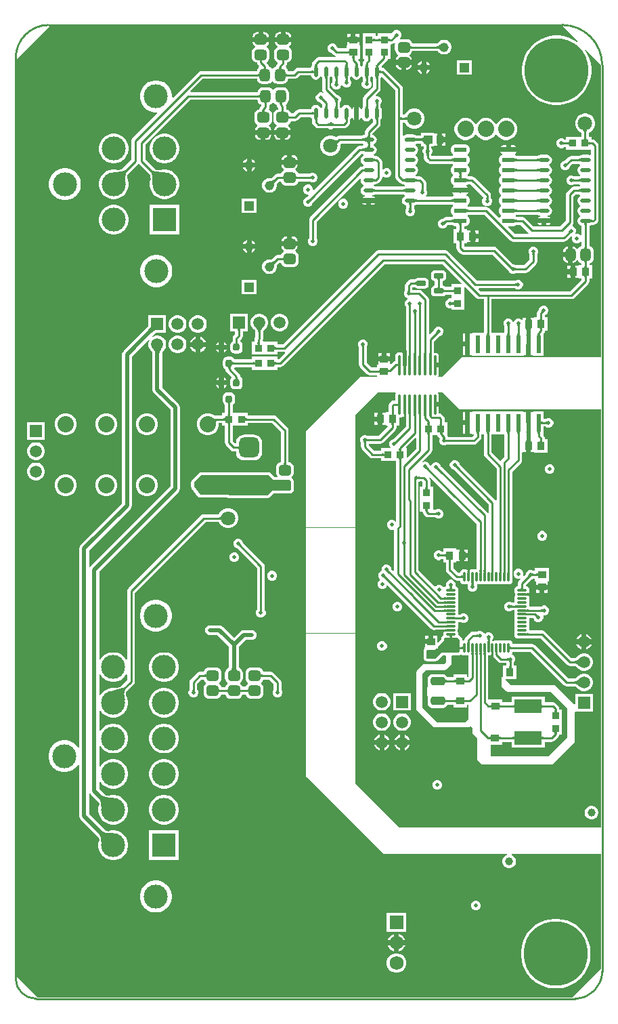
<source format=gtl>
G04*
G04 #@! TF.GenerationSoftware,Altium Limited,Altium Designer,22.8.2 (66)*
G04*
G04 Layer_Physical_Order=1*
G04 Layer_Color=255*
%FSLAX44Y44*%
%MOMM*%
G71*
G04*
G04 #@! TF.SameCoordinates,B0619A4A-581E-4249-BB79-A942B5E0D796*
G04*
G04*
G04 #@! TF.FilePolarity,Positive*
G04*
G01*
G75*
%ADD13C,0.2540*%
%ADD16C,0.0254*%
%ADD17C,0.0500*%
%ADD18R,0.9500X0.9500*%
%ADD19R,0.6000X2.2000*%
%ADD20O,0.3500X2.5500*%
G04:AMPARAMS|DCode=21|XSize=0.3mm|YSize=1.2mm|CornerRadius=0.075mm|HoleSize=0mm|Usage=FLASHONLY|Rotation=0.000|XOffset=0mm|YOffset=0mm|HoleType=Round|Shape=RoundedRectangle|*
%AMROUNDEDRECTD21*
21,1,0.3000,1.0500,0,0,0.0*
21,1,0.1500,1.2000,0,0,0.0*
1,1,0.1500,0.0750,-0.5250*
1,1,0.1500,-0.0750,-0.5250*
1,1,0.1500,-0.0750,0.5250*
1,1,0.1500,0.0750,0.5250*
%
%ADD21ROUNDEDRECTD21*%
%ADD22R,0.9500X0.9500*%
G04:AMPARAMS|DCode=23|XSize=1.15mm|YSize=0.6mm|CornerRadius=0.075mm|HoleSize=0mm|Usage=FLASHONLY|Rotation=180.000|XOffset=0mm|YOffset=0mm|HoleType=Round|Shape=RoundedRectangle|*
%AMROUNDEDRECTD23*
21,1,1.1500,0.4500,0,0,180.0*
21,1,1.0000,0.6000,0,0,180.0*
1,1,0.1500,-0.5000,0.2250*
1,1,0.1500,0.5000,0.2250*
1,1,0.1500,0.5000,-0.2250*
1,1,0.1500,-0.5000,-0.2250*
%
%ADD23ROUNDEDRECTD23*%
G04:AMPARAMS|DCode=24|XSize=1.3mm|YSize=1.5001mm|CornerRadius=0.325mm|HoleSize=0mm|Usage=FLASHONLY|Rotation=90.000|XOffset=0mm|YOffset=0mm|HoleType=Round|Shape=RoundedRectangle|*
%AMROUNDEDRECTD24*
21,1,1.3000,0.8501,0,0,90.0*
21,1,0.6500,1.5001,0,0,90.0*
1,1,0.6500,0.4251,0.3250*
1,1,0.6500,0.4251,-0.3250*
1,1,0.6500,-0.4251,-0.3250*
1,1,0.6500,-0.4251,0.3250*
%
%ADD24ROUNDEDRECTD24*%
%ADD25C,1.8000*%
%ADD26O,0.5588X1.3208*%
%ADD27R,0.9500X1.0000*%
G04:AMPARAMS|DCode=28|XSize=1.3mm|YSize=1.5001mm|CornerRadius=0.325mm|HoleSize=0mm|Usage=FLASHONLY|Rotation=0.000|XOffset=0mm|YOffset=0mm|HoleType=Round|Shape=RoundedRectangle|*
%AMROUNDEDRECTD28*
21,1,1.3000,0.8501,0,0,0.0*
21,1,0.6500,1.5001,0,0,0.0*
1,1,0.6500,0.3250,-0.4251*
1,1,0.6500,-0.3250,-0.4251*
1,1,0.6500,-0.3250,0.4251*
1,1,0.6500,0.3250,0.4251*
%
%ADD28ROUNDEDRECTD28*%
%ADD29R,1.0000X0.9500*%
G04:AMPARAMS|DCode=30|XSize=0.8mm|YSize=0.9mm|CornerRadius=0.2mm|HoleSize=0mm|Usage=FLASHONLY|Rotation=180.000|XOffset=0mm|YOffset=0mm|HoleType=Round|Shape=RoundedRectangle|*
%AMROUNDEDRECTD30*
21,1,0.8000,0.5000,0,0,180.0*
21,1,0.4000,0.9000,0,0,180.0*
1,1,0.4000,-0.2000,0.2500*
1,1,0.4000,0.2000,0.2500*
1,1,0.4000,0.2000,-0.2500*
1,1,0.4000,-0.2000,-0.2500*
%
%ADD30ROUNDEDRECTD30*%
G04:AMPARAMS|DCode=31|XSize=2.5mm|YSize=2.5mm|CornerRadius=0.625mm|HoleSize=0mm|Usage=FLASHONLY|Rotation=270.000|XOffset=0mm|YOffset=0mm|HoleType=Round|Shape=RoundedRectangle|*
%AMROUNDEDRECTD31*
21,1,2.5000,1.2500,0,0,270.0*
21,1,1.2500,2.5000,0,0,270.0*
1,1,1.2500,-0.6250,-0.6250*
1,1,1.2500,-0.6250,0.6250*
1,1,1.2500,0.6250,0.6250*
1,1,1.2500,0.6250,-0.6250*
%
%ADD31ROUNDEDRECTD31*%
%ADD32O,1.3208X0.5588*%
G04:AMPARAMS|DCode=33|XSize=1.6mm|YSize=0.58mm|CornerRadius=0.145mm|HoleSize=0mm|Usage=FLASHONLY|Rotation=180.000|XOffset=0mm|YOffset=0mm|HoleType=Round|Shape=RoundedRectangle|*
%AMROUNDEDRECTD33*
21,1,1.6000,0.2900,0,0,180.0*
21,1,1.3100,0.5800,0,0,180.0*
1,1,0.2900,-0.6550,0.1450*
1,1,0.2900,0.6550,0.1450*
1,1,0.2900,0.6550,-0.1450*
1,1,0.2900,-0.6550,-0.1450*
%
%ADD33ROUNDEDRECTD33*%
G04:AMPARAMS|DCode=34|XSize=1.8mm|YSize=1mm|CornerRadius=0.25mm|HoleSize=0mm|Usage=FLASHONLY|Rotation=0.000|XOffset=0mm|YOffset=0mm|HoleType=Round|Shape=RoundedRectangle|*
%AMROUNDEDRECTD34*
21,1,1.8000,0.5000,0,0,0.0*
21,1,1.3000,1.0000,0,0,0.0*
1,1,0.5000,0.6500,-0.2500*
1,1,0.5000,-0.6500,-0.2500*
1,1,0.5000,-0.6500,0.2500*
1,1,0.5000,0.6500,0.2500*
%
%ADD34ROUNDEDRECTD34*%
%ADD35R,3.4000X1.7500*%
G04:AMPARAMS|DCode=36|XSize=0.3mm|YSize=1.2mm|CornerRadius=0.075mm|HoleSize=0mm|Usage=FLASHONLY|Rotation=90.000|XOffset=0mm|YOffset=0mm|HoleType=Round|Shape=RoundedRectangle|*
%AMROUNDEDRECTD36*
21,1,0.3000,1.0500,0,0,90.0*
21,1,0.1500,1.2000,0,0,90.0*
1,1,0.1500,0.5250,0.0750*
1,1,0.1500,0.5250,-0.0750*
1,1,0.1500,-0.5250,-0.0750*
1,1,0.1500,-0.5250,0.0750*
%
%ADD36ROUNDEDRECTD36*%
%ADD70C,0.5000*%
%ADD71C,3.0000*%
%ADD72R,3.0000X3.0000*%
%ADD73C,8.0000*%
%ADD74C,1.5000*%
%ADD75R,1.5000X1.5000*%
%ADD76R,1.5000X1.5000*%
%ADD77R,1.1550X1.1550*%
%ADD78C,1.1550*%
%ADD79R,1.1550X1.1550*%
%ADD80C,2.0320*%
%ADD81C,1.7500*%
%ADD82R,1.7500X1.7500*%
%ADD83C,0.5000*%
%ADD84C,1.0000*%
G36*
X702582Y1196168D02*
X701743Y1195211D01*
X700719Y1195996D01*
X695781Y1198848D01*
X690513Y1201030D01*
X685005Y1202506D01*
X679351Y1203250D01*
X673649D01*
X667995Y1202506D01*
X662487Y1201030D01*
X657219Y1198848D01*
X652281Y1195996D01*
X647757Y1192525D01*
X643725Y1188493D01*
X640254Y1183969D01*
X637402Y1179031D01*
X635220Y1173763D01*
X633744Y1168255D01*
X633000Y1162601D01*
Y1156899D01*
X633744Y1151245D01*
X635220Y1145737D01*
X637402Y1140469D01*
X640254Y1135531D01*
X643725Y1131007D01*
X647757Y1126975D01*
X652281Y1123503D01*
X657219Y1120652D01*
X662487Y1118470D01*
X667995Y1116994D01*
X673649Y1116250D01*
X679351D01*
X685005Y1116994D01*
X690513Y1118470D01*
X695781Y1120652D01*
X700719Y1123503D01*
X705243Y1126975D01*
X709275Y1131007D01*
X712747Y1135531D01*
X715598Y1140469D01*
X717780Y1145737D01*
X719256Y1151245D01*
X720000Y1156899D01*
Y1162601D01*
X719256Y1168255D01*
X717780Y1173763D01*
X715598Y1179031D01*
X712747Y1183969D01*
X711961Y1184993D01*
X712918Y1185832D01*
X732250Y1166500D01*
Y801250D01*
X558000D01*
X533228Y776478D01*
X528887D01*
X528249Y777748D01*
X528853Y778652D01*
X529186Y780326D01*
Y788326D01*
X524812D01*
Y794326D01*
X529186D01*
Y802326D01*
X528853Y804000D01*
X527905Y805419D01*
X526486Y806367D01*
X524812Y806700D01*
X524257Y806590D01*
X523275Y807395D01*
Y821265D01*
X529728Y827718D01*
X530044D01*
X532249Y828631D01*
X533937Y830319D01*
X534850Y832524D01*
Y834911D01*
X533937Y837116D01*
X532249Y838804D01*
X530044Y839718D01*
X527657D01*
X525452Y838804D01*
X523764Y837116D01*
X522850Y834911D01*
Y834596D01*
X518049Y829794D01*
X516875Y830280D01*
Y873050D01*
X516505Y874911D01*
X515451Y876489D01*
X515451Y876489D01*
X507883Y884057D01*
X506305Y885111D01*
X504444Y885481D01*
X504444Y885481D01*
X496353D01*
Y888510D01*
X496632Y888788D01*
X498946D01*
X499247Y888338D01*
X500653Y887398D01*
X502312Y887068D01*
X512312D01*
X513970Y887398D01*
X515376Y888338D01*
X516315Y889743D01*
X516645Y891402D01*
Y895902D01*
X516315Y897560D01*
X515376Y898966D01*
X513970Y899905D01*
X512312Y900235D01*
X502312D01*
X500653Y899905D01*
X499247Y898966D01*
X498946Y898515D01*
X494618D01*
X494618Y898515D01*
X492757Y898145D01*
X491179Y897091D01*
X488051Y893963D01*
X486997Y892385D01*
X486627Y890524D01*
X486627Y890524D01*
Y883942D01*
X485744Y881812D01*
Y879425D01*
X486657Y877219D01*
X488345Y875531D01*
X489902Y874886D01*
Y873512D01*
X489413Y873309D01*
X487725Y871621D01*
X486812Y869416D01*
Y867029D01*
X487725Y864824D01*
X487949Y864601D01*
Y807395D01*
X486967Y806590D01*
X486412Y806700D01*
X484738Y806367D01*
X483969Y805853D01*
X483797Y806111D01*
X482060Y807271D01*
X480012Y807679D01*
X477964Y807271D01*
X476227Y806111D01*
X475067Y804374D01*
X474659Y802326D01*
Y796417D01*
X473627Y796211D01*
X472049Y795157D01*
X472049Y795157D01*
X469560Y792668D01*
X468290Y793194D01*
Y796076D01*
X453210D01*
Y791826D01*
X452250D01*
Y788439D01*
X445005D01*
X439113Y794331D01*
Y814128D01*
X439337Y814351D01*
X440250Y816556D01*
Y818943D01*
X439337Y821149D01*
X437649Y822837D01*
X435443Y823750D01*
X433056D01*
X430851Y822837D01*
X429164Y821149D01*
X428250Y818943D01*
Y816556D01*
X429164Y814351D01*
X429387Y814128D01*
Y792316D01*
X429386Y792316D01*
X429757Y790455D01*
X430811Y788877D01*
X439551Y780137D01*
X439551Y780137D01*
X441129Y779083D01*
X442990Y778713D01*
X452250D01*
Y776478D01*
X430728D01*
X363250Y709000D01*
Y277500D01*
X460000Y180750D01*
X614210D01*
X614377Y179480D01*
X613969Y179371D01*
X612031Y178252D01*
X610448Y176669D01*
X609329Y174731D01*
X608750Y172569D01*
Y170331D01*
X609329Y168169D01*
X610448Y166231D01*
X612031Y164648D01*
X613969Y163529D01*
X616131Y162950D01*
X618369D01*
X620531Y163529D01*
X622469Y164648D01*
X624052Y166231D01*
X625171Y168169D01*
X625750Y170331D01*
Y172569D01*
X625171Y174731D01*
X624052Y176669D01*
X622469Y178252D01*
X620531Y179371D01*
X620123Y179480D01*
X620290Y180750D01*
X732250D01*
Y38000D01*
X695500Y1250D01*
X27500D01*
X1250Y27500D01*
Y1173500D01*
X43000Y1215250D01*
X683500Y1215250D01*
X702582Y1196168D01*
D02*
G37*
G36*
X501665Y891129D02*
X501639Y891367D01*
X501560Y891580D01*
X501429Y891768D01*
X501245Y891931D01*
X501008Y892068D01*
X500719Y892181D01*
X500378Y892269D01*
X499984Y892332D01*
X499537Y892369D01*
X499038Y892382D01*
Y894922D01*
X499537Y894934D01*
X499984Y894972D01*
X500378Y895034D01*
X500719Y895122D01*
X501008Y895235D01*
X501245Y895373D01*
X501429Y895536D01*
X501560Y895724D01*
X501639Y895937D01*
X501665Y896175D01*
Y891129D01*
D02*
G37*
G36*
X492765Y884133D02*
X492809Y883651D01*
X492847Y883439D01*
X492896Y883246D01*
X492956Y883073D01*
X493026Y882919D01*
X493108Y882784D01*
X493200Y882668D01*
X493304Y882572D01*
X489822Y882216D01*
X489897Y882321D01*
X489965Y882445D01*
X490025Y882587D01*
X490077Y882748D01*
X490120Y882927D01*
X490156Y883124D01*
X490204Y883575D01*
X490216Y883828D01*
X490220Y884100D01*
X492760Y884402D01*
X492765Y884133D01*
D02*
G37*
G36*
X493633Y882277D02*
X493755Y882195D01*
X493895Y882123D01*
X494054Y882061D01*
X494232Y882008D01*
X494428Y881965D01*
X494642Y881931D01*
X494875Y881907D01*
X495397Y881888D01*
Y879348D01*
X495127Y879343D01*
X494642Y879305D01*
X494428Y879271D01*
X494232Y879228D01*
X494054Y879175D01*
X493895Y879113D01*
X493755Y879041D01*
X493633Y878959D01*
X493529Y878868D01*
Y882368D01*
X493633Y882277D01*
D02*
G37*
G36*
X507271Y866334D02*
X507189Y866212D01*
X507117Y866072D01*
X507055Y865913D01*
X507002Y865735D01*
X506959Y865539D01*
X506925Y865324D01*
X506901Y865091D01*
X506882Y864569D01*
X504342D01*
X504337Y864839D01*
X504299Y865324D01*
X504265Y865539D01*
X504222Y865735D01*
X504169Y865913D01*
X504107Y866072D01*
X504035Y866212D01*
X503953Y866334D01*
X503862Y866437D01*
X507362D01*
X507271Y866334D01*
D02*
G37*
G36*
X494471D02*
X494389Y866212D01*
X494317Y866072D01*
X494255Y865913D01*
X494202Y865735D01*
X494159Y865539D01*
X494125Y865324D01*
X494101Y865091D01*
X494082Y864569D01*
X491542D01*
X491537Y864839D01*
X491499Y865324D01*
X491465Y865539D01*
X491422Y865735D01*
X491369Y865913D01*
X491307Y866072D01*
X491235Y866212D01*
X491153Y866334D01*
X491062Y866437D01*
X494562D01*
X494471Y866334D01*
D02*
G37*
G36*
X500871Y857369D02*
X500789Y857247D01*
X500717Y857107D01*
X500655Y856948D01*
X500602Y856770D01*
X500559Y856574D01*
X500525Y856359D01*
X500501Y856126D01*
X500482Y855604D01*
X497942D01*
X497937Y855875D01*
X497899Y856359D01*
X497865Y856574D01*
X497822Y856770D01*
X497769Y856948D01*
X497707Y857107D01*
X497635Y857247D01*
X497553Y857369D01*
X497462Y857472D01*
X500962D01*
X500871Y857369D01*
D02*
G37*
G36*
X528825Y831218D02*
X528688Y831209D01*
X528544Y831181D01*
X528394Y831132D01*
X528237Y831064D01*
X528074Y830976D01*
X527905Y830868D01*
X527729Y830740D01*
X527547Y830592D01*
X527165Y830236D01*
X525369Y832032D01*
X525556Y832227D01*
X525872Y832597D01*
X526000Y832773D01*
X526108Y832942D01*
X526197Y833104D01*
X526265Y833261D01*
X526313Y833411D01*
X526342Y833555D01*
X526350Y833693D01*
X528825Y831218D01*
D02*
G37*
G36*
X435909Y815861D02*
X435827Y815739D01*
X435755Y815599D01*
X435693Y815440D01*
X435640Y815262D01*
X435597Y815066D01*
X435563Y814852D01*
X435539Y814619D01*
X435520Y814097D01*
X432980D01*
X432975Y814367D01*
X432937Y814852D01*
X432903Y815066D01*
X432860Y815262D01*
X432807Y815440D01*
X432745Y815599D01*
X432673Y815739D01*
X432591Y815861D01*
X432500Y815965D01*
X436000D01*
X435909Y815861D01*
D02*
G37*
G36*
X519686Y805573D02*
X519808Y803738D01*
X519853Y803493D01*
X519906Y803287D01*
X519965Y803122D01*
X520032Y802997D01*
X516792D01*
X516859Y803122D01*
X516918Y803287D01*
X516971Y803493D01*
X517016Y803738D01*
X517086Y804351D01*
X517128Y805125D01*
X517142Y806060D01*
X519682D01*
X519686Y805573D01*
D02*
G37*
G36*
X513285D02*
X513408Y803738D01*
X513453Y803493D01*
X513506Y803287D01*
X513565Y803122D01*
X513632Y802997D01*
X510392D01*
X510459Y803122D01*
X510518Y803287D01*
X510571Y803493D01*
X510616Y803738D01*
X510686Y804351D01*
X510728Y805125D01*
X510742Y806060D01*
X513282D01*
X513285Y805573D01*
D02*
G37*
G36*
X506885D02*
X507008Y803738D01*
X507053Y803493D01*
X507106Y803287D01*
X507165Y803122D01*
X507232Y802997D01*
X503992D01*
X504059Y803122D01*
X504118Y803287D01*
X504171Y803493D01*
X504216Y803738D01*
X504286Y804351D01*
X504328Y805125D01*
X504342Y806060D01*
X506882D01*
X506885Y805573D01*
D02*
G37*
G36*
X500485D02*
X500608Y803738D01*
X500653Y803493D01*
X500706Y803287D01*
X500765Y803122D01*
X500832Y802997D01*
X497592D01*
X497659Y803122D01*
X497718Y803287D01*
X497771Y803493D01*
X497816Y803738D01*
X497886Y804351D01*
X497928Y805125D01*
X497942Y806060D01*
X500482D01*
X500485Y805573D01*
D02*
G37*
G36*
X494086D02*
X494208Y803738D01*
X494253Y803493D01*
X494306Y803287D01*
X494365Y803122D01*
X494432Y802997D01*
X491192D01*
X491259Y803122D01*
X491318Y803287D01*
X491371Y803493D01*
X491416Y803738D01*
X491486Y804351D01*
X491528Y805125D01*
X491542Y806060D01*
X494082D01*
X494086Y805573D01*
D02*
G37*
G36*
X478289Y789178D02*
X478264Y789419D01*
X478186Y789635D01*
X478058Y789826D01*
X477878Y789991D01*
X477647Y790130D01*
X477364Y790245D01*
X477030Y790334D01*
X476644Y790397D01*
X476207Y790435D01*
X475719Y790448D01*
Y792988D01*
X476207Y793001D01*
X476644Y793039D01*
X477030Y793102D01*
X477364Y793191D01*
X477647Y793306D01*
X477878Y793445D01*
X478058Y793610D01*
X478186Y793801D01*
X478264Y794017D01*
X478289Y794258D01*
Y789178D01*
D02*
G37*
G36*
X465713Y786449D02*
X465784Y786265D01*
X465904Y786103D01*
X466070Y785962D01*
X466285Y785843D01*
X466547Y785745D01*
X466857Y785669D01*
X467214Y785615D01*
X467619Y785583D01*
X468072Y785572D01*
Y783032D01*
X467619Y783021D01*
X467214Y782989D01*
X466857Y782935D01*
X466547Y782859D01*
X466285Y782762D01*
X466070Y782642D01*
X465904Y782502D01*
X465784Y782339D01*
X465713Y782155D01*
X465689Y781949D01*
Y786655D01*
X465713Y786449D01*
D02*
G37*
G36*
X455811Y784933D02*
X458289Y785090D01*
X458608Y785165D01*
X458840Y785250D01*
X458983Y785345D01*
Y781807D01*
X458840Y781902D01*
X458608Y781987D01*
X458289Y782062D01*
X457882Y782126D01*
X456804Y782226D01*
X455811Y782259D01*
Y781036D01*
X455785Y781277D01*
X455708Y781493D01*
X455580Y781684D01*
X455400Y781849D01*
X455168Y781989D01*
X454886Y782103D01*
X454551Y782192D01*
X454166Y782255D01*
X453729Y782293D01*
X453241Y782306D01*
Y784846D01*
X453729Y784859D01*
X454166Y784897D01*
X454551Y784960D01*
X454886Y785049D01*
X455168Y785163D01*
X455400Y785303D01*
X455580Y785468D01*
X455708Y785659D01*
X455785Y785875D01*
X455811Y786116D01*
Y784933D01*
D02*
G37*
G36*
X519965Y730532D02*
X519906Y730371D01*
X519853Y730172D01*
X519808Y729936D01*
X519738Y729351D01*
X519696Y728615D01*
X519682Y727730D01*
X517142D01*
X517138Y728191D01*
X517016Y729936D01*
X516971Y730172D01*
X516918Y730371D01*
X516859Y730532D01*
X516792Y730655D01*
X520032D01*
X519965Y730532D01*
D02*
G37*
G36*
X513565Y730530D02*
X513506Y730365D01*
X513453Y730160D01*
X513408Y729914D01*
X513338Y729301D01*
X513296Y728527D01*
X513282Y727592D01*
X510742D01*
X510738Y728080D01*
X510616Y729914D01*
X510571Y730160D01*
X510518Y730365D01*
X510459Y730530D01*
X510392Y730655D01*
X513632D01*
X513565Y730530D01*
D02*
G37*
G36*
X507165D02*
X507106Y730365D01*
X507053Y730160D01*
X507008Y729914D01*
X506938Y729301D01*
X506896Y728527D01*
X506882Y727592D01*
X504342D01*
X504338Y728080D01*
X504216Y729914D01*
X504171Y730160D01*
X504118Y730365D01*
X504059Y730530D01*
X503992Y730655D01*
X507232D01*
X507165Y730530D01*
D02*
G37*
G36*
X500765D02*
X500706Y730365D01*
X500653Y730160D01*
X500608Y729914D01*
X500538Y729301D01*
X500496Y728527D01*
X500482Y727592D01*
X497942D01*
X497938Y728080D01*
X497816Y729914D01*
X497771Y730160D01*
X497718Y730365D01*
X497659Y730530D01*
X497592Y730655D01*
X500832D01*
X500765Y730530D01*
D02*
G37*
G36*
X494365D02*
X494306Y730365D01*
X494253Y730160D01*
X494208Y729914D01*
X494138Y729301D01*
X494096Y728527D01*
X494082Y727592D01*
X491542D01*
X491539Y728080D01*
X491416Y729914D01*
X491371Y730160D01*
X491318Y730365D01*
X491259Y730530D01*
X491192Y730655D01*
X494432D01*
X494365Y730530D01*
D02*
G37*
G36*
X664715Y717750D02*
X664611Y717841D01*
X664489Y717923D01*
X664349Y717995D01*
X664190Y718057D01*
X664012Y718110D01*
X663816Y718153D01*
X663602Y718187D01*
X663369Y718211D01*
X662847Y718230D01*
Y720770D01*
X663117Y720775D01*
X663602Y720813D01*
X663816Y720847D01*
X664012Y720890D01*
X664190Y720943D01*
X664349Y721005D01*
X664489Y721077D01*
X664611Y721159D01*
X664715Y721250D01*
Y717750D01*
D02*
G37*
G36*
X656915Y721799D02*
X656992Y721583D01*
X657120Y721392D01*
X657300Y721227D01*
X657532Y721087D01*
X657814Y720973D01*
X658149Y720884D01*
X658534Y720821D01*
X658971Y720783D01*
X659460Y720770D01*
Y718230D01*
X658971Y718217D01*
X658534Y718179D01*
X658149Y718116D01*
X657814Y718027D01*
X657532Y717913D01*
X657300Y717773D01*
X657120Y717608D01*
X656992Y717417D01*
X656915Y717201D01*
X656889Y716960D01*
Y722040D01*
X656915Y721799D01*
D02*
G37*
G36*
X533035Y718733D02*
X533073Y718296D01*
X533136Y717911D01*
X533225Y717576D01*
X533340Y717294D01*
X533479Y717062D01*
X533644Y716882D01*
X533835Y716754D01*
X534051Y716677D01*
X534292Y716651D01*
X529212D01*
X529453Y716677D01*
X529669Y716754D01*
X529860Y716882D01*
X530025Y717062D01*
X530164Y717294D01*
X530279Y717576D01*
X530368Y717911D01*
X530431Y718296D01*
X530469Y718733D01*
X530482Y719221D01*
X533022D01*
X533035Y718733D01*
D02*
G37*
G36*
X517535D02*
X517573Y718296D01*
X517636Y717911D01*
X517725Y717576D01*
X517840Y717294D01*
X517979Y717062D01*
X518144Y716882D01*
X518335Y716754D01*
X518551Y716677D01*
X518792Y716651D01*
X513712D01*
X513953Y716677D01*
X514169Y716754D01*
X514360Y716882D01*
X514525Y717062D01*
X514664Y717294D01*
X514779Y717576D01*
X514868Y717911D01*
X514931Y718296D01*
X514969Y718733D01*
X514982Y719221D01*
X517522D01*
X517535Y718733D01*
D02*
G37*
G36*
X473549Y719035D02*
X473333Y718958D01*
X473142Y718830D01*
X472977Y718650D01*
X472837Y718418D01*
X472723Y718136D01*
X472634Y717801D01*
X472571Y717416D01*
X472533Y716979D01*
X472520Y716490D01*
X469980D01*
X469967Y716979D01*
X469929Y717416D01*
X469866Y717801D01*
X469777Y718136D01*
X469663Y718418D01*
X469523Y718650D01*
X469358Y718830D01*
X469167Y718958D01*
X468951Y719035D01*
X468710Y719061D01*
X473790D01*
X473549Y719035D01*
D02*
G37*
G36*
X555500Y736500D02*
X732250D01*
Y213500D01*
X479750D01*
X424750Y268500D01*
Y729500D01*
X452932Y757682D01*
X475081D01*
X475760Y756412D01*
X475067Y755374D01*
X474659Y753326D01*
Y747189D01*
X472738D01*
X470877Y746819D01*
X469299Y745765D01*
X469299Y745765D01*
X467811Y744277D01*
X466757Y742699D01*
X466386Y740838D01*
X466386Y740838D01*
Y732500D01*
X463000D01*
Y731540D01*
X458750D01*
Y724000D01*
Y716460D01*
X463000D01*
Y715500D01*
X464764D01*
X465290Y714230D01*
X453923Y702863D01*
X440248D01*
X440025Y703087D01*
X437820Y704000D01*
X435433D01*
X433227Y703087D01*
X431539Y701399D01*
X430626Y699193D01*
Y696806D01*
X431539Y694601D01*
X431763Y694378D01*
Y689356D01*
X431763Y689356D01*
X432133Y687495D01*
X433187Y685917D01*
X442839Y676265D01*
X442839Y676265D01*
X444417Y675211D01*
X446278Y674840D01*
X446278Y674841D01*
X456948D01*
Y671454D01*
X475959D01*
Y596519D01*
X474689Y595993D01*
X473742Y596939D01*
X471537Y597853D01*
X469150D01*
X466945Y596939D01*
X465257Y595252D01*
X464343Y593046D01*
Y590659D01*
X465257Y588454D01*
X466945Y586766D01*
X469150Y585853D01*
X471537D01*
X471855Y585984D01*
X472911Y585279D01*
Y535039D01*
X471737Y534553D01*
X469550Y536741D01*
Y537641D01*
X468637Y539847D01*
X466949Y541535D01*
X464743Y542448D01*
X462356D01*
X460151Y541535D01*
X458463Y539847D01*
X457550Y537641D01*
Y535255D01*
X457809Y534628D01*
X456087Y533915D01*
X454399Y532227D01*
X453486Y530022D01*
Y527635D01*
X454399Y525429D01*
X455307Y524522D01*
X455009Y523024D01*
X455006Y523023D01*
X453319Y521335D01*
X452405Y519130D01*
Y516743D01*
X453319Y514538D01*
X455006Y512850D01*
X457212Y511936D01*
X459599D01*
X461804Y512850D01*
X463492Y514538D01*
X463964Y515676D01*
X465462Y515974D01*
X519775Y461661D01*
X519775Y461661D01*
X521353Y460607D01*
X523214Y460237D01*
X535616D01*
Y459350D01*
X535749Y458679D01*
X534967Y457508D01*
X534637Y455850D01*
Y454350D01*
X534748Y453789D01*
X533977Y453273D01*
X533227Y452523D01*
X532453Y451366D01*
X532181Y450000D01*
Y448728D01*
X528061Y444608D01*
X526888Y445094D01*
Y453190D01*
X522348D01*
Y445900D01*
X519348D01*
Y442900D01*
X511808D01*
Y438650D01*
X510848D01*
Y436582D01*
X510703Y436366D01*
X510431Y435000D01*
Y425500D01*
X510703Y424134D01*
X510848Y423918D01*
Y422150D01*
X512466D01*
X513134Y421703D01*
X514500Y421431D01*
X525000D01*
X526366Y421703D01*
X527034Y422150D01*
X527848D01*
Y422801D01*
X533728Y428681D01*
X537268D01*
X538185Y427411D01*
X538178Y427375D01*
Y420733D01*
X535642Y418197D01*
X511000D01*
X511000Y418197D01*
X510207Y418039D01*
X509535Y417590D01*
X502035Y410090D01*
X501586Y409418D01*
X501428Y408625D01*
X501428Y408625D01*
Y361375D01*
X501428Y361375D01*
X501586Y360582D01*
X502035Y359910D01*
X502035Y359910D01*
X522160Y339785D01*
X522832Y339336D01*
X523625Y339178D01*
X523625Y339178D01*
X566250D01*
X567043Y339336D01*
X567715Y339785D01*
X567715Y339785D01*
X567966Y340036D01*
X568381Y340072D01*
X569068Y339922D01*
X569400Y339775D01*
X569441Y339670D01*
X569645Y339458D01*
X569824Y339225D01*
X571428Y337823D01*
Y332250D01*
X571428Y332250D01*
X571586Y331457D01*
X572035Y330785D01*
X572035Y330785D01*
X577428Y325392D01*
Y298750D01*
X577586Y297957D01*
X578035Y297285D01*
X578035Y297285D01*
X582535Y292785D01*
X583207Y292336D01*
X584000Y292178D01*
X584000Y292178D01*
X670250D01*
X671043Y292336D01*
X671715Y292785D01*
X671715Y292785D01*
X698215Y319285D01*
X698664Y319957D01*
X698822Y320750D01*
X698822Y320750D01*
Y357639D01*
X699640Y358570D01*
X700092Y358570D01*
X721640D01*
Y380570D01*
X699640D01*
Y367868D01*
X698866Y367496D01*
X698370Y367483D01*
X698215Y367715D01*
X698215Y367715D01*
X675215Y390715D01*
X674543Y391164D01*
X673750Y391322D01*
X673750Y391322D01*
X619358D01*
X612842Y397838D01*
Y399170D01*
X626310D01*
Y416170D01*
X623353D01*
Y420558D01*
X623577Y420781D01*
X624490Y422986D01*
Y425373D01*
X623577Y427579D01*
X621889Y429267D01*
X621089Y429598D01*
X620720Y430813D01*
X620973Y431192D01*
X621303Y432850D01*
Y433237D01*
X644136D01*
X685841Y391531D01*
X685841Y391531D01*
X687419Y390477D01*
X689280Y390107D01*
X689280Y390107D01*
X700746D01*
X701838Y388216D01*
X703886Y386168D01*
X706394Y384720D01*
X709192Y383970D01*
X712088D01*
X714886Y384720D01*
X717394Y386168D01*
X719442Y388216D01*
X720890Y390724D01*
X721640Y393522D01*
Y396418D01*
X720890Y399216D01*
X719442Y401724D01*
X717394Y403772D01*
X714886Y405220D01*
X712088Y405970D01*
X709192D01*
X706394Y405220D01*
X703886Y403772D01*
X701838Y401724D01*
X700746Y399833D01*
X691294D01*
X649589Y441539D01*
X648011Y442593D01*
X646150Y442963D01*
X646150Y442963D01*
X621303D01*
Y443350D01*
X620973Y445008D01*
X620034Y446414D01*
X618628Y447353D01*
X616970Y447683D01*
X615470D01*
X613812Y447353D01*
X613720Y447292D01*
X613628Y447353D01*
X611970Y447683D01*
X610470D01*
X608812Y447353D01*
X608720Y447292D01*
X608628Y447353D01*
X606970Y447683D01*
X605470D01*
X603812Y447353D01*
X603720Y447292D01*
X603628Y447353D01*
X601970Y447683D01*
X600470D01*
X598812Y447353D01*
X597641Y446571D01*
X596970Y446704D01*
X596098D01*
Y448113D01*
X596337Y448351D01*
X597250Y450556D01*
Y452943D01*
X596337Y455149D01*
X594649Y456837D01*
X592444Y457750D01*
X590056D01*
X587851Y456837D01*
X587128Y456113D01*
X585630Y456411D01*
X585356Y457071D01*
X583669Y458759D01*
X581464Y459673D01*
X579076D01*
X576871Y458759D01*
X576648Y458536D01*
X571783D01*
X571783Y458536D01*
X569921Y458166D01*
X568344Y457112D01*
X568344Y457112D01*
X562781Y451549D01*
X561727Y449971D01*
X561357Y448110D01*
X560259Y447641D01*
X559839Y447558D01*
X558585Y448241D01*
X558521Y448492D01*
X558297Y449616D01*
X557523Y450773D01*
X555023Y453273D01*
X553866Y454047D01*
X553748Y454070D01*
X553803Y454350D01*
Y455850D01*
X553473Y457508D01*
X552691Y458679D01*
X552825Y459350D01*
Y460850D01*
X552691Y461521D01*
X553473Y462692D01*
X553803Y464350D01*
Y465850D01*
X553473Y467508D01*
X553412Y467600D01*
X553473Y467692D01*
X553803Y469350D01*
Y470304D01*
X556515D01*
X556671Y470147D01*
X558876Y469234D01*
X561264D01*
X563469Y470147D01*
X565157Y471835D01*
X566070Y474040D01*
Y476427D01*
X565157Y478633D01*
X563469Y480321D01*
X561264Y481234D01*
X558876D01*
X556671Y480321D01*
X556381Y480030D01*
X553803D01*
Y480850D01*
X553473Y482508D01*
X553412Y482600D01*
X553473Y482692D01*
X553803Y484350D01*
Y485850D01*
X553473Y487508D01*
X553412Y487600D01*
X553473Y487692D01*
X553803Y489350D01*
Y490850D01*
X553473Y492508D01*
X553412Y492600D01*
X553473Y492692D01*
X553803Y494350D01*
Y495850D01*
X553473Y497508D01*
X553412Y497600D01*
X553473Y497692D01*
X553803Y499350D01*
Y500850D01*
X553473Y502508D01*
X553412Y502600D01*
X553473Y502692D01*
X553803Y504350D01*
Y505850D01*
X553473Y507508D01*
X553412Y507600D01*
X553473Y507692D01*
X553803Y509350D01*
Y510850D01*
X553473Y512508D01*
X552534Y513914D01*
X551128Y514853D01*
X550838Y514911D01*
X550239Y516031D01*
X550250Y516057D01*
Y518443D01*
X549337Y520649D01*
X547649Y522337D01*
X545443Y523250D01*
X543056D01*
X540851Y522337D01*
X539163Y520649D01*
X538250Y518443D01*
Y516057D01*
X538256Y516042D01*
X537657Y514922D01*
X537312Y514853D01*
X536237Y514135D01*
X534848Y514328D01*
X534709Y514409D01*
X533089Y516030D01*
X530883Y516943D01*
X528497D01*
X526291Y516030D01*
X525322Y515061D01*
X523601Y514987D01*
X503973Y534614D01*
Y645575D01*
X504795Y645915D01*
X505018Y646139D01*
X508018D01*
X508725Y645432D01*
Y640078D01*
X505338D01*
Y623578D01*
Y608078D01*
X508775D01*
X509095Y606469D01*
X510149Y604891D01*
X512472Y602568D01*
X512472Y602568D01*
X514050Y601513D01*
X515911Y601143D01*
X515911Y601143D01*
X524482D01*
X525175Y600449D01*
X527380Y599536D01*
X529767D01*
X531973Y600449D01*
X533661Y602137D01*
X534574Y604342D01*
Y606730D01*
X533661Y608935D01*
X531973Y610623D01*
X529767Y611536D01*
X527380D01*
X525773Y610870D01*
X521838D01*
Y623578D01*
Y640078D01*
X518451D01*
Y647446D01*
X518451Y647446D01*
X518081Y649307D01*
X517144Y650710D01*
X518130Y651520D01*
X541660Y627990D01*
X541660Y627990D01*
X541660Y627990D01*
X576357Y593293D01*
Y536683D01*
X575470D01*
X573812Y536353D01*
X573720Y536292D01*
X573628Y536353D01*
X571970Y536683D01*
X570470D01*
X568812Y536353D01*
X567641Y535571D01*
X566970Y535704D01*
X565470D01*
X564799Y535571D01*
X563628Y536353D01*
X561970Y536683D01*
X560470D01*
X558812Y536353D01*
X557406Y535414D01*
X556467Y534008D01*
X556137Y532350D01*
Y531965D01*
X553662D01*
X547733Y537895D01*
Y545220D01*
X551120D01*
Y546180D01*
X555370D01*
Y553720D01*
Y561260D01*
X551120D01*
Y562220D01*
X534620D01*
Y558613D01*
X532622D01*
X532399Y558837D01*
X530193Y559750D01*
X527807D01*
X525601Y558837D01*
X523913Y557149D01*
X523000Y554944D01*
Y552556D01*
X523913Y550351D01*
X525601Y548663D01*
X527807Y547750D01*
X530193D01*
X532399Y548663D01*
X532622Y548887D01*
X534620D01*
Y545220D01*
X538007D01*
Y535880D01*
X538007Y535880D01*
X538377Y534019D01*
X539431Y532441D01*
X548209Y523663D01*
X548209Y523663D01*
X549787Y522609D01*
X551648Y522239D01*
X556137D01*
Y521850D01*
X556467Y520192D01*
X557406Y518786D01*
X558812Y517847D01*
X560470Y517517D01*
X561970D01*
X563628Y517847D01*
X564321Y518310D01*
X564884Y518225D01*
X565201Y518098D01*
X565778Y516718D01*
X565250Y515443D01*
Y513056D01*
X566163Y510851D01*
X567851Y509163D01*
X570056Y508250D01*
X572444D01*
X574649Y509163D01*
X576337Y510851D01*
X577250Y513056D01*
Y515443D01*
X576879Y516339D01*
X577593Y517483D01*
X578812Y517847D01*
X580470Y517517D01*
X581970D01*
X583628Y517847D01*
X583720Y517908D01*
X583812Y517847D01*
X585470Y517517D01*
X586970D01*
X588628Y517847D01*
X588720Y517908D01*
X588812Y517847D01*
X590470Y517517D01*
X591970D01*
X593628Y517847D01*
X593720Y517908D01*
X593812Y517847D01*
X595470Y517517D01*
X596970D01*
X598628Y517847D01*
X598720Y517908D01*
X598812Y517847D01*
X600470Y517517D01*
X601970D01*
X603628Y517847D01*
X603720Y517908D01*
X603812Y517847D01*
X605470Y517517D01*
X606970D01*
X608628Y517847D01*
X608720Y517908D01*
X608812Y517847D01*
X610470Y517517D01*
X611970D01*
X613628Y517847D01*
X613720Y517908D01*
X613812Y517847D01*
X615470Y517517D01*
X616970D01*
X618628Y517847D01*
X620034Y518786D01*
X620973Y520192D01*
X621303Y521850D01*
Y532350D01*
X621083Y533455D01*
Y658456D01*
X631989Y669361D01*
X633043Y670939D01*
X633414Y672800D01*
X633413Y672800D01*
Y681870D01*
X634210Y682810D01*
X634683Y682810D01*
X638500D01*
Y690350D01*
X644500D01*
Y682810D01*
X648750D01*
Y681850D01*
X665250D01*
Y698850D01*
X661863D01*
Y700000D01*
X661493Y701861D01*
X660439Y703439D01*
X660439Y703439D01*
X659990Y703888D01*
X660450Y705000D01*
X660450D01*
Y714637D01*
X662878D01*
X663101Y714414D01*
X665306Y713500D01*
X667693D01*
X669899Y714414D01*
X671587Y716101D01*
X672500Y718307D01*
Y720694D01*
X671587Y722899D01*
X669899Y724587D01*
X667693Y725500D01*
X665306D01*
X663101Y724587D01*
X662878Y724363D01*
X660450D01*
Y734000D01*
X647450Y734000D01*
X646702Y733040D01*
X646180Y733040D01*
X644250D01*
Y719500D01*
X638250D01*
Y733040D01*
X635798D01*
X635050Y734000D01*
X634962Y734000D01*
X571250Y734000D01*
X570502Y733040D01*
X569980Y733040D01*
X568050D01*
Y719500D01*
Y705960D01*
X570502D01*
X571250Y705000D01*
X571338Y705000D01*
X572887D01*
Y703717D01*
X571009Y701839D01*
X540441D01*
X540179Y703155D01*
X540002Y703712D01*
X540002Y703712D01*
X540002Y703712D01*
Y720212D01*
X536615D01*
Y724024D01*
X536615Y724024D01*
X536245Y725885D01*
X535191Y727463D01*
X535191Y727463D01*
X532973Y729681D01*
X531395Y730735D01*
X529534Y731105D01*
X529186Y732284D01*
Y739326D01*
X524812D01*
Y745326D01*
X529186D01*
Y753326D01*
X528853Y755000D01*
X527905Y756419D01*
X528301Y757682D01*
X534318D01*
X555500Y736500D01*
D02*
G37*
G36*
X656249Y708505D02*
X656033Y708429D01*
X655842Y708302D01*
X655677Y708124D01*
X655537Y707896D01*
X655423Y707616D01*
X655334Y707286D01*
X655271Y706905D01*
X655233Y706473D01*
X655220Y705991D01*
X652680D01*
X652667Y706473D01*
X652629Y706905D01*
X652566Y707286D01*
X652477Y707616D01*
X652363Y707896D01*
X652223Y708124D01*
X652058Y708302D01*
X651867Y708429D01*
X651651Y708505D01*
X651410Y708531D01*
X656490D01*
X656249Y708505D01*
D02*
G37*
G36*
X630849D02*
X630633Y708429D01*
X630442Y708302D01*
X630277Y708124D01*
X630137Y707896D01*
X630023Y707616D01*
X629934Y707286D01*
X629871Y706905D01*
X629833Y706473D01*
X629820Y705991D01*
X627280D01*
X627267Y706473D01*
X627229Y706905D01*
X627166Y707286D01*
X627077Y707616D01*
X626963Y707896D01*
X626823Y708124D01*
X626658Y708302D01*
X626467Y708429D01*
X626251Y708505D01*
X626010Y708531D01*
X631090D01*
X630849Y708505D01*
D02*
G37*
G36*
X618149D02*
X617933Y708429D01*
X617742Y708302D01*
X617577Y708124D01*
X617438Y707896D01*
X617323Y707616D01*
X617234Y707286D01*
X617171Y706905D01*
X617133Y706473D01*
X617120Y705991D01*
X614580D01*
X614567Y706473D01*
X614529Y706905D01*
X614466Y707286D01*
X614377Y707616D01*
X614263Y707896D01*
X614123Y708124D01*
X613958Y708302D01*
X613767Y708429D01*
X613551Y708505D01*
X613310Y708531D01*
X618390D01*
X618149Y708505D01*
D02*
G37*
G36*
X592749D02*
X592533Y708429D01*
X592342Y708302D01*
X592177Y708124D01*
X592038Y707896D01*
X591923Y707616D01*
X591834Y707286D01*
X591771Y706905D01*
X591733Y706473D01*
X591720Y705991D01*
X589180D01*
X589167Y706473D01*
X589129Y706905D01*
X589066Y707286D01*
X588977Y707616D01*
X588862Y707896D01*
X588723Y708124D01*
X588558Y708302D01*
X588367Y708429D01*
X588151Y708505D01*
X587910Y708531D01*
X592990D01*
X592749Y708505D01*
D02*
G37*
G36*
X580049D02*
X579833Y708429D01*
X579642Y708302D01*
X579477Y708124D01*
X579338Y707896D01*
X579223Y707616D01*
X579134Y707286D01*
X579071Y706905D01*
X579033Y706473D01*
X579020Y705991D01*
X576480D01*
X576467Y706473D01*
X576429Y706905D01*
X576366Y707286D01*
X576277Y707616D01*
X576162Y707896D01*
X576023Y708124D01*
X575858Y708302D01*
X575667Y708429D01*
X575451Y708505D01*
X575210Y708531D01*
X580290D01*
X580049Y708505D01*
D02*
G37*
G36*
X534237Y707249D02*
X534053Y707178D01*
X533891Y707058D01*
X533750Y706892D01*
X533631Y706677D01*
X533533Y706415D01*
X533457Y706105D01*
X533403Y705748D01*
X533371Y705343D01*
X533360Y704890D01*
X530820D01*
X530809Y705343D01*
X530777Y705748D01*
X530723Y706105D01*
X530647Y706415D01*
X530550Y706677D01*
X530430Y706892D01*
X530290Y707058D01*
X530127Y707178D01*
X529943Y707249D01*
X529738Y707273D01*
X534443D01*
X534237Y707249D01*
D02*
G37*
G36*
X518551Y707247D02*
X518335Y707170D01*
X518144Y707042D01*
X517979Y706862D01*
X517840Y706630D01*
X517725Y706348D01*
X517636Y706013D01*
X517573Y705628D01*
X517535Y705191D01*
X517522Y704703D01*
X514982D01*
X514969Y705191D01*
X514931Y705628D01*
X514868Y706013D01*
X514779Y706348D01*
X514664Y706630D01*
X514525Y706862D01*
X514360Y707042D01*
X514169Y707170D01*
X513953Y707247D01*
X513712Y707273D01*
X518792D01*
X518551Y707247D01*
D02*
G37*
G36*
X644154Y708481D02*
X644096Y708331D01*
X644044Y708081D01*
X643999Y707730D01*
X643930Y706730D01*
X643875Y703531D01*
X638875D01*
X638869Y704481D01*
X638661Y707730D01*
X638584Y708081D01*
X638494Y708331D01*
X638393Y708481D01*
X638280Y708531D01*
X644220D01*
X644154Y708481D01*
D02*
G37*
G36*
X536961Y700359D02*
X536999Y699874D01*
X537033Y699660D01*
X537076Y699464D01*
X537129Y699286D01*
X537191Y699127D01*
X537263Y698987D01*
X537345Y698865D01*
X537436Y698761D01*
X533936D01*
X534027Y698865D01*
X534109Y698987D01*
X534181Y699127D01*
X534243Y699286D01*
X534296Y699464D01*
X534339Y699660D01*
X534373Y699874D01*
X534397Y700107D01*
X534416Y700629D01*
X536956D01*
X536961Y700359D01*
D02*
G37*
G36*
X438515Y699659D02*
X438637Y699577D01*
X438777Y699505D01*
X438936Y699443D01*
X439114Y699390D01*
X439310Y699347D01*
X439524Y699313D01*
X439757Y699289D01*
X440279Y699270D01*
Y696730D01*
X440009Y696725D01*
X439524Y696687D01*
X439310Y696653D01*
X439114Y696610D01*
X438936Y696557D01*
X438777Y696495D01*
X438637Y696423D01*
X438515Y696341D01*
X438411Y696250D01*
Y699750D01*
X438515Y699659D01*
D02*
G37*
G36*
X643898Y699370D02*
X643969Y698520D01*
X644086Y697769D01*
X644250Y697120D01*
X644461Y696570D01*
X644719Y696120D01*
X645024Y695770D01*
X645376Y695519D01*
X645774Y695369D01*
X646219Y695320D01*
X636781D01*
X637178Y695369D01*
X637534Y695519D01*
X637849Y695770D01*
X638121Y696120D01*
X638351Y696570D01*
X638540Y697120D01*
X638686Y697769D01*
X638791Y698520D01*
X638854Y699370D01*
X638875Y700320D01*
X643875D01*
X643898Y699370D01*
D02*
G37*
G36*
X658283Y697371D02*
X658321Y696934D01*
X658384Y696549D01*
X658473Y696214D01*
X658587Y695932D01*
X658727Y695700D01*
X658892Y695520D01*
X659083Y695392D01*
X659299Y695315D01*
X659540Y695289D01*
X654460D01*
X654701Y695315D01*
X654917Y695392D01*
X655108Y695520D01*
X655273Y695700D01*
X655413Y695932D01*
X655527Y696214D01*
X655616Y696549D01*
X655679Y696934D01*
X655717Y697371D01*
X655730Y697859D01*
X658270D01*
X658283Y697371D01*
D02*
G37*
G36*
X537575Y698635D02*
X537697Y698553D01*
X537837Y698481D01*
X537996Y698419D01*
X538174Y698366D01*
X538370Y698323D01*
X538584Y698289D01*
X538817Y698265D01*
X539339Y698246D01*
Y695706D01*
X539069Y695701D01*
X538584Y695663D01*
X538370Y695629D01*
X538174Y695586D01*
X537996Y695533D01*
X537837Y695471D01*
X537697Y695399D01*
X537575Y695317D01*
X537471Y695226D01*
Y698726D01*
X537575Y698635D01*
D02*
G37*
G36*
X438285Y696111D02*
X438203Y695989D01*
X438131Y695849D01*
X438069Y695690D01*
X438016Y695512D01*
X437973Y695316D01*
X437939Y695102D01*
X437915Y694869D01*
X437896Y694347D01*
X435356D01*
X435351Y694617D01*
X435313Y695102D01*
X435279Y695316D01*
X435236Y695512D01*
X435183Y695690D01*
X435121Y695849D01*
X435049Y695989D01*
X434967Y696111D01*
X434876Y696215D01*
X438376D01*
X438285Y696111D01*
D02*
G37*
G36*
X484738Y727285D02*
X486412Y726952D01*
X486967Y727062D01*
X487949Y726257D01*
Y714448D01*
X472411Y698910D01*
X472096D01*
X469890Y697997D01*
X468203Y696309D01*
X467289Y694104D01*
Y691717D01*
X468203Y689512D01*
X468587Y689127D01*
X468101Y687954D01*
X456948D01*
Y684567D01*
X448293D01*
X441489Y691370D01*
Y693137D01*
X455938D01*
X455938Y693137D01*
X457799Y693507D01*
X459377Y694561D01*
X474689Y709873D01*
X475743Y711451D01*
X476113Y713312D01*
X476113Y713312D01*
Y715500D01*
X479500D01*
Y725553D01*
X480012Y725973D01*
X482060Y726381D01*
X483797Y727541D01*
X483969Y727799D01*
X484738Y727285D01*
D02*
G37*
G36*
X476771Y694596D02*
X476583Y694401D01*
X476267Y694031D01*
X476139Y693856D01*
X476031Y693687D01*
X475943Y693524D01*
X475875Y693367D01*
X475826Y693217D01*
X475798Y693073D01*
X475789Y692935D01*
X473314Y695410D01*
X473452Y695419D01*
X473596Y695447D01*
X473746Y695496D01*
X473902Y695564D01*
X474065Y695652D01*
X474235Y695760D01*
X474410Y695888D01*
X474592Y696036D01*
X474975Y696392D01*
X476771Y694596D01*
D02*
G37*
G36*
X585587Y680300D02*
X585587Y680300D01*
X585957Y678439D01*
X587011Y676861D01*
X601357Y662515D01*
Y622862D01*
X600087Y622477D01*
X599659Y623117D01*
X599659Y623117D01*
X554894Y667882D01*
Y668197D01*
X553981Y670403D01*
X552293Y672091D01*
X550088Y673004D01*
X547701D01*
X545495Y672091D01*
X543807Y670403D01*
X542894Y668197D01*
Y665810D01*
X543807Y663605D01*
X545495Y661917D01*
X547701Y661004D01*
X548016D01*
X591357Y617663D01*
Y606954D01*
X590087Y606569D01*
X589659Y607209D01*
X589659Y607209D01*
X531526Y665342D01*
Y665658D01*
X530613Y667863D01*
X528925Y669551D01*
X526720Y670464D01*
X524333D01*
X522127Y669551D01*
X520439Y667863D01*
X519748Y666192D01*
X518464Y665670D01*
X518262Y665673D01*
X518241Y665684D01*
X517734Y666094D01*
X516897Y668117D01*
X515209Y669805D01*
X513004Y670718D01*
X510616D01*
X509520Y670264D01*
X508800Y671340D01*
X519691Y682231D01*
X519691Y682231D01*
X520745Y683809D01*
X521115Y685670D01*
Y703712D01*
X527461D01*
X527597Y703029D01*
X528651Y701451D01*
X530344Y699758D01*
X529686Y698169D01*
Y695782D01*
X530599Y693577D01*
X532287Y691889D01*
X534492Y690976D01*
X536880D01*
X539085Y691889D01*
X539308Y692113D01*
X573024D01*
X573024Y692113D01*
X574885Y692483D01*
X576463Y693537D01*
X581189Y698263D01*
X581189Y698263D01*
X582243Y699841D01*
X582613Y701702D01*
X582613Y701702D01*
Y705000D01*
X585587D01*
Y680300D01*
D02*
G37*
G36*
X481981Y686475D02*
X482019Y686038D01*
X482082Y685653D01*
X482171Y685318D01*
X482285Y685036D01*
X482425Y684804D01*
X482590Y684624D01*
X482781Y684496D01*
X482997Y684419D01*
X483238Y684393D01*
X478158D01*
X478399Y684419D01*
X478615Y684496D01*
X478806Y684624D01*
X478971Y684804D01*
X479110Y685036D01*
X479225Y685318D01*
X479314Y685653D01*
X479377Y686038D01*
X479415Y686475D01*
X479428Y686964D01*
X481968D01*
X481981Y686475D01*
D02*
G37*
G36*
X460479Y677164D02*
X460453Y677405D01*
X460377Y677621D01*
X460250Y677812D01*
X460072Y677977D01*
X459843Y678117D01*
X459564Y678231D01*
X459234Y678320D01*
X458853Y678383D01*
X458421Y678421D01*
X457938Y678434D01*
Y680974D01*
X458421Y680987D01*
X458853Y681025D01*
X459234Y681088D01*
X459564Y681177D01*
X459843Y681292D01*
X460072Y681431D01*
X460250Y681596D01*
X460377Y681787D01*
X460453Y682003D01*
X460479Y682244D01*
Y677164D01*
D02*
G37*
G36*
X500749Y699777D02*
Y686696D01*
X490121Y676069D01*
X488948Y676555D01*
Y687954D01*
X488925D01*
X488439Y689127D01*
X499575Y700263D01*
X500749Y699777D01*
D02*
G37*
G36*
X483121Y674989D02*
X482905Y674912D01*
X482714Y674784D01*
X482549Y674604D01*
X482410Y674372D01*
X482295Y674090D01*
X482206Y673755D01*
X482143Y673370D01*
X482105Y672933D01*
X482092Y672445D01*
X479552D01*
X479539Y672933D01*
X479501Y673370D01*
X479438Y673755D01*
X479349Y674090D01*
X479235Y674372D01*
X479095Y674604D01*
X478930Y674784D01*
X478739Y674912D01*
X478523Y674989D01*
X478282Y675015D01*
X483362D01*
X483121Y674989D01*
D02*
G37*
G36*
X610987Y676365D02*
X607781Y673159D01*
X607174Y672250D01*
X605616Y672012D01*
X595313Y682315D01*
Y705000D01*
X610987D01*
Y676365D01*
D02*
G37*
G36*
X551403Y666841D02*
X551431Y666697D01*
X551479Y666547D01*
X551548Y666391D01*
X551636Y666228D01*
X551744Y666059D01*
X551872Y665883D01*
X552020Y665701D01*
X552375Y665319D01*
X550579Y663523D01*
X550385Y663710D01*
X550015Y664026D01*
X549839Y664154D01*
X549670Y664262D01*
X549507Y664350D01*
X549351Y664419D01*
X549201Y664467D01*
X549057Y664495D01*
X548919Y664504D01*
X551394Y666979D01*
X551403Y666841D01*
D02*
G37*
G36*
X514319Y664555D02*
X514347Y664411D01*
X514395Y664261D01*
X514464Y664105D01*
X514552Y663942D01*
X514660Y663773D01*
X514788Y663597D01*
X514936Y663415D01*
X515291Y663033D01*
X513495Y661237D01*
X513301Y661424D01*
X512931Y661740D01*
X512755Y661868D01*
X512586Y661976D01*
X512423Y662064D01*
X512267Y662133D01*
X512117Y662181D01*
X511973Y662209D01*
X511835Y662218D01*
X514310Y664693D01*
X514319Y664555D01*
D02*
G37*
G36*
X528035Y664301D02*
X528063Y664157D01*
X528111Y664007D01*
X528180Y663851D01*
X528268Y663688D01*
X528376Y663519D01*
X528504Y663343D01*
X528652Y663161D01*
X529007Y662779D01*
X527211Y660983D01*
X527017Y661170D01*
X526647Y661486D01*
X526471Y661614D01*
X526302Y661722D01*
X526139Y661810D01*
X525983Y661879D01*
X525832Y661927D01*
X525689Y661955D01*
X525551Y661964D01*
X528026Y664439D01*
X528035Y664301D01*
D02*
G37*
G36*
X503285Y652661D02*
X503407Y652579D01*
X503547Y652507D01*
X503706Y652445D01*
X503884Y652392D01*
X504080Y652349D01*
X504294Y652315D01*
X504527Y652291D01*
X505049Y652272D01*
Y649732D01*
X504779Y649727D01*
X504294Y649689D01*
X504080Y649655D01*
X503884Y649612D01*
X503706Y649559D01*
X503547Y649497D01*
X503407Y649425D01*
X503285Y649343D01*
X503181Y649252D01*
Y652752D01*
X503285Y652661D01*
D02*
G37*
G36*
X501461Y648503D02*
X501430Y648492D01*
X501381Y648459D01*
X501312Y648406D01*
X501117Y648236D01*
X500297Y647442D01*
X498212Y648948D01*
X498388Y649128D01*
X498888Y649712D01*
X498961Y649824D01*
X499014Y649923D01*
X499047Y650008D01*
X499059Y650080D01*
X499050Y650138D01*
X501461Y648503D01*
D02*
G37*
G36*
X514871Y638599D02*
X514909Y638162D01*
X514972Y637777D01*
X515061Y637442D01*
X515176Y637160D01*
X515315Y636928D01*
X515480Y636748D01*
X515671Y636620D01*
X515887Y636543D01*
X516128Y636517D01*
X511048D01*
X511289Y636543D01*
X511505Y636620D01*
X511696Y636748D01*
X511861Y636928D01*
X512001Y637160D01*
X512115Y637442D01*
X512204Y637777D01*
X512267Y638162D01*
X512305Y638599D01*
X512318Y639087D01*
X514858D01*
X514871Y638599D01*
D02*
G37*
G36*
X515887Y611583D02*
X515671Y611507D01*
X515480Y611380D01*
X515315Y611202D01*
X515176Y610974D01*
X515061Y610694D01*
X514972Y610364D01*
X514909Y609983D01*
X514871Y609551D01*
X514858Y609068D01*
X512318D01*
X512305Y609551D01*
X512267Y609983D01*
X512204Y610364D01*
X512115Y610694D01*
X512001Y610974D01*
X511861Y611202D01*
X511696Y611380D01*
X511505Y611507D01*
X511289Y611583D01*
X511048Y611609D01*
X516128D01*
X515887Y611583D01*
D02*
G37*
G36*
X526491Y604153D02*
X526404Y604264D01*
X526296Y604363D01*
X526168Y604451D01*
X526020Y604527D01*
X525851Y604591D01*
X525662Y604643D01*
X525453Y604684D01*
X525224Y604713D01*
X524975Y604731D01*
X524705Y604737D01*
X525280Y607277D01*
X525553Y607280D01*
X526259Y607327D01*
X526456Y607355D01*
X526791Y607431D01*
X526930Y607478D01*
X527050Y607531D01*
X527150Y607591D01*
X526491Y604153D01*
D02*
G37*
G36*
X487177Y572851D02*
X487215Y572366D01*
X487249Y572152D01*
X487292Y571956D01*
X487345Y571778D01*
X487407Y571619D01*
X487479Y571479D01*
X487561Y571357D01*
X487652Y571253D01*
X484152D01*
X484243Y571357D01*
X484325Y571479D01*
X484397Y571619D01*
X484459Y571778D01*
X484512Y571956D01*
X484555Y572152D01*
X484589Y572366D01*
X484613Y572599D01*
X484632Y573121D01*
X487172D01*
X487177Y572851D01*
D02*
G37*
G36*
X487561Y567579D02*
X487479Y567457D01*
X487407Y567317D01*
X487345Y567158D01*
X487292Y566980D01*
X487249Y566784D01*
X487215Y566570D01*
X487191Y566337D01*
X487172Y565815D01*
X484632D01*
X484627Y566085D01*
X484589Y566570D01*
X484555Y566784D01*
X484512Y566980D01*
X484459Y567158D01*
X484397Y567317D01*
X484325Y567457D01*
X484243Y567579D01*
X484152Y567683D01*
X487652D01*
X487561Y567579D01*
D02*
G37*
G36*
X530889Y555409D02*
X531011Y555327D01*
X531151Y555255D01*
X531310Y555193D01*
X531488Y555140D01*
X531684Y555097D01*
X531898Y555063D01*
X532131Y555039D01*
X532653Y555020D01*
Y552480D01*
X532383Y552475D01*
X531898Y552437D01*
X531684Y552403D01*
X531488Y552360D01*
X531310Y552307D01*
X531151Y552245D01*
X531011Y552173D01*
X530889Y552091D01*
X530785Y552000D01*
Y555500D01*
X530889Y555409D01*
D02*
G37*
G36*
X538150Y551210D02*
X538125Y551451D01*
X538049Y551667D01*
X537922Y551858D01*
X537744Y552023D01*
X537515Y552163D01*
X537236Y552277D01*
X536906Y552366D01*
X536525Y552429D01*
X536093Y552467D01*
X535611Y552480D01*
Y555020D01*
X536093Y555033D01*
X536525Y555071D01*
X536906Y555134D01*
X537236Y555223D01*
X537515Y555337D01*
X537744Y555477D01*
X537922Y555642D01*
X538049Y555833D01*
X538125Y556049D01*
X538150Y556290D01*
Y551210D01*
D02*
G37*
G36*
X545169Y548755D02*
X544953Y548678D01*
X544762Y548550D01*
X544597Y548370D01*
X544458Y548138D01*
X544343Y547856D01*
X544254Y547521D01*
X544191Y547136D01*
X544153Y546699D01*
X544140Y546211D01*
X541600D01*
X541587Y546699D01*
X541549Y547136D01*
X541486Y547521D01*
X541397Y547856D01*
X541283Y548138D01*
X541143Y548370D01*
X540978Y548550D01*
X540787Y548678D01*
X540571Y548755D01*
X540330Y548781D01*
X545410D01*
X545169Y548755D01*
D02*
G37*
G36*
X465998Y535869D02*
X466007Y535722D01*
X466038Y535569D01*
X466091Y535410D01*
X466166Y535246D01*
X466264Y535075D01*
X466384Y534898D01*
X466526Y534715D01*
X466690Y534527D01*
X466877Y534332D01*
X464727Y532890D01*
X464531Y533081D01*
X463997Y533544D01*
X463836Y533662D01*
X463683Y533761D01*
X463540Y533843D01*
X463405Y533906D01*
X463279Y533951D01*
X463161Y533979D01*
X466011Y536009D01*
X465998Y535869D01*
D02*
G37*
G36*
X617490Y534924D02*
X617617Y532701D01*
X617648Y532631D01*
X614792D01*
X614823Y532701D01*
X614850Y532818D01*
X614873Y532981D01*
X614911Y533444D01*
X614950Y534924D01*
X614951Y535409D01*
X617489D01*
X617490Y534924D01*
D02*
G37*
G36*
X612490D02*
X612617Y532701D01*
X612648Y532631D01*
X609792D01*
X609823Y532701D01*
X609850Y532818D01*
X609873Y532981D01*
X609911Y533444D01*
X609950Y534924D01*
X609951Y535409D01*
X612489D01*
X612490Y534924D01*
D02*
G37*
G36*
X607490D02*
X607618Y532701D01*
X607648Y532631D01*
X604792D01*
X604823Y532701D01*
X604850Y532818D01*
X604873Y532981D01*
X604911Y533444D01*
X604950Y534924D01*
X604951Y535409D01*
X607489D01*
X607490Y534924D01*
D02*
G37*
G36*
X597490D02*
X597617Y532701D01*
X597648Y532631D01*
X594792D01*
X594823Y532701D01*
X594850Y532818D01*
X594873Y532981D01*
X594911Y533444D01*
X594950Y534924D01*
X594951Y535409D01*
X597489D01*
X597490Y534924D01*
D02*
G37*
G36*
X587490D02*
X587617Y532701D01*
X587648Y532631D01*
X584792D01*
X584823Y532701D01*
X584850Y532818D01*
X584873Y532981D01*
X584911Y533444D01*
X584950Y534924D01*
X584951Y535409D01*
X587489D01*
X587490Y534924D01*
D02*
G37*
G36*
X582490D02*
X582618Y532701D01*
X582648Y532631D01*
X579792D01*
X579823Y532701D01*
X579850Y532818D01*
X579873Y532981D01*
X579911Y533444D01*
X579950Y534924D01*
X579951Y535409D01*
X582489D01*
X582490Y534924D01*
D02*
G37*
G36*
X567490D02*
X567617Y532701D01*
X567648Y532631D01*
X564792D01*
X564823Y532701D01*
X564850Y532818D01*
X564873Y532981D01*
X564911Y533444D01*
X564950Y534924D01*
X564951Y535409D01*
X567489D01*
X567490Y534924D01*
D02*
G37*
G36*
X461995Y528665D02*
X462023Y528521D01*
X462071Y528371D01*
X462140Y528215D01*
X462228Y528052D01*
X462336Y527883D01*
X462464Y527707D01*
X462612Y527525D01*
X462967Y527143D01*
X461171Y525347D01*
X460977Y525534D01*
X460607Y525850D01*
X460431Y525978D01*
X460262Y526086D01*
X460099Y526174D01*
X459943Y526243D01*
X459793Y526291D01*
X459649Y526320D01*
X459511Y526328D01*
X461986Y528803D01*
X461995Y528665D01*
D02*
G37*
G36*
X559767Y524562D02*
X559741Y524803D01*
X559664Y525019D01*
X559535Y525210D01*
X559356Y525375D01*
X559124Y525515D01*
X558842Y525629D01*
X558507Y525718D01*
X558122Y525781D01*
X557685Y525819D01*
X557196Y525832D01*
Y528372D01*
X557685Y528385D01*
X558122Y528423D01*
X558507Y528486D01*
X558842Y528575D01*
X559124Y528690D01*
X559356Y528829D01*
X559535Y528994D01*
X559664Y529185D01*
X559741Y529401D01*
X559767Y529642D01*
Y524562D01*
D02*
G37*
G36*
X572621Y521503D02*
X572596Y521391D01*
X572575Y521232D01*
X572541Y520774D01*
X572505Y518816D01*
X569965Y518782D01*
X569963Y519265D01*
X569825Y521495D01*
X569792Y521569D01*
X572648D01*
X572621Y521503D01*
D02*
G37*
G36*
X572510Y517642D02*
X572549Y517157D01*
X572583Y516943D01*
X572626Y516747D01*
X572679Y516570D01*
X572742Y516411D01*
X572815Y516270D01*
X572897Y516149D01*
X572989Y516046D01*
X569489Y516025D01*
X569580Y516129D01*
X569661Y516251D01*
X569732Y516391D01*
X569794Y516550D01*
X569846Y516728D01*
X569889Y516924D01*
X569922Y517139D01*
X569960Y517624D01*
X569965Y517895D01*
X572505Y517912D01*
X572510Y517642D01*
D02*
G37*
G36*
X545909Y515361D02*
X545827Y515239D01*
X545755Y515099D01*
X545693Y514940D01*
X545640Y514762D01*
X545597Y514566D01*
X545563Y514352D01*
X545539Y514119D01*
X545528Y513815D01*
X545533Y513635D01*
X545571Y513198D01*
X545634Y512813D01*
X545723Y512478D01*
X545838Y512196D01*
X545977Y511964D01*
X546142Y511785D01*
X546333Y511656D01*
X546549Y511579D01*
X546790Y511553D01*
X541710D01*
X541951Y511579D01*
X542167Y511656D01*
X542358Y511785D01*
X542523Y511964D01*
X542663Y512196D01*
X542777Y512478D01*
X542866Y512813D01*
X542929Y513198D01*
X542967Y513635D01*
X542974Y513885D01*
X542937Y514352D01*
X542903Y514566D01*
X542860Y514762D01*
X542807Y514940D01*
X542745Y515099D01*
X542673Y515239D01*
X542591Y515361D01*
X542500Y515465D01*
X546000D01*
X545909Y515361D01*
D02*
G37*
G36*
X538689Y498672D02*
X538619Y498703D01*
X538502Y498730D01*
X538339Y498753D01*
X537876Y498792D01*
X536396Y498830D01*
X535911Y498831D01*
Y501369D01*
X536396Y501370D01*
X538619Y501497D01*
X538689Y501528D01*
Y498672D01*
D02*
G37*
G36*
Y493672D02*
X538619Y493703D01*
X538502Y493730D01*
X538339Y493753D01*
X537876Y493792D01*
X536396Y493830D01*
X535911Y493831D01*
Y496369D01*
X536396Y496370D01*
X538619Y496497D01*
X538689Y496528D01*
Y493672D01*
D02*
G37*
G36*
Y488672D02*
X538619Y488703D01*
X538502Y488730D01*
X538339Y488753D01*
X537876Y488792D01*
X536396Y488830D01*
X535911Y488831D01*
Y491369D01*
X536396Y491370D01*
X538619Y491497D01*
X538689Y491528D01*
Y488672D01*
D02*
G37*
G36*
Y483672D02*
X538619Y483703D01*
X538502Y483730D01*
X538339Y483753D01*
X537876Y483792D01*
X536396Y483830D01*
X535911Y483831D01*
Y486369D01*
X536396Y486370D01*
X538619Y486497D01*
X538689Y486528D01*
Y483672D01*
D02*
G37*
G36*
X549802Y476511D02*
X549901Y476495D01*
X550049Y476482D01*
X551119Y476445D01*
X552427Y476437D01*
X552573Y473897D01*
X552097Y473895D01*
X549971Y473753D01*
X549840Y473715D01*
X549751Y473672D01*
Y476528D01*
X549802Y476511D01*
D02*
G37*
G36*
X558332Y473437D02*
X558228Y473524D01*
X558105Y473602D01*
X557964Y473671D01*
X557804Y473731D01*
X557626Y473782D01*
X557429Y473823D01*
X557214Y473856D01*
X556728Y473892D01*
X556458Y473897D01*
X556379Y476437D01*
X556648Y476442D01*
X557132Y476482D01*
X557346Y476517D01*
X557542Y476562D01*
X557719Y476617D01*
X557877Y476681D01*
X558016Y476756D01*
X558136Y476841D01*
X558238Y476936D01*
X558332Y473437D01*
D02*
G37*
G36*
X538689Y468672D02*
X538619Y468703D01*
X538502Y468730D01*
X538339Y468753D01*
X537876Y468792D01*
X536396Y468830D01*
X535911Y468831D01*
Y471369D01*
X536396Y471370D01*
X538619Y471497D01*
X538689Y471528D01*
Y468672D01*
D02*
G37*
G36*
Y463672D02*
X538619Y463703D01*
X538502Y463730D01*
X538339Y463753D01*
X537876Y463792D01*
X536396Y463830D01*
X535911Y463831D01*
Y466369D01*
X536396Y466370D01*
X538619Y466497D01*
X538689Y466528D01*
Y463672D01*
D02*
G37*
G36*
Y458672D02*
X538619Y458703D01*
X538502Y458730D01*
X538339Y458753D01*
X537876Y458792D01*
X536396Y458830D01*
X535911Y458831D01*
Y461369D01*
X536396Y461370D01*
X538619Y461497D01*
X538689Y461528D01*
Y458672D01*
D02*
G37*
G36*
X578485Y451923D02*
X578381Y452014D01*
X578259Y452095D01*
X578119Y452167D01*
X577960Y452230D01*
X577782Y452283D01*
X577586Y452326D01*
X577372Y452359D01*
X577138Y452383D01*
X576617Y452403D01*
Y454943D01*
X576887Y454947D01*
X577372Y454986D01*
X577586Y455019D01*
X577782Y455063D01*
X577960Y455115D01*
X578119Y455178D01*
X578259Y455250D01*
X578381Y455331D01*
X578485Y455423D01*
Y451923D01*
D02*
G37*
G36*
X546519Y453621D02*
X546303Y453544D01*
X546112Y453415D01*
X545947Y453236D01*
X545807Y453004D01*
X545693Y452721D01*
X545604Y452387D01*
X545541Y452002D01*
X545503Y451565D01*
X545490Y451076D01*
X542950D01*
X542937Y451565D01*
X542899Y452002D01*
X542836Y452387D01*
X542747Y452721D01*
X542632Y453004D01*
X542493Y453236D01*
X542328Y453415D01*
X542137Y453544D01*
X541921Y453621D01*
X541680Y453647D01*
X546760D01*
X546519Y453621D01*
D02*
G37*
G36*
X592989Y449954D02*
X592897Y449851D01*
X592815Y449729D01*
X592742Y449589D01*
X592679Y449430D01*
X592626Y449253D01*
X592583Y449057D01*
X592549Y448843D01*
X592524Y448610D01*
X592505Y448088D01*
X589965Y448106D01*
X589960Y448376D01*
X589922Y448861D01*
X589889Y449076D01*
X589846Y449272D01*
X589794Y449450D01*
X589732Y449609D01*
X589661Y449749D01*
X589580Y449871D01*
X589489Y449975D01*
X592989Y449954D01*
D02*
G37*
G36*
X592505Y446384D02*
X592648Y443631D01*
X589792D01*
X589825Y443705D01*
X589854Y443825D01*
X589880Y443990D01*
X589922Y444457D01*
X589958Y445497D01*
X589965Y446418D01*
X592505Y446384D01*
D02*
G37*
G36*
X567490Y445924D02*
X567617Y443701D01*
X567648Y443631D01*
X564792D01*
X564823Y443701D01*
X564850Y443818D01*
X564873Y443981D01*
X564911Y444444D01*
X564950Y445924D01*
X564951Y446409D01*
X567489D01*
X567490Y445924D01*
D02*
G37*
G36*
X617699Y440399D02*
X617776Y440183D01*
X617905Y439992D01*
X618084Y439827D01*
X618316Y439688D01*
X618599Y439573D01*
X618933Y439484D01*
X619318Y439421D01*
X619755Y439383D01*
X620244Y439370D01*
Y436830D01*
X619755Y436817D01*
X619318Y436779D01*
X618933Y436716D01*
X618599Y436627D01*
X618316Y436512D01*
X618084Y436373D01*
X617905Y436208D01*
X617776Y436017D01*
X617699Y435801D01*
X617673Y435560D01*
Y440640D01*
X617699Y440399D01*
D02*
G37*
G36*
X559767Y435560D02*
X559741Y435801D01*
X559664Y436017D01*
X559535Y436208D01*
X559356Y436373D01*
X559124Y436512D01*
X558842Y436627D01*
X558507Y436716D01*
X558122Y436779D01*
X557685Y436817D01*
X557196Y436830D01*
Y439370D01*
X557685Y439383D01*
X558122Y439421D01*
X558507Y439484D01*
X558842Y439573D01*
X559124Y439688D01*
X559356Y439827D01*
X559535Y439992D01*
X559664Y440183D01*
X559741Y440399D01*
X559767Y440640D01*
Y435560D01*
D02*
G37*
G36*
X602617Y432501D02*
X602590Y432391D01*
X602567Y432240D01*
X602528Y431813D01*
X602495Y430862D01*
X602489Y430020D01*
X599951D01*
X599950Y430462D01*
X599823Y432501D01*
X599792Y432569D01*
X602648D01*
X602617Y432501D01*
D02*
G37*
G36*
X597617Y432499D02*
X597590Y432382D01*
X597567Y432219D01*
X597528Y431756D01*
X597490Y430276D01*
X597489Y429791D01*
X594951D01*
X594950Y430276D01*
X594823Y432499D01*
X594792Y432569D01*
X597648D01*
X597617Y432499D01*
D02*
G37*
G36*
X587617D02*
X587590Y432382D01*
X587567Y432219D01*
X587528Y431756D01*
X587490Y430276D01*
X587489Y429791D01*
X584951D01*
X584950Y430276D01*
X584823Y432499D01*
X584792Y432569D01*
X587648D01*
X587617Y432499D01*
D02*
G37*
G36*
X582618D02*
X582590Y432382D01*
X582567Y432219D01*
X582528Y431756D01*
X582490Y430276D01*
X582489Y429791D01*
X579951D01*
X579950Y430276D01*
X579823Y432499D01*
X579792Y432569D01*
X582648D01*
X582618Y432499D01*
D02*
G37*
G36*
X577617D02*
X577590Y432382D01*
X577567Y432219D01*
X577528Y431756D01*
X577490Y430276D01*
X577489Y429791D01*
X574951D01*
X574950Y430276D01*
X574823Y432499D01*
X574792Y432569D01*
X577648D01*
X577617Y432499D01*
D02*
G37*
G36*
X572617D02*
X572590Y432382D01*
X572567Y432219D01*
X572528Y431756D01*
X572490Y430276D01*
X572489Y429791D01*
X569951D01*
X569950Y430276D01*
X569823Y432499D01*
X569792Y432569D01*
X572648D01*
X572617Y432499D01*
D02*
G37*
G36*
X555000Y448250D02*
Y433750D01*
X553500Y432250D01*
X532250D01*
X525000Y425000D01*
X514500D01*
X514000Y425500D01*
Y435000D01*
X514500Y435500D01*
X524000D01*
X526150Y437650D01*
X527848D01*
Y439348D01*
X535750Y447250D01*
Y450000D01*
X536500Y450750D01*
X552500D01*
X555000Y448250D01*
D02*
G37*
G36*
X616705Y422430D02*
X616601Y422521D01*
X616479Y422603D01*
X616339Y422675D01*
X616180Y422737D01*
X616002Y422790D01*
X615806Y422833D01*
X615592Y422867D01*
X615359Y422891D01*
X614837Y422910D01*
Y425450D01*
X615107Y425455D01*
X615592Y425493D01*
X615806Y425527D01*
X616002Y425570D01*
X616180Y425623D01*
X616339Y425685D01*
X616479Y425757D01*
X616601Y425839D01*
X616705Y425930D01*
Y422430D01*
D02*
G37*
G36*
X620149Y422291D02*
X620067Y422169D01*
X619995Y422029D01*
X619933Y421870D01*
X619880Y421692D01*
X619837Y421496D01*
X619803Y421282D01*
X619779Y421049D01*
X619760Y420527D01*
X617220D01*
X617215Y420797D01*
X617177Y421282D01*
X617143Y421496D01*
X617100Y421692D01*
X617047Y421870D01*
X616985Y422029D01*
X616913Y422169D01*
X616831Y422291D01*
X616740Y422395D01*
X620240D01*
X620149Y422291D01*
D02*
G37*
G36*
X619773Y414691D02*
X619811Y414254D01*
X619874Y413869D01*
X619963Y413534D01*
X620078Y413252D01*
X620217Y413020D01*
X620382Y412840D01*
X620573Y412712D01*
X620789Y412635D01*
X621030Y412609D01*
X615950D01*
X616191Y412635D01*
X616407Y412712D01*
X616598Y412840D01*
X616763Y413020D01*
X616903Y413252D01*
X617017Y413534D01*
X617106Y413869D01*
X617169Y414254D01*
X617207Y414691D01*
X617220Y415179D01*
X619760D01*
X619773Y414691D01*
D02*
G37*
G36*
X557406Y429786D02*
X558812Y428847D01*
X560470Y428517D01*
X561970D01*
X563628Y428847D01*
X563720Y428908D01*
X563812Y428847D01*
X565470Y428517D01*
X566357D01*
Y402734D01*
X565520Y401898D01*
X564250Y402424D01*
Y404750D01*
X547250D01*
Y401633D01*
X539897D01*
X538586Y403596D01*
X536601Y404922D01*
X534260Y405387D01*
X521260D01*
X518919Y404922D01*
X516934Y403596D01*
X515608Y401611D01*
X515143Y399270D01*
Y394270D01*
X515608Y391929D01*
X515738Y391734D01*
X515231Y390208D01*
X515047Y390085D01*
X514598Y389413D01*
X514441Y388620D01*
Y379476D01*
X514598Y378683D01*
X515047Y378011D01*
X515608Y376611D01*
X515143Y374270D01*
Y369270D01*
X515608Y366929D01*
X516934Y364944D01*
X518919Y363618D01*
X521260Y363153D01*
X534260D01*
X536601Y363618D01*
X538586Y364944D01*
X539897Y366907D01*
X547250D01*
Y363500D01*
X564250D01*
Y366887D01*
X566428D01*
Y349608D01*
X561642Y344822D01*
X527233D01*
X508572Y363483D01*
Y406017D01*
X513108Y410553D01*
X537000D01*
X537000Y410553D01*
X537793Y410711D01*
X538465Y411160D01*
X544465Y417160D01*
X544914Y417832D01*
X545072Y418625D01*
X545072Y418625D01*
Y427375D01*
X545065Y427411D01*
X545982Y428681D01*
X553500D01*
X554866Y428953D01*
X556023Y429727D01*
X556201Y429905D01*
X557406Y429786D01*
D02*
G37*
G36*
X536766Y399064D02*
X536843Y398849D01*
X536972Y398659D01*
X537152Y398495D01*
X537384Y398356D01*
X537668Y398242D01*
X538003Y398154D01*
X538390Y398091D01*
X538828Y398053D01*
X539318Y398040D01*
Y395500D01*
X538828Y395487D01*
X538390Y395449D01*
X538003Y395386D01*
X537668Y395298D01*
X537384Y395184D01*
X537152Y395045D01*
X536972Y394881D01*
X536843Y394691D01*
X536766Y394476D01*
X536740Y394236D01*
Y399304D01*
X536766Y399064D01*
D02*
G37*
G36*
X550811Y394230D02*
X550785Y394471D01*
X550708Y394687D01*
X550580Y394878D01*
X550400Y395043D01*
X550168Y395182D01*
X549886Y395297D01*
X549551Y395386D01*
X549166Y395449D01*
X548729Y395487D01*
X548241Y395500D01*
Y398040D01*
X548729Y398053D01*
X549166Y398091D01*
X549551Y398154D01*
X549886Y398243D01*
X550168Y398358D01*
X550400Y398497D01*
X550580Y398662D01*
X550708Y398853D01*
X550785Y399069D01*
X550811Y399310D01*
Y394230D01*
D02*
G37*
G36*
X560715Y398799D02*
X560792Y398583D01*
X560920Y398392D01*
X561100Y398227D01*
X561332Y398088D01*
X561614Y397973D01*
X561949Y397884D01*
X562334Y397821D01*
X562771Y397783D01*
X563260Y397770D01*
Y395230D01*
X562771Y395217D01*
X562334Y395179D01*
X561949Y395116D01*
X561614Y395027D01*
X561332Y394912D01*
X561100Y394773D01*
X560920Y394608D01*
X560792Y394417D01*
X560715Y394201D01*
X560689Y393960D01*
Y399040D01*
X560715Y398799D01*
D02*
G37*
G36*
X705284Y389720D02*
X704516Y390476D01*
X703057Y391750D01*
X702366Y392267D01*
X701699Y392705D01*
X701059Y393063D01*
X700443Y393342D01*
X699853Y393541D01*
X699288Y393660D01*
X698748Y393700D01*
Y396240D01*
X699288Y396280D01*
X699853Y396399D01*
X700443Y396598D01*
X701059Y396877D01*
X701699Y397235D01*
X702366Y397673D01*
X703057Y398190D01*
X704516Y399464D01*
X705284Y400220D01*
Y389720D01*
D02*
G37*
G36*
X536766Y374064D02*
X536843Y373849D01*
X536972Y373659D01*
X537152Y373495D01*
X537384Y373356D01*
X537668Y373242D01*
X538003Y373154D01*
X538390Y373091D01*
X538828Y373053D01*
X539318Y373040D01*
Y370500D01*
X538828Y370487D01*
X538390Y370449D01*
X538003Y370386D01*
X537668Y370298D01*
X537384Y370184D01*
X537152Y370045D01*
X536972Y369881D01*
X536843Y369691D01*
X536766Y369476D01*
X536740Y369236D01*
Y374304D01*
X536766Y374064D01*
D02*
G37*
G36*
X550811Y369230D02*
X550785Y369471D01*
X550708Y369687D01*
X550580Y369878D01*
X550400Y370043D01*
X550168Y370182D01*
X549886Y370297D01*
X549551Y370386D01*
X549166Y370449D01*
X548729Y370487D01*
X548241Y370500D01*
Y373040D01*
X548729Y373053D01*
X549166Y373091D01*
X549551Y373154D01*
X549886Y373243D01*
X550168Y373358D01*
X550400Y373497D01*
X550580Y373662D01*
X550708Y373853D01*
X550785Y374069D01*
X550811Y374310D01*
Y369230D01*
D02*
G37*
G36*
X560715Y374049D02*
X560792Y373833D01*
X560920Y373642D01*
X561100Y373477D01*
X561332Y373338D01*
X561614Y373223D01*
X561949Y373134D01*
X562334Y373071D01*
X562771Y373033D01*
X563260Y373020D01*
Y370480D01*
X562771Y370467D01*
X562334Y370429D01*
X561949Y370366D01*
X561614Y370277D01*
X561332Y370163D01*
X561100Y370023D01*
X560920Y369858D01*
X560792Y369667D01*
X560715Y369451D01*
X560689Y369210D01*
Y374290D01*
X560715Y374049D01*
D02*
G37*
G36*
X657974Y367489D02*
X658051Y367273D01*
X658180Y367082D01*
X658360Y366917D01*
X658591Y366777D01*
X658874Y366663D01*
X659208Y366574D01*
X659594Y366511D01*
X660031Y366473D01*
X660519Y366460D01*
Y363920D01*
X660031Y363907D01*
X659594Y363869D01*
X659208Y363806D01*
X658874Y363717D01*
X658591Y363602D01*
X658360Y363463D01*
X658180Y363298D01*
X658051Y363107D01*
X657974Y362891D01*
X657949Y362650D01*
Y367730D01*
X657974Y367489D01*
D02*
G37*
G36*
X624070Y362650D02*
X624045Y362891D01*
X623968Y363107D01*
X623839Y363298D01*
X623659Y363463D01*
X623428Y363602D01*
X623145Y363717D01*
X622811Y363806D01*
X622425Y363869D01*
X621988Y363907D01*
X621500Y363920D01*
Y366460D01*
X621988Y366473D01*
X622425Y366511D01*
X622811Y366574D01*
X623145Y366663D01*
X623428Y366777D01*
X623659Y366917D01*
X623839Y367082D01*
X623968Y367273D01*
X624045Y367489D01*
X624070Y367730D01*
Y362650D01*
D02*
G37*
G36*
X605115Y367489D02*
X605192Y367273D01*
X605320Y367082D01*
X605500Y366917D01*
X605732Y366777D01*
X606014Y366663D01*
X606349Y366574D01*
X606734Y366511D01*
X607171Y366473D01*
X607659Y366460D01*
Y363920D01*
X607171Y363907D01*
X606734Y363869D01*
X606349Y363806D01*
X606014Y363717D01*
X605732Y363602D01*
X605500Y363463D01*
X605320Y363298D01*
X605192Y363107D01*
X605115Y362891D01*
X605089Y362650D01*
Y367730D01*
X605115Y367489D01*
D02*
G37*
G36*
X595211Y362650D02*
X595185Y362891D01*
X595108Y363107D01*
X594980Y363298D01*
X594800Y363463D01*
X594568Y363602D01*
X594286Y363717D01*
X593951Y363806D01*
X593566Y363869D01*
X593129Y363907D01*
X592640Y363920D01*
Y366460D01*
X593129Y366473D01*
X593566Y366511D01*
X593951Y366574D01*
X594286Y366663D01*
X594568Y366777D01*
X594800Y366917D01*
X594980Y367082D01*
X595108Y367273D01*
X595185Y367489D01*
X595211Y367730D01*
Y362650D01*
D02*
G37*
G36*
X676363Y359967D02*
X676401Y359535D01*
X676464Y359154D01*
X676553Y358824D01*
X676667Y358545D01*
X676807Y358316D01*
X676972Y358138D01*
X677163Y358011D01*
X677379Y357935D01*
X677620Y357910D01*
X672540D01*
X672781Y357935D01*
X672997Y358011D01*
X673188Y358138D01*
X673353Y358316D01*
X673493Y358545D01*
X673607Y358824D01*
X673696Y359154D01*
X673759Y359535D01*
X673797Y359967D01*
X673810Y360449D01*
X676350D01*
X676363Y359967D01*
D02*
G37*
G36*
X677258Y332977D02*
X677067Y332904D01*
X676899Y332783D01*
X676753Y332614D01*
X676630Y332396D01*
X676529Y332129D01*
X676451Y331815D01*
X676395Y331452D01*
X676361Y331040D01*
X676350Y330580D01*
X673810D01*
X673799Y331040D01*
X673765Y331452D01*
X673709Y331815D01*
X673631Y332129D01*
X673530Y332396D01*
X673407Y332614D01*
X673261Y332783D01*
X673093Y332904D01*
X672902Y332977D01*
X672690Y333001D01*
X677470D01*
X677258Y332977D01*
D02*
G37*
G36*
X657974Y327989D02*
X658051Y327773D01*
X658180Y327582D01*
X658360Y327417D01*
X658591Y327277D01*
X658874Y327163D01*
X659208Y327074D01*
X659594Y327011D01*
X660031Y326973D01*
X660519Y326960D01*
Y324420D01*
X660031Y324407D01*
X659594Y324369D01*
X659208Y324306D01*
X658874Y324217D01*
X658591Y324103D01*
X658360Y323963D01*
X658180Y323798D01*
X658051Y323607D01*
X657974Y323391D01*
X657949Y323150D01*
Y328230D01*
X657974Y327989D01*
D02*
G37*
G36*
X624070Y323150D02*
X624045Y323391D01*
X623968Y323607D01*
X623839Y323798D01*
X623659Y323963D01*
X623428Y324103D01*
X623145Y324217D01*
X622811Y324306D01*
X622425Y324369D01*
X621988Y324407D01*
X621500Y324420D01*
Y326960D01*
X621988Y326973D01*
X622425Y327011D01*
X622811Y327074D01*
X623145Y327163D01*
X623428Y327277D01*
X623659Y327417D01*
X623839Y327582D01*
X623968Y327773D01*
X624045Y327989D01*
X624070Y328230D01*
Y323150D01*
D02*
G37*
G36*
X604591Y327989D02*
X604668Y327773D01*
X604796Y327582D01*
X604976Y327417D01*
X605208Y327277D01*
X605490Y327163D01*
X605825Y327074D01*
X606210Y327011D01*
X606647Y326973D01*
X607136Y326960D01*
Y324420D01*
X606647Y324407D01*
X606210Y324369D01*
X605825Y324306D01*
X605490Y324217D01*
X605208Y324103D01*
X604976Y323963D01*
X604796Y323798D01*
X604668Y323607D01*
X604591Y323391D01*
X604565Y323150D01*
Y328230D01*
X604591Y327989D01*
D02*
G37*
G36*
X594687Y323150D02*
X594661Y323391D01*
X594584Y323607D01*
X594456Y323798D01*
X594276Y323963D01*
X594044Y324103D01*
X593762Y324217D01*
X593427Y324306D01*
X593042Y324369D01*
X592605Y324407D01*
X592117Y324420D01*
Y326960D01*
X592605Y326973D01*
X593042Y327011D01*
X593427Y327074D01*
X593762Y327163D01*
X594044Y327277D01*
X594276Y327417D01*
X594456Y327582D01*
X594584Y327773D01*
X594661Y327989D01*
X594687Y328230D01*
Y323150D01*
D02*
G37*
G36*
X595470Y429496D02*
X596461D01*
X596727Y428159D01*
X597781Y426581D01*
X603621Y420741D01*
X603621Y420741D01*
X605199Y419687D01*
X607060Y419317D01*
X613627D01*
Y416170D01*
X609810D01*
Y402202D01*
X609500D01*
X608707Y402044D01*
X608035Y401595D01*
X607586Y400923D01*
X607428Y400130D01*
X607428Y391250D01*
X607428Y391250D01*
X607586Y390457D01*
X608035Y389785D01*
X608035Y389785D01*
X613713Y384107D01*
X613713Y384107D01*
X614385Y383658D01*
X615178Y383500D01*
X615178Y383500D01*
X669070Y383500D01*
X689678Y362892D01*
Y326358D01*
X665892Y302572D01*
X594980D01*
X594084Y303472D01*
X594140Y317440D01*
X608126D01*
Y320827D01*
X620509D01*
Y313440D01*
X661509D01*
Y320827D01*
X670190D01*
X670190Y320826D01*
X672051Y321197D01*
X673629Y322251D01*
X678519Y327141D01*
X678519Y327141D01*
X679573Y328719D01*
X679717Y329440D01*
X683330D01*
Y344940D01*
Y361440D01*
X680867D01*
X679943Y362170D01*
X679573Y364031D01*
X678519Y365609D01*
X678519Y365609D01*
X675499Y368629D01*
X673921Y369683D01*
X672060Y370053D01*
X672060Y370053D01*
X661509D01*
Y377440D01*
X620509D01*
Y370053D01*
X608650D01*
Y373440D01*
X591650D01*
X591083Y374475D01*
Y428517D01*
X591970D01*
X593628Y428847D01*
X594799Y429629D01*
X595470Y429496D01*
D02*
G37*
%LPC*%
G36*
X477444Y1209960D02*
X475056D01*
X472851Y1209047D01*
X471163Y1207359D01*
X470520Y1205805D01*
X469250Y1206000D01*
Y1206000D01*
X452750D01*
Y1202613D01*
X450250D01*
Y1206000D01*
X433750D01*
Y1189500D01*
Y1174000D01*
X435463D01*
X435949Y1172827D01*
X435421Y1172299D01*
X434367Y1170721D01*
X433997Y1168860D01*
X433997Y1168860D01*
Y1166030D01*
X433216Y1164861D01*
X433170Y1164844D01*
X431851D01*
X431804Y1164861D01*
X431023Y1166030D01*
Y1168340D01*
X431023Y1168340D01*
X430653Y1170201D01*
X429599Y1171779D01*
X429599Y1171779D01*
X428551Y1172827D01*
X429037Y1174000D01*
X430500D01*
Y1190500D01*
X429540D01*
Y1194750D01*
X414460D01*
Y1190500D01*
X413500D01*
Y1187113D01*
X403455D01*
X402240Y1188328D01*
Y1188643D01*
X401327Y1190849D01*
X399639Y1192537D01*
X397434Y1193450D01*
X395047D01*
X392841Y1192537D01*
X391153Y1190849D01*
X390240Y1188643D01*
Y1186256D01*
X391153Y1184051D01*
X392841Y1182363D01*
X395047Y1181450D01*
X395362D01*
X398001Y1178811D01*
X398001Y1178811D01*
X399579Y1177757D01*
X400199Y1177633D01*
X400074Y1176363D01*
X378750D01*
X378750Y1176364D01*
X376889Y1175993D01*
X375311Y1174939D01*
X375311Y1174939D01*
X371921Y1171549D01*
X370867Y1169971D01*
X370496Y1168110D01*
X370497Y1168110D01*
Y1166030D01*
X369431Y1164436D01*
X369152Y1163033D01*
X352990D01*
X352990Y1163034D01*
X351129Y1162663D01*
X349551Y1161609D01*
X349551Y1161609D01*
X346712Y1158769D01*
X340597D01*
X340445Y1159919D01*
X339765Y1161561D01*
X338683Y1162971D01*
X338096Y1163422D01*
X337897Y1165018D01*
X337925Y1165061D01*
X338951Y1166597D01*
X339321Y1168458D01*
Y1169363D01*
X340471Y1169514D01*
X342113Y1170194D01*
X343523Y1171276D01*
X344605Y1172686D01*
X345285Y1174328D01*
X345517Y1176090D01*
Y1182590D01*
X345285Y1184352D01*
X344605Y1185994D01*
X343523Y1187404D01*
X342113Y1188486D01*
X341755Y1188634D01*
X341614Y1190068D01*
X342883Y1190915D01*
X344163Y1192831D01*
X344612Y1195090D01*
Y1195340D01*
X334458D01*
Y1198340D01*
D01*
Y1195340D01*
X324304D01*
Y1195090D01*
X324753Y1192831D01*
X326033Y1190915D01*
X327302Y1190068D01*
X327161Y1188634D01*
X326803Y1188486D01*
X325393Y1187404D01*
X324311Y1185994D01*
X323631Y1184352D01*
X323399Y1182590D01*
Y1176090D01*
X323631Y1174328D01*
X324311Y1172686D01*
X325393Y1171276D01*
X326803Y1170194D01*
X327310Y1169984D01*
X327608Y1168486D01*
X327180Y1168058D01*
X326126Y1166480D01*
X325783Y1164756D01*
X325607Y1164733D01*
X323965Y1164053D01*
X322555Y1162971D01*
X321887Y1162100D01*
X321786Y1162051D01*
X320454D01*
X320353Y1162100D01*
X319684Y1162971D01*
X318274Y1164053D01*
X316632Y1164733D01*
X316458Y1164756D01*
X316113Y1166491D01*
X315059Y1168069D01*
X315059Y1168069D01*
X314153Y1168975D01*
X314488Y1170436D01*
X315583Y1171276D01*
X316665Y1172686D01*
X317345Y1174328D01*
X317577Y1176090D01*
Y1182590D01*
X317345Y1184352D01*
X316665Y1185994D01*
X315583Y1187404D01*
X314173Y1188486D01*
X313815Y1188634D01*
X313674Y1190068D01*
X314943Y1190915D01*
X316223Y1192831D01*
X316672Y1195090D01*
Y1195340D01*
X306518D01*
X296364D01*
Y1195090D01*
X296813Y1192831D01*
X298093Y1190915D01*
X299362Y1190068D01*
X299221Y1188634D01*
X298863Y1188486D01*
X297453Y1187404D01*
X296371Y1185994D01*
X295691Y1184352D01*
X295459Y1182590D01*
Y1176090D01*
X295691Y1174328D01*
X296371Y1172686D01*
X297453Y1171276D01*
X298863Y1170194D01*
X300505Y1169514D01*
X301730Y1169353D01*
X302025Y1167871D01*
X303079Y1166293D01*
X304287Y1165085D01*
X304150Y1163426D01*
X303556Y1162971D01*
X302474Y1161561D01*
X301794Y1159919D01*
X301643Y1158769D01*
X231886D01*
X231886Y1158770D01*
X230025Y1158399D01*
X228447Y1157345D01*
X228447Y1157345D01*
X196738Y1125636D01*
X195468Y1126162D01*
Y1128994D01*
X194699Y1132858D01*
X193192Y1136497D01*
X191003Y1139773D01*
X188217Y1142559D01*
X184942Y1144748D01*
X181302Y1146255D01*
X177438Y1147024D01*
X173498D01*
X169634Y1146255D01*
X165994Y1144748D01*
X162719Y1142559D01*
X159933Y1139773D01*
X157744Y1136497D01*
X156237Y1132858D01*
X155468Y1128994D01*
Y1125054D01*
X156237Y1121190D01*
X157744Y1117551D01*
X159933Y1114275D01*
X162719Y1111489D01*
X165994Y1109300D01*
X169634Y1107793D01*
X173498Y1107024D01*
X176330D01*
X176856Y1105754D01*
X146421Y1075319D01*
X145367Y1073741D01*
X144997Y1071880D01*
X144997Y1071880D01*
Y1048244D01*
X132660Y1035908D01*
X132003Y1035749D01*
X128042Y1035239D01*
X127864Y1035313D01*
X124290Y1036024D01*
X120646D01*
X117072Y1035313D01*
X113705Y1033919D01*
X110675Y1031894D01*
X108098Y1029317D01*
X106074Y1026287D01*
X104679Y1022920D01*
X103968Y1019346D01*
Y1015702D01*
X104679Y1012128D01*
X106074Y1008761D01*
X108098Y1005731D01*
X110675Y1003154D01*
X113705Y1001130D01*
X117072Y999735D01*
X120646Y999024D01*
X124290D01*
X127864Y999735D01*
X131231Y1001130D01*
X134261Y1003154D01*
X136838Y1005731D01*
X138862Y1008761D01*
X140257Y1012128D01*
X140968Y1015702D01*
Y1019346D01*
X140257Y1022920D01*
X139326Y1025169D01*
X139325Y1025211D01*
X139422Y1026934D01*
X139592Y1028466D01*
X139728Y1029220D01*
X152860Y1042352D01*
X153069Y1042444D01*
X154244Y1042470D01*
X154544Y1042368D01*
X168257Y1028655D01*
X168410Y1027906D01*
X168624Y1026379D01*
X168731Y1024253D01*
X168179Y1022920D01*
X167468Y1019346D01*
Y1015702D01*
X168179Y1012128D01*
X169573Y1008761D01*
X171598Y1005731D01*
X174175Y1003154D01*
X177205Y1001130D01*
X180572Y999735D01*
X184146Y999024D01*
X187790D01*
X191364Y999735D01*
X194731Y1001130D01*
X197761Y1003154D01*
X200338Y1005731D01*
X202362Y1008761D01*
X203757Y1012128D01*
X204468Y1015702D01*
Y1019346D01*
X203757Y1022920D01*
X202362Y1026287D01*
X200338Y1029317D01*
X197761Y1031894D01*
X194731Y1033919D01*
X191364Y1035313D01*
X187790Y1036024D01*
X184146D01*
X180572Y1035313D01*
X179555Y1034892D01*
X177487Y1035081D01*
X175918Y1035329D01*
X175178Y1035490D01*
X162343Y1048325D01*
Y1067326D01*
X217915Y1122897D01*
X302388D01*
X302574Y1121485D01*
X303254Y1119843D01*
X304336Y1118433D01*
X305746Y1117351D01*
X306842Y1116897D01*
X307114Y1115527D01*
X307103Y1115481D01*
X306143Y1114521D01*
X305089Y1112943D01*
X304718Y1111082D01*
X303569Y1110819D01*
X301927Y1110139D01*
X300517Y1109057D01*
X299435Y1107647D01*
X298755Y1106005D01*
X298523Y1104243D01*
Y1097743D01*
X298755Y1095981D01*
X299435Y1094339D01*
X300517Y1092929D01*
X301927Y1091847D01*
X302285Y1091699D01*
X302426Y1090266D01*
X301157Y1089418D01*
X299877Y1087503D01*
X299428Y1085244D01*
Y1084994D01*
X309582D01*
X319736D01*
Y1085244D01*
X319287Y1087503D01*
X318007Y1089418D01*
X316738Y1090266D01*
X316879Y1091699D01*
X317237Y1091847D01*
X318647Y1092929D01*
X319729Y1094339D01*
X320409Y1095981D01*
X320641Y1097743D01*
Y1104243D01*
X320409Y1106005D01*
X319729Y1107647D01*
X318647Y1109057D01*
X317237Y1110139D01*
X316898Y1110279D01*
X316530Y1111495D01*
X316894Y1112039D01*
X317264Y1113900D01*
X317264Y1113901D01*
Y1116652D01*
X317412Y1116671D01*
X319054Y1117351D01*
X320464Y1118433D01*
X321133Y1119305D01*
X321234Y1119353D01*
X322566D01*
X322667Y1119305D01*
X323336Y1118433D01*
X324746Y1117351D01*
X326388Y1116671D01*
X326536Y1116400D01*
X326906Y1114539D01*
X327961Y1112961D01*
X328591Y1112331D01*
Y1110971D01*
X327442Y1110819D01*
X325800Y1110139D01*
X324389Y1109057D01*
X323308Y1107647D01*
X322627Y1106005D01*
X322396Y1104243D01*
Y1097743D01*
X322627Y1095981D01*
X323308Y1094339D01*
X324389Y1092929D01*
X325800Y1091847D01*
X326157Y1091699D01*
X326298Y1090266D01*
X325029Y1089418D01*
X323750Y1087503D01*
X323300Y1085244D01*
Y1084994D01*
X333454D01*
X343608D01*
Y1085244D01*
X343159Y1087503D01*
X341879Y1089418D01*
X340611Y1090266D01*
X340752Y1091699D01*
X341109Y1091847D01*
X342519Y1092929D01*
X343601Y1094339D01*
X344281Y1095981D01*
X344301Y1096130D01*
X349153D01*
X349153Y1096130D01*
X351015Y1096500D01*
X352592Y1097554D01*
X356344Y1101307D01*
X369152D01*
X369431Y1099904D01*
X370497Y1098310D01*
Y1095300D01*
X370496Y1095300D01*
X370867Y1093439D01*
X371921Y1091861D01*
X375021Y1088761D01*
X376599Y1087707D01*
X378460Y1087337D01*
X378460Y1087337D01*
X390428D01*
X390601Y1087163D01*
X392807Y1086250D01*
X395193D01*
X397399Y1087163D01*
X397572Y1087337D01*
X410450D01*
X410450Y1087337D01*
X412311Y1087707D01*
X413889Y1088761D01*
X416899Y1091771D01*
X416899Y1091771D01*
X417953Y1093349D01*
X418323Y1095210D01*
Y1098310D01*
X419389Y1099904D01*
X419652Y1101227D01*
X420947Y1101227D01*
X421135Y1100279D01*
X422314Y1098514D01*
X423160Y1097949D01*
Y1106170D01*
Y1114391D01*
X422314Y1113826D01*
X421135Y1112061D01*
X420947Y1111113D01*
X419652Y1111113D01*
X419389Y1112436D01*
X417998Y1114518D01*
X415916Y1115909D01*
X413460Y1116397D01*
X411004Y1115909D01*
X408922Y1114518D01*
X407816Y1112861D01*
X407770Y1112844D01*
X406451D01*
X406404Y1112861D01*
X405623Y1114030D01*
Y1119618D01*
X405847Y1119841D01*
X406760Y1122047D01*
Y1124434D01*
X405847Y1126639D01*
X404159Y1128326D01*
X401954Y1129240D01*
X401638D01*
X392923Y1137954D01*
Y1150310D01*
X393704Y1151479D01*
X393750Y1151496D01*
X395070D01*
X395116Y1151479D01*
X395897Y1150310D01*
Y1145632D01*
X395663Y1145399D01*
X394750Y1143194D01*
Y1140807D01*
X395663Y1138601D01*
X397351Y1136913D01*
X399557Y1136000D01*
X401944D01*
X404149Y1136913D01*
X405837Y1138601D01*
X406750Y1140807D01*
Y1141412D01*
X408020Y1141665D01*
X408373Y1140811D01*
X410061Y1139124D01*
X412267Y1138210D01*
X414654D01*
X416859Y1139124D01*
X418547Y1140811D01*
X419460Y1143017D01*
Y1145404D01*
X418547Y1147609D01*
X418323Y1147832D01*
Y1150310D01*
X419104Y1151479D01*
X419151Y1151496D01*
X420470D01*
X420516Y1151479D01*
X421622Y1149822D01*
X423704Y1148431D01*
X426160Y1147943D01*
X428616Y1148431D01*
X430698Y1149822D01*
X431804Y1151479D01*
X431851Y1151496D01*
X433170D01*
X433216Y1151479D01*
X433997Y1150310D01*
Y1145912D01*
X433773Y1145689D01*
X432860Y1143484D01*
Y1141096D01*
X433773Y1138891D01*
X435461Y1137203D01*
X437667Y1136290D01*
X440053D01*
X442259Y1137203D01*
X443947Y1138891D01*
X444860Y1141096D01*
Y1143484D01*
X443947Y1145689D01*
X443723Y1145912D01*
Y1150310D01*
X444504Y1151479D01*
X444551Y1151496D01*
X445869D01*
X445916Y1151479D01*
X446697Y1150310D01*
Y1138824D01*
X435421Y1127549D01*
X434367Y1125971D01*
X433997Y1124110D01*
X433997Y1124110D01*
Y1114030D01*
X432931Y1112436D01*
X432668Y1111113D01*
X431373Y1111113D01*
X431185Y1112061D01*
X430006Y1113826D01*
X429160Y1114391D01*
Y1106170D01*
Y1097949D01*
X430006Y1098514D01*
X431185Y1100279D01*
X431373Y1101227D01*
X432668Y1101227D01*
X432931Y1099904D01*
X434322Y1097822D01*
X436404Y1096431D01*
X438860Y1095943D01*
X441316Y1096431D01*
X443398Y1097822D01*
X444504Y1099479D01*
X444551Y1099496D01*
X445869D01*
X445916Y1099479D01*
X446697Y1098310D01*
Y1094825D01*
X437961Y1086089D01*
X436907Y1084511D01*
X436536Y1082650D01*
X436537Y1082650D01*
Y1079358D01*
X435134Y1079079D01*
X433540Y1078013D01*
X404196D01*
X404196Y1078014D01*
X402335Y1077643D01*
X400757Y1076589D01*
X400313Y1076145D01*
X398525Y1077178D01*
X395346Y1078030D01*
X392054D01*
X388875Y1077178D01*
X386025Y1075533D01*
X383698Y1073205D01*
X382052Y1070355D01*
X381200Y1067176D01*
Y1063884D01*
X382052Y1060705D01*
X383698Y1057855D01*
X386025Y1055527D01*
X388875Y1053882D01*
X392054Y1053030D01*
X395346D01*
X398525Y1053882D01*
X401375Y1055527D01*
X403703Y1057855D01*
X405348Y1060705D01*
X406200Y1063884D01*
Y1067176D01*
X407217Y1068287D01*
X433540D01*
X434709Y1067506D01*
X434726Y1067459D01*
Y1066141D01*
X434709Y1066094D01*
X433540Y1065313D01*
X430022D01*
X430022Y1065313D01*
X428161Y1064943D01*
X426583Y1063889D01*
X426583Y1063889D01*
X373030Y1010336D01*
X371760Y1010862D01*
Y1012113D01*
X370847Y1014319D01*
X369159Y1016007D01*
X366954Y1016920D01*
X364566D01*
X362361Y1016007D01*
X360673Y1014319D01*
X359760Y1012113D01*
Y1009726D01*
X360673Y1007521D01*
X362361Y1005833D01*
X364566Y1004920D01*
X365818D01*
X366344Y1003650D01*
X364120Y1001426D01*
X364058D01*
X361853Y1000513D01*
X360165Y998825D01*
X359252Y996619D01*
Y994232D01*
X360165Y992027D01*
X361853Y990339D01*
X364058Y989426D01*
X366446D01*
X368651Y990339D01*
X370339Y992027D01*
X371252Y994232D01*
Y994802D01*
X432037Y1055587D01*
X433540D01*
X434709Y1054806D01*
X434726Y1054760D01*
Y1053440D01*
X434709Y1053394D01*
X433052Y1052288D01*
X431661Y1050206D01*
X431173Y1047750D01*
X431661Y1045294D01*
X433052Y1043212D01*
X434709Y1042106D01*
X434726Y1042059D01*
Y1040741D01*
X434709Y1040694D01*
X433052Y1039588D01*
X432928Y1039402D01*
X431829Y1039184D01*
X430251Y1038129D01*
X430251Y1038129D01*
X368311Y976189D01*
X367257Y974611D01*
X366886Y972750D01*
X366887Y972750D01*
Y950122D01*
X366664Y949899D01*
X365750Y947693D01*
Y945306D01*
X366664Y943101D01*
X368351Y941413D01*
X370556Y940500D01*
X372943D01*
X375149Y941413D01*
X376837Y943101D01*
X377750Y945306D01*
Y947693D01*
X376837Y949899D01*
X376613Y950122D01*
Y970735D01*
X430288Y1024409D01*
X431458Y1023784D01*
X431173Y1022350D01*
X431661Y1019894D01*
X433052Y1017812D01*
X434709Y1016706D01*
X434726Y1016659D01*
Y1015340D01*
X434709Y1015294D01*
X433052Y1014188D01*
X431661Y1012106D01*
X431173Y1009650D01*
X431661Y1007194D01*
X433052Y1005112D01*
X435134Y1003721D01*
X436457Y1003458D01*
X436457Y1002163D01*
X435509Y1001974D01*
X433744Y1000796D01*
X433179Y999950D01*
X441400D01*
X449621D01*
X449056Y1000796D01*
X447291Y1001974D01*
X446343Y1002163D01*
X446343Y1003458D01*
X447666Y1003721D01*
X449260Y1004787D01*
X485540D01*
X486709Y1004006D01*
X486726Y1003960D01*
Y1002641D01*
X486709Y1002594D01*
X485052Y1001488D01*
X483661Y999406D01*
X483173Y996950D01*
X483661Y994494D01*
X485052Y992412D01*
X487134Y991021D01*
X488537Y990742D01*
Y987232D01*
X488313Y987009D01*
X487400Y984803D01*
Y982417D01*
X488313Y980211D01*
X490001Y978523D01*
X492206Y977610D01*
X494594D01*
X496799Y978523D01*
X498487Y980211D01*
X499400Y982417D01*
Y984803D01*
X498487Y987009D01*
X498263Y987232D01*
Y990742D01*
X499666Y991021D01*
X501348Y992145D01*
X545769D01*
X545834Y992049D01*
X546683Y991481D01*
Y989954D01*
X545834Y989386D01*
X544740Y987749D01*
X544356Y985817D01*
Y982917D01*
X544740Y980986D01*
X545834Y979349D01*
X546683Y978781D01*
Y977296D01*
X546332Y977019D01*
X545834Y976686D01*
X545750Y976560D01*
X545713Y976531D01*
X538333D01*
X538333Y976531D01*
X536472Y976161D01*
X534894Y975107D01*
X534894Y975106D01*
X534038Y974250D01*
X533056D01*
X530851Y973337D01*
X529164Y971649D01*
X528250Y969444D01*
Y967057D01*
X529164Y964851D01*
X530851Y963164D01*
X533056Y962250D01*
X535443D01*
X537649Y963164D01*
X539337Y964851D01*
X540002Y966459D01*
X540348Y966804D01*
X545730D01*
X545834Y966649D01*
X547471Y965555D01*
X549403Y965171D01*
X551089D01*
Y961000D01*
X547702D01*
Y944000D01*
X551089D01*
Y937798D01*
X551089Y937797D01*
X551459Y935936D01*
X552514Y934359D01*
X555845Y931027D01*
X555845Y931027D01*
X557423Y929973D01*
X559284Y929603D01*
X596374D01*
X616233Y909743D01*
X616913Y908101D01*
X618601Y906413D01*
X620807Y905500D01*
X623194D01*
X625399Y906413D01*
X625622Y906637D01*
X637750D01*
X637750Y906637D01*
X639611Y907007D01*
X641189Y908061D01*
X650835Y917707D01*
X650835Y917707D01*
X651889Y919285D01*
X652260Y921146D01*
X652260Y921146D01*
Y929458D01*
X652483Y929681D01*
X653396Y931887D01*
Y934274D01*
X652483Y936479D01*
X650795Y938167D01*
X648590Y939080D01*
X646203D01*
X643997Y938167D01*
X642310Y936479D01*
X641396Y934274D01*
Y931887D01*
X642310Y929681D01*
X642533Y929458D01*
Y923161D01*
X635736Y916363D01*
X625622D01*
X625399Y916587D01*
X623194Y917500D01*
X622232D01*
X601827Y937905D01*
X600250Y938959D01*
X598388Y939330D01*
X598388Y939329D01*
X561298D01*
X560816Y939812D01*
Y944000D01*
X564202D01*
Y944960D01*
X568452D01*
Y952500D01*
Y960040D01*
X564202D01*
Y961000D01*
X560816D01*
Y965171D01*
X562503D01*
X564434Y965555D01*
X566071Y966649D01*
X567165Y968286D01*
X567550Y970218D01*
Y973118D01*
X567165Y975049D01*
X566071Y976686D01*
X565222Y977254D01*
Y978739D01*
X565573Y979016D01*
X566071Y979349D01*
X566156Y979475D01*
X566193Y979504D01*
X586099D01*
X618792Y946811D01*
X620370Y945757D01*
X622231Y945387D01*
X622231Y945387D01*
X685582D01*
X685582Y945387D01*
X687443Y945757D01*
X689021Y946811D01*
X694809Y952598D01*
X695126Y952586D01*
X695477Y952224D01*
X695865Y951052D01*
X695802Y950900D01*
Y948512D01*
X696715Y946307D01*
X698403Y944619D01*
X700609Y943706D01*
X702996D01*
X705201Y944619D01*
X706569Y945988D01*
X707839Y945536D01*
Y940224D01*
X707691Y940205D01*
X706049Y939525D01*
X704639Y938443D01*
X703557Y937033D01*
X703409Y936675D01*
X701975Y936534D01*
X701128Y937803D01*
X699212Y939083D01*
X696953Y939532D01*
X696703D01*
Y929378D01*
Y919224D01*
X696953D01*
X699212Y919673D01*
X701128Y920953D01*
X701975Y922222D01*
X703409Y922081D01*
X703557Y921723D01*
X704639Y920313D01*
X706049Y919231D01*
X707691Y918551D01*
X707839Y918532D01*
Y916550D01*
X704453D01*
Y915590D01*
X700203D01*
Y908050D01*
Y900510D01*
X704453D01*
Y899550D01*
X707839D01*
Y898217D01*
X693235Y883613D01*
X581764D01*
X579113Y886265D01*
X579599Y887439D01*
X624774D01*
X624997Y887215D01*
X627202Y886302D01*
X629590D01*
X631795Y887215D01*
X633483Y888903D01*
X634396Y891108D01*
Y893495D01*
X633483Y895701D01*
X631795Y897389D01*
X629590Y898302D01*
X627202D01*
X624997Y897389D01*
X624774Y897165D01*
X576817D01*
X540649Y933333D01*
X539071Y934387D01*
X537210Y934758D01*
X537210Y934757D01*
X453390D01*
X453390Y934758D01*
X451529Y934387D01*
X449951Y933333D01*
X449951Y933333D01*
X334282Y817663D01*
X327150D01*
Y821050D01*
X309459D01*
X308780Y822320D01*
X308993Y822639D01*
X309363Y824500D01*
Y834483D01*
X311554Y835748D01*
X313602Y837796D01*
X315050Y840304D01*
X315800Y843102D01*
Y845998D01*
X315050Y848796D01*
X313602Y851304D01*
X311554Y853352D01*
X309046Y854800D01*
X306248Y855550D01*
X303352D01*
X300554Y854800D01*
X298046Y853352D01*
X295998Y851304D01*
X294550Y848796D01*
X293800Y845998D01*
Y843102D01*
X294550Y840304D01*
X295998Y837796D01*
X298046Y835748D01*
X299637Y834829D01*
Y826353D01*
X298907Y825261D01*
X298536Y823400D01*
X298537Y823400D01*
Y821050D01*
X295150D01*
Y804550D01*
X327150D01*
Y807937D01*
X336296D01*
X336296Y807936D01*
X336566Y807990D01*
X337192Y806820D01*
X328985Y798613D01*
X327150D01*
Y802000D01*
X295150D01*
Y798613D01*
X273736D01*
X272665Y800215D01*
X270846Y801431D01*
X268700Y801858D01*
X264700D01*
X262554Y801431D01*
X260735Y800215D01*
X259519Y798396D01*
X259092Y796250D01*
Y791250D01*
X259519Y789104D01*
X260735Y787285D01*
X262209Y786300D01*
Y786178D01*
X262209Y786178D01*
X262579Y784317D01*
X263633Y782739D01*
X270268Y776104D01*
X270235Y775765D01*
X269019Y773946D01*
X268592Y771800D01*
Y766800D01*
X269019Y764654D01*
X270235Y762835D01*
X272054Y761619D01*
X274200Y761192D01*
X278200D01*
X280346Y761619D01*
X282165Y762835D01*
X283381Y764654D01*
X283808Y766800D01*
Y771800D01*
X283381Y773946D01*
X282165Y775765D01*
X281063Y776501D01*
Y777050D01*
X280693Y778911D01*
X279639Y780489D01*
X279639Y780489D01*
X272736Y787391D01*
X273736Y788887D01*
X295150D01*
Y785500D01*
X327150D01*
Y788887D01*
X331000D01*
X331000Y788886D01*
X332861Y789257D01*
X334439Y790311D01*
X461737Y917609D01*
X534013D01*
X558047Y893575D01*
X557561Y892402D01*
X544704D01*
Y889015D01*
X537377D01*
X537076Y889466D01*
X535670Y890405D01*
X534011Y890735D01*
X533875D01*
Y896568D01*
X534011D01*
X535670Y896898D01*
X537076Y897838D01*
X538015Y899243D01*
X538345Y900902D01*
Y905402D01*
X538015Y907060D01*
X537076Y908466D01*
X535670Y909405D01*
X534011Y909735D01*
X524011D01*
X522353Y909405D01*
X520947Y908466D01*
X520008Y907060D01*
X519678Y905402D01*
Y900902D01*
X520008Y899243D01*
X520947Y897838D01*
X522353Y896898D01*
X524011Y896568D01*
X524148D01*
Y890735D01*
X524011D01*
X522353Y890405D01*
X520947Y889466D01*
X520008Y888060D01*
X519678Y886402D01*
Y881902D01*
X520008Y880243D01*
X520947Y878838D01*
X522353Y877898D01*
X524011Y877568D01*
X534011D01*
X535670Y877898D01*
X537076Y878838D01*
X537377Y879288D01*
X544704D01*
Y874884D01*
X544356Y874652D01*
X541969D01*
X539764Y873738D01*
X538076Y872050D01*
X537163Y869845D01*
Y867458D01*
X538076Y865253D01*
X539764Y863565D01*
X541969Y862652D01*
X544356D01*
X544704Y862419D01*
Y860402D01*
X561204D01*
Y875902D01*
Y888759D01*
X562377Y889245D01*
X576311Y875311D01*
X576311Y875311D01*
X577889Y874257D01*
X579750Y873887D01*
X585587D01*
Y832000D01*
X571250Y832000D01*
X570502Y831040D01*
X569980Y831040D01*
X568050D01*
Y817500D01*
Y803960D01*
X570502D01*
X571250Y803000D01*
X571338Y803000D01*
X635050Y803000D01*
X635798Y803960D01*
X636320Y803960D01*
X638250D01*
Y817500D01*
X644250D01*
Y803960D01*
X646702D01*
X647450Y803000D01*
X647538Y803000D01*
X660450D01*
Y831077D01*
X661493Y832639D01*
X661814Y834250D01*
X665250D01*
Y851250D01*
X661863D01*
Y853902D01*
X663799Y854703D01*
X665487Y856391D01*
X666400Y858596D01*
Y860984D01*
X665487Y863189D01*
X663799Y864877D01*
X661593Y865790D01*
X659206D01*
X657001Y864877D01*
X655313Y863189D01*
X654400Y860984D01*
Y860668D01*
X653561Y859829D01*
X652507Y858251D01*
X652137Y856390D01*
X652137Y856390D01*
Y851250D01*
X648750D01*
Y850290D01*
X644500D01*
Y849121D01*
X644555Y848969D01*
X644799Y848520D01*
X645088Y848169D01*
X645421Y847919D01*
X645798Y847769D01*
X646219Y847719D01*
X644500D01*
Y842750D01*
X638500D01*
Y847719D01*
X636781D01*
X637202Y847769D01*
X637579Y847919D01*
X637912Y848169D01*
X638201Y848520D01*
X638445Y848969D01*
X638500Y849121D01*
Y850290D01*
X634210D01*
Y848271D01*
X632940Y847745D01*
X631949Y848737D01*
X629743Y849650D01*
X627356D01*
X625151Y848737D01*
X623463Y847049D01*
X622887Y845658D01*
X621513D01*
X620937Y847049D01*
X619249Y848737D01*
X617043Y849650D01*
X614656D01*
X612451Y848737D01*
X610763Y847049D01*
X609850Y844844D01*
Y842457D01*
X610763Y840251D01*
X610987Y840028D01*
Y832000D01*
X595313D01*
Y873887D01*
X695250D01*
X695250Y873886D01*
X697111Y874257D01*
X698689Y875311D01*
X716141Y892764D01*
X716142Y892764D01*
X717196Y894341D01*
X717566Y896203D01*
Y899550D01*
X720953D01*
Y916550D01*
X717566D01*
Y918532D01*
X717714Y918551D01*
X719357Y919231D01*
X720767Y920313D01*
X721849Y921723D01*
X722529Y923365D01*
X722761Y925127D01*
Y933629D01*
X722529Y935391D01*
X721849Y937033D01*
X720767Y938443D01*
X719357Y939525D01*
X717714Y940205D01*
X717566Y940224D01*
Y965460D01*
X718968Y965739D01*
X720563Y966804D01*
X722417D01*
X722418Y966804D01*
X724279Y967174D01*
X725856Y968229D01*
X727637Y970009D01*
X727637Y970009D01*
X728691Y971587D01*
X729061Y973448D01*
X729061Y973448D01*
Y1065552D01*
X728691Y1067413D01*
X727637Y1068991D01*
X727637Y1068991D01*
X724689Y1071939D01*
X723111Y1072993D01*
X721250Y1073363D01*
X720500Y1074274D01*
Y1076750D01*
X717113D01*
Y1081624D01*
X719925Y1083248D01*
X722253Y1085575D01*
X723898Y1088425D01*
X724750Y1091604D01*
Y1094896D01*
X723898Y1098075D01*
X722253Y1100925D01*
X719925Y1103252D01*
X717075Y1104898D01*
X713896Y1105750D01*
X710604D01*
X707425Y1104898D01*
X704575Y1103252D01*
X702247Y1100925D01*
X700602Y1098075D01*
X699750Y1094896D01*
Y1091604D01*
X700602Y1088425D01*
X702247Y1085575D01*
X704575Y1083248D01*
X707387Y1081624D01*
Y1076750D01*
X688500D01*
Y1073396D01*
X686089D01*
X685866Y1073619D01*
X683661Y1074532D01*
X681274D01*
X679069Y1073619D01*
X677381Y1071931D01*
X676468Y1069726D01*
Y1067339D01*
X677381Y1065134D01*
X679069Y1063446D01*
X681274Y1062533D01*
X683661D01*
X685866Y1063446D01*
X686089Y1063669D01*
X688500D01*
Y1060250D01*
X719334D01*
Y1054963D01*
X718064Y1053976D01*
X716513Y1054285D01*
X708893D01*
X706437Y1053796D01*
X704842Y1052731D01*
X694617D01*
X692756Y1052361D01*
X691179Y1051307D01*
X691178Y1051306D01*
X686622Y1046750D01*
X686307D01*
X684101Y1045836D01*
X682413Y1044149D01*
X681500Y1041944D01*
Y1039557D01*
X682413Y1037351D01*
X684101Y1035663D01*
X686307Y1034750D01*
X688693D01*
X690899Y1035663D01*
X692587Y1037351D01*
X693500Y1039557D01*
Y1039872D01*
X696632Y1043004D01*
X704842D01*
X706011Y1042223D01*
X706029Y1042177D01*
Y1040858D01*
X706011Y1040812D01*
X704355Y1039705D01*
X702964Y1037623D01*
X702475Y1035167D01*
X702964Y1032712D01*
X704355Y1030630D01*
X706011Y1029523D01*
X706029Y1029477D01*
Y1028158D01*
X706011Y1028112D01*
X704867Y1027347D01*
X698388D01*
X698149Y1027587D01*
X695944Y1028500D01*
X693557D01*
X691351Y1027587D01*
X689663Y1025899D01*
X688750Y1023693D01*
Y1021307D01*
X689663Y1019101D01*
X691351Y1017413D01*
X693557Y1016500D01*
X695944D01*
X698149Y1017413D01*
X698356Y1017620D01*
X704818D01*
X706011Y1016823D01*
X706029Y1016777D01*
Y1015458D01*
X706011Y1015412D01*
X704842Y1014631D01*
X698518D01*
X698518Y1014631D01*
X696656Y1014261D01*
X695079Y1013206D01*
X695078Y1013206D01*
X689561Y1007689D01*
X688507Y1006111D01*
X688137Y1004250D01*
X688137Y1004250D01*
Y971874D01*
X680626Y964363D01*
X647765D01*
X637021Y975107D01*
X635444Y976161D01*
X633583Y976531D01*
X633582Y976531D01*
X626475D01*
X626371Y976686D01*
X625522Y977254D01*
Y978739D01*
X625873Y979016D01*
X626371Y979349D01*
X626456Y979475D01*
X626493Y979504D01*
X652842D01*
X654437Y978439D01*
X655760Y978176D01*
X655760Y976881D01*
X654811Y976692D01*
X653047Y975513D01*
X652482Y974668D01*
X660703D01*
Y971667D01*
D01*
Y974668D01*
X668923D01*
X668358Y975513D01*
X666594Y976692D01*
X665646Y976881D01*
X665645Y978176D01*
X666968Y978439D01*
X669050Y979830D01*
X670441Y981912D01*
X670930Y984368D01*
X670441Y986823D01*
X669050Y988905D01*
X667394Y990012D01*
X667377Y990058D01*
Y991377D01*
X667394Y991423D01*
X669050Y992530D01*
X670441Y994612D01*
X670930Y997067D01*
X670441Y999523D01*
X669050Y1001605D01*
X667394Y1002712D01*
X667377Y1002758D01*
Y1004077D01*
X667394Y1004123D01*
X669050Y1005230D01*
X670441Y1007312D01*
X670930Y1009768D01*
X670441Y1012223D01*
X669050Y1014305D01*
X667394Y1015412D01*
X667377Y1015458D01*
Y1016777D01*
X667394Y1016823D01*
X669050Y1017930D01*
X670441Y1020012D01*
X670930Y1022467D01*
X670441Y1024923D01*
X669050Y1027005D01*
X667394Y1028112D01*
X667377Y1028158D01*
Y1029477D01*
X667394Y1029523D01*
X669050Y1030630D01*
X670441Y1032712D01*
X670930Y1035167D01*
X670441Y1037623D01*
X669050Y1039705D01*
X667394Y1040812D01*
X667377Y1040858D01*
Y1042177D01*
X667394Y1042223D01*
X669050Y1043330D01*
X670441Y1045412D01*
X670930Y1047868D01*
X670441Y1050323D01*
X669050Y1052405D01*
X666968Y1053796D01*
X664512Y1054285D01*
X656892D01*
X654437Y1053796D01*
X652842Y1052731D01*
X626475D01*
X626371Y1052886D01*
X624734Y1053980D01*
X624336Y1054059D01*
Y1055354D01*
X624359Y1055359D01*
X625679Y1056241D01*
X626561Y1057561D01*
X626562Y1057567D01*
X616253D01*
X605943D01*
X605944Y1057561D01*
X606826Y1056241D01*
X608146Y1055359D01*
X608169Y1055354D01*
Y1054059D01*
X607771Y1053980D01*
X606134Y1052886D01*
X605040Y1051249D01*
X604656Y1049317D01*
Y1046417D01*
X605040Y1044486D01*
X606134Y1042849D01*
X606983Y1042281D01*
Y1040754D01*
X606134Y1040186D01*
X605040Y1038549D01*
X604656Y1036618D01*
Y1033717D01*
X605040Y1031786D01*
X606134Y1030149D01*
X606983Y1029581D01*
Y1028054D01*
X606134Y1027486D01*
X605040Y1025849D01*
X604656Y1023917D01*
Y1021018D01*
X605040Y1019086D01*
X606134Y1017449D01*
X606983Y1016881D01*
Y1015354D01*
X606134Y1014786D01*
X605040Y1013149D01*
X604656Y1011217D01*
Y1008317D01*
X605040Y1006386D01*
X606134Y1004749D01*
X606983Y1004181D01*
Y1002654D01*
X606134Y1002086D01*
X605040Y1000449D01*
X604656Y998518D01*
Y995618D01*
X605040Y993686D01*
X606134Y992049D01*
X606983Y991481D01*
Y989954D01*
X606134Y989386D01*
X605040Y987749D01*
X604656Y985817D01*
Y982917D01*
X605040Y980986D01*
X606134Y979349D01*
X606983Y978781D01*
Y977254D01*
X606134Y976686D01*
X605467Y975688D01*
X603921Y975438D01*
X591553Y987806D01*
X589975Y988861D01*
X588114Y989231D01*
X588114Y989231D01*
X566175D01*
X566071Y989386D01*
X565222Y989954D01*
Y991481D01*
X566071Y992049D01*
X567165Y993686D01*
X567550Y995618D01*
Y998518D01*
X567165Y1000449D01*
X566071Y1002086D01*
X564434Y1003180D01*
X564036Y1003259D01*
Y1004554D01*
X564059Y1004559D01*
X565379Y1005441D01*
X566261Y1006761D01*
X566262Y1006768D01*
X545643D01*
X545644Y1006761D01*
X546526Y1005441D01*
X547846Y1004559D01*
X547869Y1004554D01*
Y1003259D01*
X547471Y1003180D01*
X545834Y1002086D01*
X545691Y1001872D01*
X513767D01*
X513281Y1003046D01*
X513587Y1003351D01*
X514500Y1005556D01*
Y1007943D01*
X513587Y1010149D01*
X513363Y1010372D01*
Y1019250D01*
X513363Y1019250D01*
X512993Y1021111D01*
X511939Y1022689D01*
X511939Y1022689D01*
X508839Y1025789D01*
X507261Y1026843D01*
X505400Y1027214D01*
X505400Y1027213D01*
X501260D01*
X500091Y1027994D01*
X500074Y1028040D01*
Y1029360D01*
X500091Y1029406D01*
X501748Y1030512D01*
X503139Y1032594D01*
X503627Y1035050D01*
X503139Y1037506D01*
X501748Y1039588D01*
X500091Y1040694D01*
X500074Y1040741D01*
Y1042059D01*
X500091Y1042106D01*
X501748Y1043212D01*
X503139Y1045294D01*
X503627Y1047750D01*
X503139Y1050206D01*
X501748Y1052288D01*
X500091Y1053394D01*
X500074Y1053440D01*
Y1054760D01*
X500091Y1054806D01*
X501748Y1055912D01*
X503139Y1057994D01*
X503627Y1060450D01*
X503139Y1062906D01*
X501748Y1064988D01*
X500091Y1066094D01*
X500074Y1066141D01*
Y1067459D01*
X500091Y1067506D01*
X501260Y1068287D01*
X506680D01*
Y1064650D01*
X510137D01*
Y1062372D01*
X509913Y1062149D01*
X509000Y1059943D01*
Y1057557D01*
X509913Y1055351D01*
X510137Y1055128D01*
Y1051000D01*
X510136Y1051000D01*
X510507Y1049139D01*
X511561Y1047561D01*
X514693Y1044429D01*
X514694Y1044428D01*
X516271Y1043374D01*
X518133Y1043004D01*
X518133Y1043004D01*
X545730D01*
X545834Y1042849D01*
X546683Y1042281D01*
Y1040754D01*
X545834Y1040186D01*
X544740Y1038549D01*
X544356Y1036618D01*
Y1033717D01*
X544740Y1031786D01*
X545834Y1030149D01*
X546683Y1029581D01*
Y1028054D01*
X545834Y1027486D01*
X544740Y1025849D01*
X544356Y1023917D01*
Y1021018D01*
X544740Y1019086D01*
X545834Y1017449D01*
X547471Y1016355D01*
X547869Y1016275D01*
Y1014981D01*
X547846Y1014976D01*
X546526Y1014094D01*
X545644Y1012774D01*
X545643Y1012767D01*
X566262D01*
X566261Y1012774D01*
X565379Y1014094D01*
X564059Y1014976D01*
X564036Y1014981D01*
Y1016275D01*
X564434Y1016355D01*
X566071Y1017449D01*
X566175Y1017604D01*
X568518D01*
X584636Y1001486D01*
Y1000122D01*
X584413Y999899D01*
X583500Y997693D01*
Y995306D01*
X584413Y993101D01*
X586101Y991413D01*
X588307Y990500D01*
X590694D01*
X592899Y991413D01*
X594586Y993101D01*
X595500Y995306D01*
Y997693D01*
X594586Y999899D01*
X594363Y1000122D01*
Y1003500D01*
X594364Y1003500D01*
X593993Y1005361D01*
X592939Y1006939D01*
X573971Y1025907D01*
X572394Y1026961D01*
X570532Y1027331D01*
X570532Y1027331D01*
X566175D01*
X566071Y1027486D01*
X565222Y1028054D01*
Y1029581D01*
X566071Y1030149D01*
X567165Y1031786D01*
X567550Y1033717D01*
Y1036618D01*
X567165Y1038549D01*
X566071Y1040186D01*
X565222Y1040754D01*
Y1042281D01*
X566071Y1042849D01*
X567165Y1044486D01*
X567550Y1046417D01*
Y1049317D01*
X567165Y1051249D01*
X566071Y1052886D01*
X565222Y1053454D01*
Y1054981D01*
X566071Y1055549D01*
X567165Y1057186D01*
X567550Y1059118D01*
Y1062018D01*
X567165Y1063949D01*
X566071Y1065586D01*
X564434Y1066680D01*
X562503Y1067064D01*
X549403D01*
X547471Y1066680D01*
X545834Y1065586D01*
X544740Y1063949D01*
X544356Y1062018D01*
Y1059118D01*
X544740Y1057186D01*
X545834Y1055549D01*
X546683Y1054981D01*
Y1053496D01*
X546332Y1053219D01*
X545834Y1052886D01*
X545750Y1052760D01*
X545713Y1052731D01*
X520147D01*
X519864Y1053015D01*
Y1055128D01*
X520087Y1055351D01*
X521000Y1057557D01*
Y1059943D01*
X520087Y1062149D01*
X519864Y1062372D01*
Y1064650D01*
X523180D01*
Y1065610D01*
X527430D01*
Y1073150D01*
Y1080690D01*
X523180D01*
Y1081650D01*
X506680D01*
Y1078013D01*
X501260D01*
X499666Y1079079D01*
X497210Y1079567D01*
X489590D01*
X487134Y1079079D01*
X485383Y1077909D01*
X484113Y1078395D01*
Y1094637D01*
X486874D01*
X488498Y1091825D01*
X490825Y1089498D01*
X493675Y1087852D01*
X496854Y1087000D01*
X500146D01*
X503325Y1087852D01*
X506175Y1089498D01*
X508503Y1091825D01*
X510148Y1094675D01*
X511000Y1097854D01*
Y1101146D01*
X510148Y1104325D01*
X508503Y1107175D01*
X506175Y1109502D01*
X503325Y1111148D01*
X500146Y1112000D01*
X496854D01*
X493675Y1111148D01*
X490825Y1109502D01*
X488498Y1107175D01*
X486874Y1104363D01*
X484113D01*
Y1137250D01*
X483743Y1139111D01*
X482689Y1140689D01*
X482689Y1140689D01*
X461769Y1161609D01*
X460191Y1162663D01*
X458330Y1163034D01*
X457586Y1163948D01*
X457489Y1164436D01*
X457251Y1164792D01*
X464115Y1171657D01*
X464115Y1171657D01*
X465169Y1173234D01*
X465321Y1174000D01*
X469250D01*
Y1192003D01*
X470040Y1192887D01*
X471901Y1193257D01*
X473382Y1194246D01*
X473815Y1194120D01*
X474053Y1193986D01*
X474514Y1193550D01*
X474303Y1191950D01*
Y1185450D01*
X474535Y1183688D01*
X475215Y1182046D01*
X476297Y1180636D01*
X477707Y1179554D01*
X478065Y1179406D01*
X478206Y1177973D01*
X476937Y1177125D01*
X475657Y1175210D01*
X475208Y1172951D01*
Y1172701D01*
X485362D01*
X495516D01*
Y1172951D01*
X495067Y1175210D01*
X493787Y1177125D01*
X492518Y1177973D01*
X492659Y1179406D01*
X493017Y1179554D01*
X494427Y1180636D01*
X495509Y1182046D01*
X496189Y1183688D01*
X496208Y1183837D01*
X527998D01*
X528478Y1183005D01*
X530205Y1181278D01*
X532320Y1180057D01*
X534679Y1179425D01*
X537121D01*
X539480Y1180057D01*
X541595Y1181278D01*
X543322Y1183005D01*
X544543Y1185120D01*
X545175Y1187479D01*
Y1189921D01*
X544543Y1192280D01*
X543322Y1194395D01*
X541595Y1196122D01*
X539480Y1197343D01*
X537121Y1197975D01*
X534679D01*
X532320Y1197343D01*
X530205Y1196122D01*
X528478Y1194395D01*
X527998Y1193563D01*
X496208D01*
X496189Y1193712D01*
X495509Y1195354D01*
X494427Y1196764D01*
X493017Y1197846D01*
X491375Y1198526D01*
X489613Y1198758D01*
X481329D01*
X480971Y1199265D01*
X480769Y1199994D01*
X481337Y1200561D01*
X482250Y1202766D01*
Y1205154D01*
X481337Y1207359D01*
X479649Y1209047D01*
X477444Y1209960D01*
D02*
G37*
G36*
X338709Y1207493D02*
X337458D01*
Y1201340D01*
X344612D01*
Y1201590D01*
X344163Y1203849D01*
X342883Y1205764D01*
X340968Y1207044D01*
X338709Y1207493D01*
D02*
G37*
G36*
X310769D02*
X309518D01*
Y1201340D01*
X316672D01*
Y1201590D01*
X316223Y1203849D01*
X314943Y1205764D01*
X313028Y1207044D01*
X310769Y1207493D01*
D02*
G37*
G36*
X331458D02*
X330207D01*
X327948Y1207044D01*
X326033Y1205764D01*
X324753Y1203849D01*
X324304Y1201590D01*
Y1201340D01*
X331458D01*
Y1207493D01*
D02*
G37*
G36*
X303518D02*
X302267D01*
X300008Y1207044D01*
X298093Y1205764D01*
X296813Y1203849D01*
X296364Y1201590D01*
Y1201340D01*
X303518D01*
Y1207493D01*
D02*
G37*
G36*
X429540Y1205040D02*
X425000D01*
Y1200750D01*
X429540D01*
Y1205040D01*
D02*
G37*
G36*
X419000D02*
X414460D01*
Y1200750D01*
X419000D01*
Y1205040D01*
D02*
G37*
G36*
X513500Y1171105D02*
Y1166300D01*
X518304D01*
X518248Y1166509D01*
X517154Y1168406D01*
X515606Y1169954D01*
X513709Y1171048D01*
X513500Y1171105D01*
D02*
G37*
G36*
X507500D02*
X507290Y1171048D01*
X505395Y1169954D01*
X503846Y1168406D01*
X502752Y1166509D01*
X502696Y1166300D01*
X507500D01*
Y1171105D01*
D02*
G37*
G36*
X495516Y1166701D02*
X488362D01*
Y1160547D01*
X489613D01*
X491872Y1160997D01*
X493787Y1162277D01*
X495067Y1164192D01*
X495516Y1166451D01*
Y1166701D01*
D02*
G37*
G36*
X482362D02*
X475208D01*
Y1166451D01*
X475657Y1164192D01*
X476937Y1162277D01*
X478852Y1160997D01*
X481111Y1160547D01*
X482362D01*
Y1166701D01*
D02*
G37*
G36*
X518304Y1160300D02*
X513500D01*
Y1155496D01*
X513709Y1155552D01*
X515606Y1156646D01*
X517154Y1158195D01*
X518248Y1160090D01*
X518304Y1160300D01*
D02*
G37*
G36*
X507500D02*
X502696D01*
X502752Y1160090D01*
X503846Y1158195D01*
X505395Y1156646D01*
X507290Y1155552D01*
X507500Y1155496D01*
Y1160300D01*
D02*
G37*
G36*
X570575Y1172575D02*
X552025D01*
Y1154025D01*
X570575D01*
Y1172575D01*
D02*
G37*
G36*
X615086Y1099998D02*
X611490D01*
X608015Y1099067D01*
X604901Y1097269D01*
X602357Y1094725D01*
X601223Y1092761D01*
X599953D01*
X598819Y1094725D01*
X596275Y1097269D01*
X593161Y1099067D01*
X589686Y1099998D01*
X586090D01*
X582615Y1099067D01*
X579501Y1097269D01*
X576957Y1094725D01*
X575823Y1092761D01*
X574553D01*
X573419Y1094725D01*
X570875Y1097269D01*
X567761Y1099067D01*
X564286Y1099998D01*
X560690D01*
X557215Y1099067D01*
X554101Y1097269D01*
X551557Y1094725D01*
X549759Y1091611D01*
X548828Y1088136D01*
Y1084540D01*
X549759Y1081066D01*
X551557Y1077951D01*
X554101Y1075407D01*
X557215Y1073609D01*
X560690Y1072678D01*
X564286D01*
X567761Y1073609D01*
X570875Y1075407D01*
X573419Y1077951D01*
X574553Y1079915D01*
X575823D01*
X576957Y1077951D01*
X579501Y1075407D01*
X582615Y1073609D01*
X586090Y1072678D01*
X589686D01*
X593161Y1073609D01*
X596275Y1075407D01*
X598819Y1077951D01*
X599953Y1079915D01*
X601223D01*
X602357Y1077951D01*
X604901Y1075407D01*
X608015Y1073609D01*
X611490Y1072678D01*
X615086D01*
X618561Y1073609D01*
X621675Y1075407D01*
X624219Y1077951D01*
X626017Y1081066D01*
X626948Y1084540D01*
Y1088136D01*
X626017Y1091611D01*
X624219Y1094725D01*
X621675Y1097269D01*
X618561Y1099067D01*
X615086Y1099998D01*
D02*
G37*
G36*
X537720Y1080690D02*
X533430D01*
Y1076150D01*
X537720D01*
Y1080690D01*
D02*
G37*
G36*
X343608Y1078994D02*
X336454D01*
Y1072841D01*
X337705D01*
X339964Y1073290D01*
X341879Y1074570D01*
X343159Y1076485D01*
X343608Y1078744D01*
Y1078994D01*
D02*
G37*
G36*
X330454D02*
X323300D01*
Y1078744D01*
X323750Y1076485D01*
X325029Y1074570D01*
X326945Y1073290D01*
X329204Y1072841D01*
X330454D01*
Y1078994D01*
D02*
G37*
G36*
X319736Y1078994D02*
X312582D01*
Y1072841D01*
X313833D01*
X316092Y1073290D01*
X318007Y1074570D01*
X319287Y1076485D01*
X319736Y1078744D01*
Y1078994D01*
D02*
G37*
G36*
X306582D02*
X299428D01*
Y1078744D01*
X299877Y1076485D01*
X301157Y1074570D01*
X303072Y1073290D01*
X305331Y1072841D01*
X306582D01*
Y1078994D01*
D02*
G37*
G36*
X537720Y1070150D02*
X533430D01*
Y1065610D01*
X537720D01*
Y1070150D01*
D02*
G37*
G36*
X622803Y1066086D02*
X619253D01*
Y1063567D01*
X626562D01*
X626561Y1063574D01*
X625679Y1064894D01*
X624359Y1065776D01*
X622803Y1066086D01*
D02*
G37*
G36*
X613253D02*
X609702D01*
X608146Y1065776D01*
X606826Y1064894D01*
X605944Y1063574D01*
X605943Y1063567D01*
X613253D01*
Y1066086D01*
D02*
G37*
G36*
X346889Y1053823D02*
X345638D01*
Y1047670D01*
X352792D01*
Y1047919D01*
X352343Y1050179D01*
X351063Y1052094D01*
X349148Y1053373D01*
X346889Y1053823D01*
D02*
G37*
G36*
X339638D02*
X338387D01*
X336128Y1053373D01*
X334213Y1052094D01*
X332933Y1050179D01*
X332484Y1047919D01*
Y1047670D01*
X339638D01*
Y1053823D01*
D02*
G37*
G36*
X295100Y1049204D02*
Y1044400D01*
X299904D01*
X299848Y1044610D01*
X298754Y1046506D01*
X297206Y1048054D01*
X295309Y1049148D01*
X295100Y1049204D01*
D02*
G37*
G36*
X289100Y1049204D02*
X288890Y1049148D01*
X286994Y1048054D01*
X285446Y1046506D01*
X284352Y1044610D01*
X284296Y1044400D01*
X289100D01*
Y1049204D01*
D02*
G37*
G36*
X187790Y1080524D02*
X184146D01*
X180572Y1079813D01*
X177205Y1078419D01*
X174175Y1076394D01*
X171598Y1073817D01*
X169573Y1070787D01*
X168179Y1067420D01*
X167468Y1063846D01*
Y1060202D01*
X168179Y1056628D01*
X169573Y1053261D01*
X171598Y1050231D01*
X174175Y1047654D01*
X177205Y1045630D01*
X180572Y1044235D01*
X184146Y1043524D01*
X187790D01*
X191364Y1044235D01*
X194731Y1045630D01*
X197761Y1047654D01*
X200338Y1050231D01*
X202362Y1053261D01*
X203757Y1056628D01*
X204468Y1060202D01*
Y1063846D01*
X203757Y1067420D01*
X202362Y1070787D01*
X200338Y1073817D01*
X197761Y1076394D01*
X194731Y1078419D01*
X191364Y1079813D01*
X187790Y1080524D01*
D02*
G37*
G36*
X124290D02*
X120646D01*
X117072Y1079813D01*
X113705Y1078419D01*
X110675Y1076394D01*
X108098Y1073817D01*
X106074Y1070787D01*
X104679Y1067420D01*
X103968Y1063846D01*
Y1060202D01*
X104679Y1056628D01*
X106074Y1053261D01*
X108098Y1050231D01*
X110675Y1047654D01*
X113705Y1045630D01*
X117072Y1044235D01*
X120646Y1043524D01*
X124290D01*
X127864Y1044235D01*
X131231Y1045630D01*
X134261Y1047654D01*
X136838Y1050231D01*
X138862Y1053261D01*
X140257Y1056628D01*
X140968Y1060202D01*
Y1063846D01*
X140257Y1067420D01*
X138862Y1070787D01*
X136838Y1073817D01*
X134261Y1076394D01*
X131231Y1078419D01*
X127864Y1079813D01*
X124290Y1080524D01*
D02*
G37*
G36*
X289100Y1038400D02*
X284296D01*
X284352Y1038191D01*
X285446Y1036294D01*
X286994Y1034746D01*
X288890Y1033652D01*
X289100Y1033596D01*
Y1038400D01*
D02*
G37*
G36*
X299904D02*
X295100D01*
Y1033596D01*
X295309Y1033652D01*
X297206Y1034746D01*
X298754Y1036294D01*
X299848Y1038191D01*
X299904Y1038400D01*
D02*
G37*
G36*
X352792Y1041670D02*
X342638D01*
X332484D01*
Y1041420D01*
X332933Y1039161D01*
X334213Y1037245D01*
X335482Y1036397D01*
X335341Y1034964D01*
X334983Y1034816D01*
X333573Y1033734D01*
X332491Y1032324D01*
X331811Y1030682D01*
X331792Y1030534D01*
X327170D01*
X327170Y1030534D01*
X325309Y1030164D01*
X323731Y1029109D01*
X319648Y1025026D01*
X318721Y1025275D01*
X316279D01*
X313920Y1024643D01*
X311805Y1023422D01*
X310078Y1021695D01*
X308857Y1019580D01*
X308225Y1017221D01*
Y1014779D01*
X308857Y1012420D01*
X310078Y1010305D01*
X311805Y1008578D01*
X313920Y1007357D01*
X316279Y1006725D01*
X318721D01*
X321080Y1007357D01*
X323195Y1008578D01*
X324922Y1010305D01*
X326143Y1012420D01*
X326775Y1014779D01*
Y1017221D01*
X326526Y1018148D01*
X329185Y1020807D01*
X331792D01*
X331811Y1020658D01*
X332491Y1019016D01*
X333573Y1017606D01*
X334983Y1016524D01*
X336625Y1015844D01*
X338387Y1015612D01*
X346889D01*
X348651Y1015844D01*
X350293Y1016524D01*
X351703Y1017606D01*
X352785Y1019016D01*
X353465Y1020658D01*
X353484Y1020807D01*
X367708D01*
X367931Y1020584D01*
X370136Y1019670D01*
X372523D01*
X374728Y1020584D01*
X376416Y1022272D01*
X377330Y1024477D01*
Y1026864D01*
X376416Y1029069D01*
X374728Y1030757D01*
X372523Y1031670D01*
X370136D01*
X367931Y1030757D01*
X367708Y1030534D01*
X353484D01*
X353465Y1030682D01*
X352785Y1032324D01*
X351703Y1033734D01*
X350293Y1034816D01*
X349935Y1034964D01*
X349794Y1036397D01*
X351063Y1037245D01*
X352343Y1039161D01*
X352792Y1041420D01*
Y1041670D01*
D02*
G37*
G36*
X63438Y1037524D02*
X59498D01*
X55634Y1036755D01*
X51995Y1035248D01*
X48719Y1033059D01*
X45933Y1030273D01*
X43744Y1026998D01*
X42237Y1023358D01*
X41468Y1019494D01*
Y1015554D01*
X42237Y1011690D01*
X43744Y1008051D01*
X45933Y1004775D01*
X48719Y1001989D01*
X51995Y999800D01*
X55634Y998293D01*
X59498Y997524D01*
X63438D01*
X67302Y998293D01*
X70942Y999800D01*
X74217Y1001989D01*
X77003Y1004775D01*
X79192Y1008051D01*
X80699Y1011690D01*
X81468Y1015554D01*
Y1019494D01*
X80699Y1023358D01*
X79192Y1026998D01*
X77003Y1030273D01*
X74217Y1033059D01*
X70942Y1035248D01*
X67302Y1036755D01*
X63438Y1037524D01*
D02*
G37*
G36*
X449621Y993950D02*
X444400D01*
Y991512D01*
X445210D01*
X447291Y991926D01*
X449056Y993104D01*
X449621Y993950D01*
D02*
G37*
G36*
X438400D02*
X433179D01*
X433744Y993104D01*
X435509Y991926D01*
X437590Y991512D01*
X438400D01*
Y993950D01*
D02*
G37*
G36*
X410896Y999140D02*
X408508D01*
X406303Y998227D01*
X404615Y996539D01*
X403702Y994333D01*
Y991946D01*
X404615Y989741D01*
X406303Y988053D01*
X408508Y987140D01*
X410896D01*
X413101Y988053D01*
X414789Y989741D01*
X415702Y991946D01*
Y994333D01*
X414789Y996539D01*
X413101Y998227D01*
X410896Y999140D01*
D02*
G37*
G36*
X301375Y999875D02*
X282825D01*
Y981325D01*
X301375D01*
Y999875D01*
D02*
G37*
G36*
X668923Y968668D02*
X663703D01*
Y966229D01*
X664512D01*
X666594Y966643D01*
X668358Y967822D01*
X668923Y968668D01*
D02*
G37*
G36*
X657703D02*
X652482D01*
X653047Y967822D01*
X654811Y966643D01*
X656892Y966229D01*
X657703D01*
Y968668D01*
D02*
G37*
G36*
X578742Y960040D02*
X574453D01*
Y955500D01*
X578742D01*
Y960040D01*
D02*
G37*
G36*
X204468Y991524D02*
X167468D01*
Y954524D01*
X204468D01*
Y991524D01*
D02*
G37*
G36*
X124290D02*
X120646D01*
X117072Y990813D01*
X113705Y989418D01*
X110675Y987394D01*
X108098Y984817D01*
X106074Y981787D01*
X104679Y978420D01*
X103968Y974846D01*
Y971202D01*
X104679Y967628D01*
X106074Y964261D01*
X108098Y961231D01*
X110675Y958654D01*
X113705Y956629D01*
X117072Y955235D01*
X120646Y954524D01*
X124290D01*
X127864Y955235D01*
X131231Y956629D01*
X134261Y958654D01*
X136838Y961231D01*
X138862Y964261D01*
X140257Y967628D01*
X140968Y971202D01*
Y974846D01*
X140257Y978420D01*
X138862Y981787D01*
X136838Y984817D01*
X134261Y987394D01*
X131231Y989418D01*
X127864Y990813D01*
X124290Y991524D01*
D02*
G37*
G36*
X346889Y952223D02*
X345638D01*
Y946070D01*
X352792D01*
Y946320D01*
X352343Y948579D01*
X351063Y950494D01*
X349148Y951774D01*
X346889Y952223D01*
D02*
G37*
G36*
X339638D02*
X338387D01*
X336128Y951774D01*
X334213Y950494D01*
X332933Y948579D01*
X332484Y946320D01*
Y946070D01*
X339638D01*
Y952223D01*
D02*
G37*
G36*
X578742Y949500D02*
X574453D01*
Y944960D01*
X578742D01*
Y949500D01*
D02*
G37*
G36*
X295100Y947605D02*
Y942800D01*
X299904D01*
X299848Y943009D01*
X298754Y944905D01*
X297206Y946454D01*
X295310Y947548D01*
X295100Y947605D01*
D02*
G37*
G36*
X289100Y947605D02*
X288890Y947548D01*
X286994Y946454D01*
X285446Y944905D01*
X284352Y943009D01*
X284296Y942800D01*
X289100D01*
Y947605D01*
D02*
G37*
G36*
X690703Y939532D02*
X690453D01*
X688194Y939083D01*
X686279Y937803D01*
X684999Y935888D01*
X684550Y933629D01*
Y932378D01*
X690703D01*
Y939532D01*
D02*
G37*
G36*
X299904Y936800D02*
X295100D01*
Y931995D01*
X295310Y932052D01*
X297206Y933146D01*
X298754Y934695D01*
X299848Y936590D01*
X299904Y936800D01*
D02*
G37*
G36*
X289100D02*
X284296D01*
X284352Y936590D01*
X285446Y934695D01*
X286994Y933146D01*
X288890Y932052D01*
X289100Y931995D01*
Y936800D01*
D02*
G37*
G36*
X352792Y940070D02*
X342638D01*
X332484D01*
Y939820D01*
X332933Y937561D01*
X334213Y935645D01*
X335482Y934798D01*
X335341Y933364D01*
X334983Y933216D01*
X333573Y932134D01*
X332491Y930724D01*
X331811Y929082D01*
X331792Y928934D01*
X327170D01*
X327170Y928934D01*
X325309Y928564D01*
X323731Y927509D01*
X319648Y923427D01*
X318721Y923675D01*
X316279D01*
X313920Y923043D01*
X311805Y921822D01*
X310078Y920095D01*
X308857Y917980D01*
X308225Y915621D01*
Y913179D01*
X308857Y910820D01*
X310078Y908705D01*
X311805Y906978D01*
X313920Y905757D01*
X316279Y905125D01*
X318721D01*
X321080Y905757D01*
X323195Y906978D01*
X324922Y908705D01*
X326143Y910820D01*
X326775Y913179D01*
Y915621D01*
X326526Y916548D01*
X329185Y919207D01*
X331792D01*
X331811Y919058D01*
X332491Y917416D01*
X333573Y916006D01*
X334983Y914924D01*
X336625Y914244D01*
X338387Y914012D01*
X346889D01*
X348651Y914244D01*
X350293Y914924D01*
X351703Y916006D01*
X352785Y917416D01*
X353465Y919058D01*
X353697Y920820D01*
Y927320D01*
X353465Y929082D01*
X352785Y930724D01*
X351703Y932134D01*
X350293Y933216D01*
X349935Y933364D01*
X349794Y934798D01*
X351063Y935645D01*
X352343Y937561D01*
X352792Y939820D01*
Y940070D01*
D02*
G37*
G36*
X690703Y926378D02*
X684550D01*
Y925127D01*
X684999Y922868D01*
X686279Y920953D01*
X688194Y919673D01*
X690453Y919224D01*
X690703D01*
Y926378D01*
D02*
G37*
G36*
X694203Y915590D02*
X689912D01*
Y911050D01*
X694203D01*
Y915590D01*
D02*
G37*
G36*
Y905050D02*
X689912D01*
Y900510D01*
X694203D01*
Y905050D01*
D02*
G37*
G36*
X177738Y928974D02*
X173798D01*
X169934Y928205D01*
X166294Y926698D01*
X163019Y924509D01*
X160233Y921723D01*
X158044Y918447D01*
X156537Y914808D01*
X155768Y910944D01*
Y907004D01*
X156537Y903140D01*
X158044Y899501D01*
X160233Y896225D01*
X163019Y893439D01*
X166294Y891250D01*
X169934Y889743D01*
X173798Y888974D01*
X177738D01*
X181602Y889743D01*
X185242Y891250D01*
X188517Y893439D01*
X191303Y896225D01*
X193492Y899501D01*
X194999Y903140D01*
X195768Y907004D01*
Y910944D01*
X194999Y914808D01*
X193492Y918447D01*
X191303Y921723D01*
X188517Y924509D01*
X185242Y926698D01*
X181602Y928205D01*
X177738Y928974D01*
D02*
G37*
G36*
X301375Y898275D02*
X282825D01*
Y879725D01*
X301375D01*
Y898275D01*
D02*
G37*
G36*
X331648Y855550D02*
X328752D01*
X325954Y854800D01*
X323446Y853352D01*
X321398Y851304D01*
X319950Y848796D01*
X319200Y845998D01*
Y843102D01*
X319950Y840304D01*
X321398Y837796D01*
X323446Y835748D01*
X325954Y834300D01*
X328752Y833550D01*
X331648D01*
X334446Y834300D01*
X336954Y835748D01*
X339002Y837796D01*
X340450Y840304D01*
X341200Y843102D01*
Y845998D01*
X340450Y848796D01*
X339002Y851304D01*
X336954Y853352D01*
X334446Y854800D01*
X331648Y855550D01*
D02*
G37*
G36*
X229406Y853570D02*
X226510D01*
X223712Y852820D01*
X221204Y851372D01*
X219156Y849324D01*
X217708Y846816D01*
X216958Y844018D01*
Y841122D01*
X217708Y838324D01*
X219156Y835816D01*
X221204Y833768D01*
X223712Y832319D01*
X226510Y831570D01*
X229406D01*
X232204Y832319D01*
X234712Y833768D01*
X236760Y835816D01*
X238208Y838324D01*
X238958Y841122D01*
Y844018D01*
X238208Y846816D01*
X236760Y849324D01*
X234712Y851372D01*
X232204Y852820D01*
X229406Y853570D01*
D02*
G37*
G36*
X204006D02*
X201110D01*
X198312Y852820D01*
X195804Y851372D01*
X193756Y849324D01*
X192308Y846816D01*
X191558Y844018D01*
Y841122D01*
X192308Y838324D01*
X193756Y835816D01*
X195804Y833768D01*
X198312Y832319D01*
X201110Y831570D01*
X204006D01*
X206804Y832319D01*
X209312Y833768D01*
X211360Y835816D01*
X212808Y838324D01*
X213558Y841122D01*
Y844018D01*
X212808Y846816D01*
X211360Y849324D01*
X209312Y851372D01*
X206804Y852820D01*
X204006Y853570D01*
D02*
G37*
G36*
X562050Y831040D02*
X559510D01*
Y820500D01*
X562050D01*
Y831040D01*
D02*
G37*
G36*
X230958Y826760D02*
Y820170D01*
X237548D01*
X237314Y821045D01*
X235992Y823335D01*
X234123Y825204D01*
X231833Y826526D01*
X230958Y826760D01*
D02*
G37*
G36*
X224958D02*
X224083Y826526D01*
X221793Y825204D01*
X219924Y823335D01*
X218602Y821045D01*
X218368Y820170D01*
X224958D01*
Y826760D01*
D02*
G37*
G36*
X260200Y820680D02*
Y816750D01*
X263729D01*
X263477Y818021D01*
X262473Y819523D01*
X260971Y820527D01*
X260200Y820680D01*
D02*
G37*
G36*
X254200D02*
X253429Y820527D01*
X251927Y819523D01*
X250923Y818021D01*
X250671Y816750D01*
X254200D01*
Y820680D01*
D02*
G37*
G36*
X237548Y814170D02*
X230958D01*
Y807579D01*
X231833Y807814D01*
X234123Y809136D01*
X235992Y811005D01*
X237314Y813295D01*
X237548Y814170D01*
D02*
G37*
G36*
X224958D02*
X218368D01*
X218602Y813295D01*
X219924Y811005D01*
X221793Y809136D01*
X224083Y807814D01*
X224958Y807579D01*
Y814170D01*
D02*
G37*
G36*
X263729Y810750D02*
X260200D01*
Y806820D01*
X260971Y806973D01*
X262473Y807977D01*
X263477Y809479D01*
X263729Y810750D01*
D02*
G37*
G36*
X254200D02*
X250671D01*
X250923Y809479D01*
X251927Y807977D01*
X253429Y806973D01*
X254200Y806820D01*
Y810750D01*
D02*
G37*
G36*
X204006Y828170D02*
X201110D01*
X198312Y827420D01*
X195804Y825972D01*
X193756Y823924D01*
X192308Y821416D01*
X191558Y818618D01*
Y815722D01*
X192308Y812924D01*
X193756Y810416D01*
X195804Y808368D01*
X198312Y806919D01*
X201110Y806170D01*
X204006D01*
X206804Y806919D01*
X209312Y808368D01*
X211360Y810416D01*
X212808Y812924D01*
X213558Y815722D01*
Y818618D01*
X212808Y821416D01*
X211360Y823924D01*
X209312Y825972D01*
X206804Y827420D01*
X204006Y828170D01*
D02*
G37*
G36*
X290400Y855550D02*
X268400D01*
Y833550D01*
X274137D01*
Y829514D01*
X272761Y828139D01*
X271707Y826561D01*
X271336Y824700D01*
X271337Y824700D01*
Y820952D01*
X270235Y820215D01*
X269019Y818396D01*
X268592Y816250D01*
Y811250D01*
X269019Y809104D01*
X270235Y807285D01*
X272054Y806069D01*
X274200Y805642D01*
X278200D01*
X280346Y806069D01*
X282165Y807285D01*
X283381Y809104D01*
X283808Y811250D01*
Y816250D01*
X283381Y818396D01*
X282165Y820215D01*
X281063Y820952D01*
Y822685D01*
X282439Y824061D01*
X282439Y824061D01*
X283493Y825639D01*
X283863Y827500D01*
Y833550D01*
X290400D01*
Y855550D01*
D02*
G37*
G36*
X562050Y814500D02*
X559510D01*
Y803960D01*
X562050D01*
Y814500D01*
D02*
G37*
G36*
X468290Y806366D02*
X463750D01*
Y805336D01*
X463867Y805045D01*
X464139Y804595D01*
X464460Y804246D01*
X464831Y803996D01*
X465250Y803846D01*
X465719Y803795D01*
X463750D01*
Y802076D01*
X468290D01*
Y806366D01*
D02*
G37*
G36*
X457750D02*
X453210D01*
Y802076D01*
X457750D01*
Y803795D01*
X455780D01*
X456250Y803846D01*
X456670Y803996D01*
X457040Y804246D01*
X457361Y804595D01*
X457633Y805045D01*
X457750Y805336D01*
Y806366D01*
D02*
G37*
G36*
X260200Y776230D02*
Y772300D01*
X263729D01*
X263477Y773571D01*
X262473Y775073D01*
X260971Y776077D01*
X260200Y776230D01*
D02*
G37*
G36*
X254200D02*
X253429Y776077D01*
X251927Y775073D01*
X250923Y773571D01*
X250671Y772300D01*
X254200D01*
Y776230D01*
D02*
G37*
G36*
X263729Y766300D02*
X260200D01*
Y762370D01*
X260971Y762523D01*
X262473Y763527D01*
X263477Y765029D01*
X263729Y766300D01*
D02*
G37*
G36*
X254200D02*
X250671D01*
X250923Y765029D01*
X251927Y763527D01*
X253429Y762523D01*
X254200Y762370D01*
Y766300D01*
D02*
G37*
G36*
X268700Y757408D02*
X264700D01*
X262554Y756981D01*
X260735Y755765D01*
X259519Y753946D01*
X259092Y751800D01*
Y746800D01*
X259519Y744654D01*
X260735Y742835D01*
X261837Y742098D01*
Y732150D01*
X258450D01*
Y728763D01*
X250526D01*
X248955Y728451D01*
X248671Y728735D01*
X245557Y730533D01*
X242082Y731464D01*
X238486D01*
X235011Y730533D01*
X231897Y728735D01*
X229353Y726191D01*
X227555Y723077D01*
X226624Y719602D01*
Y716006D01*
X227555Y712531D01*
X229353Y709417D01*
X231897Y706873D01*
X235011Y705075D01*
X238486Y704144D01*
X242082D01*
X245557Y705075D01*
X248671Y706873D01*
X251215Y709417D01*
X253013Y712531D01*
X253944Y716006D01*
Y719037D01*
X258450D01*
Y715650D01*
X261837D01*
Y694436D01*
X261836Y694436D01*
X262207Y692575D01*
X263261Y690997D01*
X269347Y684911D01*
X269347Y684911D01*
X270925Y683857D01*
X272786Y683486D01*
X275762D01*
Y682100D01*
X276097Y679555D01*
X277079Y677183D01*
X278642Y675146D01*
X280679Y673583D01*
X283051Y672601D01*
X285596Y672266D01*
X298096D01*
X300641Y672601D01*
X303013Y673583D01*
X305050Y675146D01*
X306613Y677183D01*
X307595Y679555D01*
X307930Y682100D01*
Y694600D01*
X307595Y697145D01*
X306613Y699517D01*
X305050Y701554D01*
X303013Y703117D01*
X300641Y704099D01*
X298096Y704434D01*
X285596D01*
X283051Y704099D01*
X280679Y703117D01*
X278642Y701554D01*
X277079Y699517D01*
X276097Y697145D01*
X275762Y694600D01*
Y693959D01*
X274492Y693522D01*
X271563Y696451D01*
Y715650D01*
X290450D01*
Y719037D01*
X320312D01*
X331695Y707654D01*
Y670327D01*
X330545Y670175D01*
X328903Y669495D01*
X327493Y668413D01*
X326411Y667003D01*
X325731Y665361D01*
X325499Y663599D01*
Y657099D01*
X325731Y655337D01*
X326411Y653695D01*
X327260Y652589D01*
X326821Y651319D01*
X324124D01*
X318669Y656773D01*
X317512Y657547D01*
X316146Y657819D01*
X231859D01*
X230494Y657547D01*
X229336Y656773D01*
X220473Y647910D01*
X219699Y646752D01*
X219427Y645387D01*
Y639678D01*
X219519Y639220D01*
X219549Y638754D01*
X219653Y638543D01*
X219699Y638312D01*
X219958Y637924D01*
X220165Y637506D01*
X227963Y627343D01*
X228140Y627188D01*
X228271Y626992D01*
X228659Y626733D01*
X229010Y626425D01*
X229233Y626349D01*
X229428Y626219D01*
X229886Y626128D01*
X230328Y625978D01*
X230563Y625993D01*
X230794Y625947D01*
X264917D01*
X266030Y625203D01*
X267396Y624931D01*
X314646D01*
X316012Y625203D01*
X317169Y625977D01*
X322374Y631181D01*
X342896D01*
X344262Y631453D01*
X345419Y632227D01*
X346919Y633727D01*
X347693Y634884D01*
X347965Y636250D01*
Y646000D01*
X347693Y647366D01*
X346919Y648523D01*
X345169Y650273D01*
X345125Y650303D01*
X345074Y651864D01*
X345623Y652285D01*
X346705Y653695D01*
X347385Y655337D01*
X347617Y657099D01*
Y663599D01*
X347385Y665361D01*
X346705Y667003D01*
X345623Y668413D01*
X344213Y669495D01*
X342571Y670175D01*
X341421Y670327D01*
Y709668D01*
X341422Y709668D01*
X341051Y711529D01*
X339997Y713107D01*
X325765Y727339D01*
X324187Y728393D01*
X322326Y728764D01*
X322326Y728763D01*
X290450D01*
Y732150D01*
X271563D01*
Y742098D01*
X272665Y742835D01*
X273881Y744654D01*
X274308Y746800D01*
Y751800D01*
X273881Y753946D01*
X272665Y755765D01*
X270846Y756981D01*
X268700Y757408D01*
D02*
G37*
G36*
X115082Y731464D02*
X111486D01*
X108011Y730533D01*
X104897Y728735D01*
X102353Y726191D01*
X100555Y723077D01*
X99624Y719602D01*
Y716006D01*
X100555Y712531D01*
X102353Y709417D01*
X104897Y706873D01*
X108011Y705075D01*
X111486Y704144D01*
X115082D01*
X118557Y705075D01*
X121671Y706873D01*
X124215Y709417D01*
X126013Y712531D01*
X126944Y716006D01*
Y719602D01*
X126013Y723077D01*
X124215Y726191D01*
X121671Y728735D01*
X118557Y730533D01*
X115082Y731464D01*
D02*
G37*
G36*
X64282D02*
X60686D01*
X57211Y730533D01*
X54097Y728735D01*
X51553Y726191D01*
X49755Y723077D01*
X48824Y719602D01*
Y716006D01*
X49755Y712531D01*
X51553Y709417D01*
X54097Y706873D01*
X57211Y705075D01*
X60686Y704144D01*
X64282D01*
X67757Y705075D01*
X70871Y706873D01*
X73415Y709417D01*
X75213Y712531D01*
X76144Y716006D01*
Y719602D01*
X75213Y723077D01*
X73415Y726191D01*
X70871Y728735D01*
X67757Y730533D01*
X64282Y731464D01*
D02*
G37*
G36*
X36400Y720422D02*
X14400D01*
Y698422D01*
X36400D01*
Y720422D01*
D02*
G37*
G36*
X26848Y695022D02*
X23952D01*
X21154Y694272D01*
X18646Y692824D01*
X16598Y690776D01*
X15150Y688268D01*
X14400Y685470D01*
Y682574D01*
X15150Y679776D01*
X16598Y677268D01*
X18646Y675220D01*
X21154Y673772D01*
X23952Y673022D01*
X26848D01*
X29646Y673772D01*
X32154Y675220D01*
X34202Y677268D01*
X35650Y679776D01*
X36400Y682574D01*
Y685470D01*
X35650Y688268D01*
X34202Y690776D01*
X32154Y692824D01*
X29646Y694272D01*
X26848Y695022D01*
D02*
G37*
G36*
Y669622D02*
X23952D01*
X21154Y668872D01*
X18646Y667424D01*
X16598Y665376D01*
X15150Y662868D01*
X14400Y660070D01*
Y657174D01*
X15150Y654376D01*
X16598Y651868D01*
X18646Y649820D01*
X21154Y648372D01*
X23952Y647622D01*
X26848D01*
X29646Y648372D01*
X32154Y649820D01*
X34202Y651868D01*
X35650Y654376D01*
X36400Y657174D01*
Y660070D01*
X35650Y662868D01*
X34202Y665376D01*
X32154Y667424D01*
X29646Y668872D01*
X26848Y669622D01*
D02*
G37*
G36*
X115082Y655264D02*
X111486D01*
X108011Y654333D01*
X104897Y652535D01*
X102353Y649991D01*
X100555Y646877D01*
X99624Y643402D01*
Y639806D01*
X100555Y636331D01*
X102353Y633217D01*
X104897Y630673D01*
X108011Y628875D01*
X111486Y627944D01*
X115082D01*
X118557Y628875D01*
X121671Y630673D01*
X124215Y633217D01*
X126013Y636331D01*
X126944Y639806D01*
Y643402D01*
X126013Y646877D01*
X124215Y649991D01*
X121671Y652535D01*
X118557Y654333D01*
X115082Y655264D01*
D02*
G37*
G36*
X64282D02*
X60686D01*
X57211Y654333D01*
X54097Y652535D01*
X51553Y649991D01*
X49755Y646877D01*
X48824Y643402D01*
Y639806D01*
X49755Y636331D01*
X51553Y633217D01*
X54097Y630673D01*
X57211Y628875D01*
X60686Y627944D01*
X64282D01*
X67757Y628875D01*
X70871Y630673D01*
X73415Y633217D01*
X75213Y636331D01*
X76144Y639806D01*
Y643402D01*
X75213Y646877D01*
X73415Y649991D01*
X70871Y652535D01*
X67757Y654333D01*
X64282Y655264D01*
D02*
G37*
G36*
X188158Y853570D02*
X166158D01*
Y840221D01*
X134866Y808930D01*
X133540Y806945D01*
X133075Y804604D01*
Y618484D01*
X81272Y566682D01*
X79946Y564697D01*
X79481Y562356D01*
Y313507D01*
X78211Y313122D01*
X76495Y315689D01*
X73709Y318475D01*
X70434Y320664D01*
X66794Y322171D01*
X62930Y322940D01*
X58990D01*
X55126Y322171D01*
X51487Y320664D01*
X48211Y318475D01*
X45425Y315689D01*
X43236Y312414D01*
X41729Y308774D01*
X40960Y304910D01*
Y300970D01*
X41729Y297106D01*
X43236Y293466D01*
X45425Y290191D01*
X48211Y287405D01*
X51487Y285216D01*
X55126Y283709D01*
X58990Y282940D01*
X62930D01*
X66794Y283709D01*
X70434Y285216D01*
X73709Y287405D01*
X76495Y290191D01*
X78211Y292758D01*
X79481Y292373D01*
Y227952D01*
X79946Y225611D01*
X81272Y223626D01*
X104020Y200878D01*
X104104Y200578D01*
X104398Y199147D01*
X104569Y197947D01*
X104171Y196986D01*
X103460Y193412D01*
Y189768D01*
X104171Y186194D01*
X105566Y182827D01*
X107590Y179797D01*
X110167Y177220D01*
X113197Y175196D01*
X116564Y173801D01*
X120138Y173090D01*
X123782D01*
X127356Y173801D01*
X130723Y175196D01*
X133753Y177220D01*
X136330Y179797D01*
X138355Y182827D01*
X139749Y186194D01*
X140460Y189768D01*
Y193412D01*
X139749Y196986D01*
X138355Y200353D01*
X136330Y203383D01*
X133753Y205960D01*
X130723Y207985D01*
X127356Y209379D01*
X123782Y210090D01*
X120138D01*
X116564Y209379D01*
X115603Y208981D01*
X114403Y209152D01*
X112972Y209446D01*
X112672Y209530D01*
X91715Y230486D01*
Y256518D01*
X92985Y256903D01*
X93972Y255426D01*
X104020Y245378D01*
X104104Y245078D01*
X104398Y243647D01*
X104569Y242447D01*
X104171Y241486D01*
X103460Y237912D01*
Y234268D01*
X104171Y230694D01*
X105566Y227327D01*
X107590Y224297D01*
X110167Y221720D01*
X113197Y219695D01*
X116564Y218301D01*
X120138Y217590D01*
X123782D01*
X127356Y218301D01*
X130723Y219695D01*
X133753Y221720D01*
X136330Y224297D01*
X138355Y227327D01*
X139749Y230694D01*
X140460Y234268D01*
Y237912D01*
X139749Y241486D01*
X138355Y244853D01*
X136330Y247883D01*
X133753Y250460D01*
X130723Y252484D01*
X127356Y253879D01*
X123782Y254590D01*
X120138D01*
X116564Y253879D01*
X115603Y253481D01*
X114403Y253652D01*
X112972Y253946D01*
X112672Y254030D01*
X104416Y262286D01*
Y271594D01*
X105686Y271647D01*
X107590Y268797D01*
X110167Y266220D01*
X113197Y264195D01*
X116564Y262801D01*
X120138Y262090D01*
X123782D01*
X127356Y262801D01*
X130723Y264195D01*
X133753Y266220D01*
X136330Y268797D01*
X138355Y271827D01*
X139749Y275194D01*
X140460Y278768D01*
Y282412D01*
X139749Y285986D01*
X138355Y289353D01*
X136330Y292383D01*
X133753Y294960D01*
X130723Y296985D01*
X127356Y298379D01*
X123782Y299090D01*
X120138D01*
X116564Y298379D01*
X113197Y296985D01*
X110167Y294960D01*
X107590Y292383D01*
X105686Y289533D01*
X104416Y289586D01*
Y316094D01*
X105686Y316147D01*
X107590Y313297D01*
X110167Y310720D01*
X113197Y308696D01*
X116564Y307301D01*
X120138Y306590D01*
X123782D01*
X127356Y307301D01*
X130723Y308696D01*
X133753Y310720D01*
X136330Y313297D01*
X138355Y316327D01*
X139749Y319694D01*
X140460Y323268D01*
Y326912D01*
X139749Y330486D01*
X138355Y333853D01*
X136330Y336883D01*
X133753Y339460D01*
X130723Y341484D01*
X127356Y342879D01*
X123782Y343590D01*
X120138D01*
X116564Y342879D01*
X113197Y341484D01*
X110167Y339460D01*
X107590Y336883D01*
X105686Y334033D01*
X104416Y334086D01*
Y360594D01*
X105686Y360647D01*
X107590Y357797D01*
X110167Y355220D01*
X113197Y353195D01*
X116564Y351801D01*
X120138Y351090D01*
X123782D01*
X127356Y351801D01*
X130723Y353195D01*
X133753Y355220D01*
X136330Y357797D01*
X138355Y360827D01*
X139749Y364194D01*
X140460Y367768D01*
Y371412D01*
X139749Y374986D01*
X138355Y378353D01*
X137789Y379199D01*
X137732Y380602D01*
X137775Y382023D01*
X137857Y382729D01*
X147689Y392561D01*
X147689Y392561D01*
X148743Y394139D01*
X149114Y396000D01*
X149113Y396000D01*
Y506986D01*
X237514Y595387D01*
X254124D01*
X255748Y592575D01*
X258075Y590247D01*
X260925Y588602D01*
X264104Y587750D01*
X267396D01*
X270575Y588602D01*
X273425Y590247D01*
X275753Y592575D01*
X277398Y595425D01*
X278250Y598604D01*
Y601896D01*
X277398Y605075D01*
X275753Y607925D01*
X273425Y610252D01*
X270575Y611898D01*
X267396Y612750D01*
X264104D01*
X260925Y611898D01*
X258075Y610252D01*
X255748Y607925D01*
X254124Y605113D01*
X235500D01*
X235500Y605113D01*
X233639Y604743D01*
X232061Y603689D01*
X232061Y603689D01*
X140811Y512439D01*
X139757Y510861D01*
X139387Y509000D01*
X139387Y509000D01*
Y423594D01*
X138117Y423209D01*
X136330Y425883D01*
X133753Y428460D01*
X130723Y430485D01*
X127356Y431879D01*
X123782Y432590D01*
X120138D01*
X116564Y431879D01*
X113197Y430485D01*
X110167Y428460D01*
X107590Y425883D01*
X105686Y423033D01*
X104416Y423086D01*
Y533406D01*
X203716Y632706D01*
X205042Y634691D01*
X205508Y637032D01*
Y738378D01*
X205042Y740719D01*
X203716Y742704D01*
X183276Y763144D01*
Y808000D01*
X183912Y808368D01*
X185960Y810416D01*
X187408Y812924D01*
X188158Y815722D01*
Y818618D01*
X187408Y821416D01*
X185960Y823924D01*
X183912Y825972D01*
X181404Y827420D01*
X178606Y828170D01*
X175710D01*
X172912Y827420D01*
X171833Y826797D01*
X171053Y827813D01*
X174810Y831570D01*
X188158D01*
Y853570D01*
D02*
G37*
G36*
X274751Y557434D02*
X272365D01*
X270159Y556521D01*
X268471Y554833D01*
X267558Y552627D01*
Y550241D01*
X268471Y548035D01*
X270159Y546347D01*
X272365Y545434D01*
X274751D01*
X276957Y546347D01*
X278645Y548035D01*
X279558Y550241D01*
Y552627D01*
X278645Y554833D01*
X276957Y556521D01*
X274751Y557434D01*
D02*
G37*
G36*
X321741Y534320D02*
X319354D01*
X317149Y533407D01*
X315461Y531719D01*
X314548Y529514D01*
Y527127D01*
X315461Y524921D01*
X317149Y523233D01*
X319354Y522320D01*
X321741D01*
X323947Y523233D01*
X325635Y524921D01*
X326548Y527127D01*
Y529514D01*
X325635Y531719D01*
X323947Y533407D01*
X321741Y534320D01*
D02*
G37*
G36*
X279443Y574500D02*
X277057D01*
X274851Y573587D01*
X273163Y571899D01*
X272250Y569693D01*
Y567307D01*
X273163Y565101D01*
X274851Y563414D01*
X277057Y562500D01*
X277372D01*
X301822Y538050D01*
Y485502D01*
X301598Y485279D01*
X300685Y483074D01*
Y480686D01*
X301598Y478481D01*
X303286Y476793D01*
X305492Y475880D01*
X307878D01*
X310084Y476793D01*
X311772Y478481D01*
X312685Y480686D01*
Y483074D01*
X311772Y485279D01*
X311548Y485502D01*
Y540065D01*
X311549Y540065D01*
X311178Y541926D01*
X310124Y543504D01*
X310124Y543504D01*
X284250Y569378D01*
Y569693D01*
X283337Y571899D01*
X281649Y573587D01*
X279443Y574500D01*
D02*
G37*
G36*
X177230Y498340D02*
X173290D01*
X169426Y497571D01*
X165786Y496064D01*
X162511Y493875D01*
X159725Y491089D01*
X157536Y487813D01*
X156029Y484174D01*
X155260Y480310D01*
Y476370D01*
X156029Y472506D01*
X157536Y468866D01*
X159725Y465591D01*
X162511Y462805D01*
X165786Y460616D01*
X169426Y459109D01*
X173290Y458340D01*
X177230D01*
X181094Y459109D01*
X184734Y460616D01*
X188009Y462805D01*
X190795Y465591D01*
X192984Y468866D01*
X194491Y472506D01*
X195260Y476370D01*
Y480310D01*
X194491Y484174D01*
X192984Y487813D01*
X190795Y491089D01*
X188009Y493875D01*
X184734Y496064D01*
X181094Y497571D01*
X177230Y498340D01*
D02*
G37*
G36*
X187282Y432590D02*
X183638D01*
X180064Y431879D01*
X176697Y430485D01*
X173667Y428460D01*
X171090Y425883D01*
X169065Y422853D01*
X167671Y419486D01*
X166960Y415912D01*
Y412268D01*
X167671Y408694D01*
X169065Y405327D01*
X171090Y402297D01*
X173667Y399720D01*
X176697Y397696D01*
X180064Y396301D01*
X183638Y395590D01*
X187282D01*
X190856Y396301D01*
X194223Y397696D01*
X197253Y399720D01*
X199830Y402297D01*
X201854Y405327D01*
X203249Y408694D01*
X203960Y412268D01*
Y415912D01*
X203249Y419486D01*
X201854Y422853D01*
X199830Y425883D01*
X197253Y428460D01*
X194223Y430485D01*
X190856Y431879D01*
X187282Y432590D01*
D02*
G37*
G36*
X254838Y466366D02*
X242824D01*
X242233Y466248D01*
X241630D01*
X241074Y466017D01*
X240483Y465900D01*
X239982Y465565D01*
X239425Y465335D01*
X238999Y464908D01*
X238498Y464574D01*
X238164Y464073D01*
X237737Y463647D01*
X237507Y463090D01*
X237172Y462589D01*
X237055Y461998D01*
X236824Y461441D01*
Y460839D01*
X236707Y460248D01*
X236824Y459657D01*
Y459054D01*
X237055Y458498D01*
X237172Y457907D01*
X237507Y457406D01*
X237737Y456849D01*
X238164Y456423D01*
X238498Y455922D01*
X238999Y455588D01*
X239425Y455161D01*
X239982Y454931D01*
X240483Y454596D01*
X241074Y454479D01*
X241630Y454248D01*
X242233D01*
X242824Y454131D01*
X252304D01*
X266870Y439565D01*
Y413379D01*
X266845Y413376D01*
X265203Y412696D01*
X263793Y411614D01*
X262711Y410204D01*
X262031Y408562D01*
X261799Y406800D01*
Y400300D01*
X262031Y398538D01*
X262711Y396896D01*
X263793Y395486D01*
X264664Y394817D01*
X264713Y394716D01*
Y393384D01*
X264664Y393283D01*
X263793Y392614D01*
X262711Y391204D01*
X262031Y389562D01*
X262012Y389414D01*
X256964D01*
X256945Y389562D01*
X256265Y391204D01*
X255183Y392614D01*
X254312Y393283D01*
X254263Y393384D01*
Y394716D01*
X254312Y394817D01*
X255183Y395486D01*
X256265Y396896D01*
X256945Y398538D01*
X257177Y400300D01*
Y406800D01*
X256945Y408562D01*
X256265Y410204D01*
X255183Y411614D01*
X253773Y412696D01*
X252131Y413376D01*
X250369Y413608D01*
X241867D01*
X240105Y413376D01*
X238463Y412696D01*
X237053Y411614D01*
X235971Y410204D01*
X235291Y408562D01*
X235272Y408413D01*
X230322D01*
X230322Y408413D01*
X228461Y408043D01*
X226883Y406989D01*
X226883Y406988D01*
X218637Y398743D01*
X217583Y397165D01*
X217213Y395304D01*
X217213Y395304D01*
Y385972D01*
X216989Y385749D01*
X216076Y383544D01*
Y381157D01*
X216989Y378951D01*
X218677Y377263D01*
X220882Y376350D01*
X223270D01*
X225475Y377263D01*
X227163Y378951D01*
X228076Y381157D01*
Y383544D01*
X227163Y385749D01*
X226939Y385972D01*
Y393289D01*
X232336Y398686D01*
X235272D01*
X235291Y398538D01*
X235971Y396896D01*
X237053Y395486D01*
X237924Y394817D01*
X237973Y394716D01*
Y393384D01*
X237924Y393283D01*
X237053Y392614D01*
X235971Y391204D01*
X235291Y389562D01*
X235059Y387800D01*
Y381301D01*
X235291Y379538D01*
X235971Y377896D01*
X237053Y376486D01*
X238463Y375404D01*
X240105Y374724D01*
X241867Y374492D01*
X250369D01*
X252131Y374724D01*
X253773Y375404D01*
X255183Y376486D01*
X256265Y377896D01*
X256945Y379538D01*
X256964Y379687D01*
X262012D01*
X262031Y379538D01*
X262711Y377896D01*
X263793Y376486D01*
X265203Y375404D01*
X266845Y374724D01*
X268607Y374492D01*
X277109D01*
X278871Y374724D01*
X280513Y375404D01*
X281923Y376486D01*
X283005Y377896D01*
X283685Y379538D01*
X283720Y379807D01*
X287850D01*
X287885Y379538D01*
X288565Y377896D01*
X289647Y376486D01*
X291057Y375404D01*
X292699Y374724D01*
X294461Y374492D01*
X302963D01*
X304725Y374724D01*
X306367Y375404D01*
X307777Y376486D01*
X308859Y377896D01*
X309539Y379538D01*
X309771Y381301D01*
Y387800D01*
X309539Y389562D01*
X308859Y391204D01*
X307777Y392614D01*
X306905Y393283D01*
X306857Y393384D01*
Y394716D01*
X306905Y394817D01*
X307777Y395486D01*
X308859Y396896D01*
X309539Y398538D01*
X309558Y398686D01*
X317066D01*
X322749Y393003D01*
Y386016D01*
X322526Y385793D01*
X321613Y383587D01*
Y381200D01*
X322526Y378995D01*
X324214Y377307D01*
X326419Y376394D01*
X328806D01*
X331011Y377307D01*
X332699Y378995D01*
X333613Y381200D01*
Y383587D01*
X332699Y385793D01*
X332476Y386016D01*
Y395017D01*
X332476Y395018D01*
X332106Y396879D01*
X331051Y398456D01*
X331051Y398456D01*
X322519Y406989D01*
X320942Y408043D01*
X319080Y408413D01*
X319080Y408413D01*
X309558D01*
X309539Y408562D01*
X308859Y410204D01*
X307777Y411614D01*
X306367Y412696D01*
X304725Y413376D01*
X302963Y413608D01*
X294461D01*
X292699Y413376D01*
X291057Y412696D01*
X289647Y411614D01*
X288565Y410204D01*
X287885Y408562D01*
X287653Y406800D01*
Y400300D01*
X287885Y398538D01*
X288565Y396896D01*
X289647Y395486D01*
X290518Y394817D01*
X290567Y394716D01*
Y393384D01*
X290518Y393283D01*
X289647Y392614D01*
X288565Y391204D01*
X287885Y389562D01*
X287881Y389534D01*
X283689D01*
X283685Y389562D01*
X283005Y391204D01*
X281923Y392614D01*
X281052Y393283D01*
X281003Y393384D01*
Y394716D01*
X281052Y394817D01*
X281923Y395486D01*
X283005Y396896D01*
X283685Y398538D01*
X283917Y400300D01*
Y406800D01*
X283685Y408562D01*
X283005Y410204D01*
X281923Y411614D01*
X280513Y412696D01*
X279105Y413279D01*
Y439565D01*
X287575Y448035D01*
X295148D01*
X295739Y448152D01*
X296341D01*
X296898Y448383D01*
X297489Y448500D01*
X297990Y448835D01*
X298547Y449065D01*
X298973Y449492D01*
X299474Y449826D01*
X299809Y450327D01*
X300235Y450753D01*
X300465Y451310D01*
X300800Y451811D01*
X300917Y452402D01*
X301148Y452958D01*
Y453561D01*
X301266Y454152D01*
X301148Y454743D01*
Y455345D01*
X300917Y455902D01*
X300800Y456493D01*
X300465Y456994D01*
X300235Y457551D01*
X299809Y457977D01*
X299474Y458478D01*
X298973Y458812D01*
X298547Y459239D01*
X297990Y459469D01*
X297489Y459804D01*
X296898Y459921D01*
X296341Y460152D01*
X295739D01*
X295148Y460270D01*
X285041D01*
X282700Y459804D01*
X280715Y458478D01*
X272988Y450750D01*
X259164Y464574D01*
X257179Y465900D01*
X254838Y466366D01*
D02*
G37*
G36*
X187282Y388090D02*
X183638D01*
X180064Y387379D01*
X176697Y385984D01*
X173667Y383960D01*
X171090Y381383D01*
X169065Y378353D01*
X167671Y374986D01*
X166960Y371412D01*
Y367768D01*
X167671Y364194D01*
X169065Y360827D01*
X171090Y357797D01*
X173667Y355220D01*
X176697Y353195D01*
X180064Y351801D01*
X183638Y351090D01*
X187282D01*
X190856Y351801D01*
X194223Y353195D01*
X197253Y355220D01*
X199830Y357797D01*
X201854Y360827D01*
X203249Y364194D01*
X203960Y367768D01*
Y371412D01*
X203249Y374986D01*
X201854Y378353D01*
X199830Y381383D01*
X197253Y383960D01*
X194223Y385984D01*
X190856Y387379D01*
X187282Y388090D01*
D02*
G37*
G36*
Y343590D02*
X183638D01*
X180064Y342879D01*
X176697Y341484D01*
X173667Y339460D01*
X171090Y336883D01*
X169065Y333853D01*
X167671Y330486D01*
X166960Y326912D01*
Y323268D01*
X167671Y319694D01*
X169065Y316327D01*
X171090Y313297D01*
X173667Y310720D01*
X176697Y308696D01*
X180064Y307301D01*
X183638Y306590D01*
X187282D01*
X190856Y307301D01*
X194223Y308696D01*
X197253Y310720D01*
X199830Y313297D01*
X201854Y316327D01*
X203249Y319694D01*
X203960Y323268D01*
Y326912D01*
X203249Y330486D01*
X201854Y333853D01*
X199830Y336883D01*
X197253Y339460D01*
X194223Y341484D01*
X190856Y342879D01*
X187282Y343590D01*
D02*
G37*
G36*
Y299090D02*
X183638D01*
X180064Y298379D01*
X176697Y296985D01*
X173667Y294960D01*
X171090Y292383D01*
X169065Y289353D01*
X167671Y285986D01*
X166960Y282412D01*
Y278768D01*
X167671Y275194D01*
X169065Y271827D01*
X171090Y268797D01*
X173667Y266220D01*
X176697Y264195D01*
X180064Y262801D01*
X183638Y262090D01*
X187282D01*
X190856Y262801D01*
X194223Y264195D01*
X197253Y266220D01*
X199830Y268797D01*
X201854Y271827D01*
X203249Y275194D01*
X203960Y278768D01*
Y282412D01*
X203249Y285986D01*
X201854Y289353D01*
X199830Y292383D01*
X197253Y294960D01*
X194223Y296985D01*
X190856Y298379D01*
X187282Y299090D01*
D02*
G37*
G36*
Y254590D02*
X183638D01*
X180064Y253879D01*
X176697Y252484D01*
X173667Y250460D01*
X171090Y247883D01*
X169065Y244853D01*
X167671Y241486D01*
X166960Y237912D01*
Y234268D01*
X167671Y230694D01*
X169065Y227327D01*
X171090Y224297D01*
X173667Y221720D01*
X176697Y219695D01*
X180064Y218301D01*
X183638Y217590D01*
X187282D01*
X190856Y218301D01*
X194223Y219695D01*
X197253Y221720D01*
X199830Y224297D01*
X201854Y227327D01*
X203249Y230694D01*
X203960Y234268D01*
Y237912D01*
X203249Y241486D01*
X201854Y244853D01*
X199830Y247883D01*
X197253Y250460D01*
X194223Y252484D01*
X190856Y253879D01*
X187282Y254590D01*
D02*
G37*
G36*
X203960Y210090D02*
X166960D01*
Y173090D01*
X203960D01*
Y210090D01*
D02*
G37*
G36*
X576758Y122198D02*
X574370D01*
X572165Y121285D01*
X570477Y119597D01*
X569564Y117392D01*
Y115005D01*
X570477Y112799D01*
X572165Y111111D01*
X574370Y110198D01*
X576758D01*
X578963Y111111D01*
X580651Y112799D01*
X581564Y115005D01*
Y117392D01*
X580651Y119597D01*
X578963Y121285D01*
X576758Y122198D01*
D02*
G37*
G36*
X177230Y147540D02*
X173290D01*
X169426Y146771D01*
X165786Y145264D01*
X162511Y143075D01*
X159725Y140289D01*
X157536Y137014D01*
X156029Y133374D01*
X155260Y129510D01*
Y125570D01*
X156029Y121706D01*
X157536Y118066D01*
X159725Y114791D01*
X162511Y112005D01*
X165786Y109816D01*
X169426Y108309D01*
X173290Y107540D01*
X177230D01*
X181094Y108309D01*
X184734Y109816D01*
X188009Y112005D01*
X190795Y114791D01*
X192984Y118066D01*
X194491Y121706D01*
X195260Y125570D01*
Y129510D01*
X194491Y133374D01*
X192984Y137014D01*
X190795Y140289D01*
X188009Y143075D01*
X184734Y145264D01*
X181094Y146771D01*
X177230Y147540D01*
D02*
G37*
G36*
X488500Y107500D02*
X464000D01*
Y83000D01*
X488500D01*
Y107500D01*
D02*
G37*
G36*
X479250Y80734D02*
Y72850D01*
X487134D01*
X486771Y74208D01*
X485284Y76782D01*
X483182Y78884D01*
X480608Y80371D01*
X479250Y80734D01*
D02*
G37*
G36*
X473250D02*
X471892Y80371D01*
X469318Y78884D01*
X467216Y76782D01*
X465729Y74208D01*
X465366Y72850D01*
X473250D01*
Y80734D01*
D02*
G37*
G36*
X487134Y66850D02*
X479250D01*
Y58966D01*
X480608Y59329D01*
X483182Y60816D01*
X485284Y62918D01*
X486771Y65492D01*
X487134Y66850D01*
D02*
G37*
G36*
X473250D02*
X465366D01*
X465729Y65492D01*
X467216Y62918D01*
X469318Y60816D01*
X471892Y59329D01*
X473250Y58966D01*
Y66850D01*
D02*
G37*
G36*
X477863Y56700D02*
X474637D01*
X471522Y55865D01*
X468728Y54252D01*
X466448Y51972D01*
X464835Y49178D01*
X464000Y46063D01*
Y42837D01*
X464835Y39722D01*
X466448Y36928D01*
X468728Y34648D01*
X471522Y33035D01*
X474637Y32200D01*
X477863D01*
X480978Y33035D01*
X483772Y34648D01*
X486052Y36928D01*
X487665Y39722D01*
X488500Y42837D01*
Y46063D01*
X487665Y49178D01*
X486052Y51972D01*
X483772Y54252D01*
X480978Y55865D01*
X477863Y56700D01*
D02*
G37*
G36*
X678351Y99750D02*
X672649D01*
X666995Y99006D01*
X661487Y97530D01*
X656219Y95348D01*
X651281Y92497D01*
X646757Y89025D01*
X642725Y84993D01*
X639254Y80469D01*
X636402Y75531D01*
X634220Y70263D01*
X632744Y64755D01*
X632000Y59101D01*
Y53399D01*
X632744Y47745D01*
X634220Y42237D01*
X636402Y36969D01*
X639254Y32031D01*
X642725Y27507D01*
X646757Y23475D01*
X651281Y20003D01*
X656219Y17152D01*
X661487Y14970D01*
X666995Y13494D01*
X672649Y12750D01*
X678351D01*
X684005Y13494D01*
X689513Y14970D01*
X694781Y17152D01*
X699719Y20003D01*
X704243Y23475D01*
X708275Y27507D01*
X711747Y32031D01*
X714598Y36969D01*
X716780Y42237D01*
X718256Y47745D01*
X719000Y53399D01*
Y59101D01*
X718256Y64755D01*
X716780Y70263D01*
X714598Y75531D01*
X711747Y80469D01*
X708275Y84993D01*
X704243Y89025D01*
X699719Y92497D01*
X694781Y95348D01*
X689513Y97530D01*
X684005Y99006D01*
X678351Y99750D01*
D02*
G37*
%LPD*%
G36*
X476225Y1201460D02*
X476087Y1201451D01*
X475943Y1201423D01*
X475793Y1201375D01*
X475637Y1201306D01*
X475474Y1201218D01*
X475305Y1201110D01*
X475129Y1200982D01*
X474947Y1200834D01*
X474565Y1200479D01*
X472769Y1202275D01*
X472956Y1202469D01*
X473272Y1202839D01*
X473400Y1203015D01*
X473508Y1203184D01*
X473596Y1203347D01*
X473665Y1203503D01*
X473713Y1203653D01*
X473741Y1203797D01*
X473750Y1203935D01*
X476225Y1201460D01*
D02*
G37*
G36*
X465715Y1200049D02*
X465792Y1199833D01*
X465920Y1199642D01*
X466100Y1199477D01*
X466332Y1199337D01*
X466614Y1199223D01*
X466949Y1199134D01*
X467334Y1199071D01*
X467771Y1199033D01*
X468260Y1199020D01*
Y1196480D01*
X467771Y1196467D01*
X467334Y1196429D01*
X466949Y1196366D01*
X466614Y1196277D01*
X466332Y1196162D01*
X466100Y1196023D01*
X465920Y1195858D01*
X465792Y1195667D01*
X465715Y1195451D01*
X465689Y1195210D01*
Y1200290D01*
X465715Y1200049D01*
D02*
G37*
G36*
X456311Y1195210D02*
X456285Y1195451D01*
X456208Y1195667D01*
X456080Y1195858D01*
X455900Y1196023D01*
X455668Y1196162D01*
X455386Y1196277D01*
X455051Y1196366D01*
X454666Y1196429D01*
X454229Y1196467D01*
X453741Y1196480D01*
Y1199020D01*
X454229Y1199033D01*
X454666Y1199071D01*
X455051Y1199134D01*
X455386Y1199223D01*
X455668Y1199337D01*
X455900Y1199477D01*
X456080Y1199642D01*
X456208Y1199833D01*
X456285Y1200049D01*
X456311Y1200290D01*
Y1195210D01*
D02*
G37*
G36*
X446715Y1200049D02*
X446792Y1199833D01*
X446920Y1199642D01*
X447100Y1199477D01*
X447332Y1199337D01*
X447614Y1199223D01*
X447949Y1199134D01*
X448334Y1199071D01*
X448771Y1199033D01*
X449259Y1199020D01*
Y1196480D01*
X448771Y1196467D01*
X448334Y1196429D01*
X447949Y1196366D01*
X447614Y1196277D01*
X447332Y1196162D01*
X447100Y1196023D01*
X446920Y1195858D01*
X446792Y1195667D01*
X446715Y1195451D01*
X446689Y1195210D01*
Y1200290D01*
X446715Y1200049D01*
D02*
G37*
G36*
X492855Y1190999D02*
X492932Y1190783D01*
X493061Y1190592D01*
X493241Y1190427D01*
X493472Y1190287D01*
X493755Y1190173D01*
X494089Y1190084D01*
X494475Y1190021D01*
X494911Y1189983D01*
X495400Y1189970D01*
Y1187430D01*
X494911Y1187417D01*
X494475Y1187379D01*
X494089Y1187316D01*
X493755Y1187227D01*
X493472Y1187113D01*
X493241Y1186973D01*
X493061Y1186808D01*
X492932Y1186617D01*
X492855Y1186401D01*
X492829Y1186160D01*
Y1191240D01*
X492855Y1190999D01*
D02*
G37*
G36*
X531776Y1184658D02*
X531237Y1185184D01*
X530187Y1186071D01*
X529675Y1186432D01*
X529173Y1186737D01*
X528681Y1186986D01*
X528197Y1187180D01*
X527723Y1187319D01*
X527257Y1187402D01*
X526801Y1187430D01*
Y1189970D01*
X527257Y1189998D01*
X527723Y1190081D01*
X528197Y1190219D01*
X528681Y1190414D01*
X529173Y1190663D01*
X529675Y1190968D01*
X530187Y1191329D01*
X530707Y1191744D01*
X531237Y1192216D01*
X531776Y1192742D01*
Y1184658D01*
D02*
G37*
G36*
X398749Y1187287D02*
X398777Y1187143D01*
X398825Y1186993D01*
X398894Y1186837D01*
X398982Y1186674D01*
X399090Y1186505D01*
X399218Y1186329D01*
X399366Y1186147D01*
X399721Y1185765D01*
X397925Y1183969D01*
X397731Y1184156D01*
X397361Y1184472D01*
X397185Y1184600D01*
X397016Y1184708D01*
X396853Y1184796D01*
X396697Y1184865D01*
X396547Y1184913D01*
X396403Y1184941D01*
X396265Y1184950D01*
X398740Y1187425D01*
X398749Y1187287D01*
D02*
G37*
G36*
X417061Y1179710D02*
X417035Y1179951D01*
X416958Y1180167D01*
X416830Y1180358D01*
X416650Y1180523D01*
X416418Y1180663D01*
X416136Y1180777D01*
X415801Y1180866D01*
X415416Y1180929D01*
X414979Y1180967D01*
X414491Y1180980D01*
Y1183520D01*
X414979Y1183533D01*
X415416Y1183571D01*
X415801Y1183634D01*
X416136Y1183723D01*
X416418Y1183838D01*
X416650Y1183977D01*
X416830Y1184142D01*
X416958Y1184333D01*
X417035Y1184549D01*
X417061Y1184790D01*
Y1179710D01*
D02*
G37*
G36*
X462889Y1177536D02*
X462691Y1177462D01*
X462517Y1177339D01*
X462365Y1177167D01*
X462237Y1176945D01*
X462132Y1176673D01*
X462051Y1176353D01*
X461992Y1175983D01*
X461958Y1175564D01*
X461946Y1175096D01*
X459406D01*
X459394Y1175564D01*
X459359Y1175983D01*
X459301Y1176353D01*
X459220Y1176673D01*
X459115Y1176945D01*
X458987Y1177167D01*
X458835Y1177339D01*
X458660Y1177462D01*
X458462Y1177536D01*
X458241Y1177561D01*
X463111D01*
X462889Y1177536D01*
D02*
G37*
G36*
X444299Y1177535D02*
X444083Y1177458D01*
X443892Y1177330D01*
X443727Y1177150D01*
X443587Y1176918D01*
X443473Y1176636D01*
X443384Y1176301D01*
X443321Y1175916D01*
X443283Y1175479D01*
X443270Y1174990D01*
X440730D01*
X440717Y1175479D01*
X440679Y1175916D01*
X440616Y1176301D01*
X440527Y1176636D01*
X440412Y1176918D01*
X440273Y1177150D01*
X440108Y1177330D01*
X439917Y1177458D01*
X439701Y1177535D01*
X439460Y1177561D01*
X444540D01*
X444299Y1177535D01*
D02*
G37*
G36*
X424299Y1177505D02*
X424083Y1177429D01*
X423892Y1177302D01*
X423727Y1177124D01*
X423587Y1176896D01*
X423473Y1176616D01*
X423384Y1176286D01*
X423321Y1175905D01*
X423283Y1175473D01*
X423270Y1174990D01*
X420730D01*
X420717Y1175473D01*
X420679Y1175905D01*
X420616Y1176286D01*
X420527Y1176616D01*
X420412Y1176896D01*
X420273Y1177124D01*
X420108Y1177302D01*
X419917Y1177429D01*
X419701Y1177505D01*
X419460Y1177531D01*
X424540D01*
X424299Y1177505D01*
D02*
G37*
G36*
X336757Y1172848D02*
X336541Y1172771D01*
X336350Y1172642D01*
X336185Y1172462D01*
X336045Y1172231D01*
X335931Y1171948D01*
X335842Y1171614D01*
X335779Y1171229D01*
X335741Y1170792D01*
X335728Y1170303D01*
X333188D01*
X333175Y1170792D01*
X333137Y1171229D01*
X333074Y1171614D01*
X332985Y1171948D01*
X332870Y1172231D01*
X332731Y1172462D01*
X332566Y1172642D01*
X332375Y1172771D01*
X332159Y1172848D01*
X331918Y1172874D01*
X336998D01*
X336757Y1172848D01*
D02*
G37*
G36*
X308817D02*
X308601Y1172771D01*
X308410Y1172642D01*
X308245Y1172462D01*
X308106Y1172231D01*
X307991Y1171948D01*
X307902Y1171614D01*
X307839Y1171229D01*
X307801Y1170792D01*
X307788Y1170303D01*
X305248D01*
X305235Y1170792D01*
X305197Y1171229D01*
X305134Y1171614D01*
X305045Y1171948D01*
X304930Y1172231D01*
X304791Y1172462D01*
X304626Y1172642D01*
X304435Y1172771D01*
X304219Y1172848D01*
X303978Y1172874D01*
X309058D01*
X308817Y1172848D01*
D02*
G37*
G36*
X453031Y1164296D02*
X450342Y1164434D01*
X450357Y1164450D01*
X450370Y1164500D01*
X450382Y1164583D01*
X450392Y1164700D01*
X450417Y1165505D01*
X450420Y1166110D01*
X452960D01*
X453031Y1164296D01*
D02*
G37*
G36*
X440141Y1166567D02*
X440176Y1166162D01*
X440233Y1165769D01*
X440313Y1165389D01*
X440416Y1165022D01*
X440542Y1164667D01*
X440690Y1164325D01*
X440862Y1163995D01*
X441057Y1163678D01*
X441274Y1163374D01*
X436446D01*
X436663Y1163678D01*
X436858Y1163995D01*
X437029Y1164325D01*
X437178Y1164667D01*
X437304Y1165022D01*
X437407Y1165389D01*
X437487Y1165769D01*
X437544Y1166162D01*
X437579Y1166567D01*
X437590Y1166985D01*
X440130D01*
X440141Y1166567D01*
D02*
G37*
G36*
X427441D02*
X427476Y1166162D01*
X427533Y1165769D01*
X427613Y1165389D01*
X427716Y1165022D01*
X427842Y1164667D01*
X427990Y1164325D01*
X428162Y1163995D01*
X428357Y1163678D01*
X428574Y1163374D01*
X423746D01*
X423963Y1163678D01*
X424158Y1163995D01*
X424329Y1164325D01*
X424478Y1164667D01*
X424604Y1165022D01*
X424707Y1165389D01*
X424787Y1165769D01*
X424844Y1166162D01*
X424879Y1166567D01*
X424890Y1166985D01*
X427430D01*
X427441Y1166567D01*
D02*
G37*
G36*
X414741D02*
X414776Y1166162D01*
X414833Y1165769D01*
X414913Y1165389D01*
X415016Y1165022D01*
X415142Y1164667D01*
X415290Y1164325D01*
X415462Y1163995D01*
X415657Y1163678D01*
X415874Y1163374D01*
X411046D01*
X411263Y1163678D01*
X411458Y1163995D01*
X411629Y1164325D01*
X411778Y1164667D01*
X411904Y1165022D01*
X412007Y1165389D01*
X412087Y1165769D01*
X412144Y1166162D01*
X412179Y1166567D01*
X412190Y1166985D01*
X414730D01*
X414741Y1166567D01*
D02*
G37*
G36*
X376641D02*
X376676Y1166162D01*
X376733Y1165769D01*
X376813Y1165389D01*
X376916Y1165022D01*
X377042Y1164667D01*
X377191Y1164325D01*
X377362Y1163995D01*
X377557Y1163678D01*
X377774Y1163374D01*
X372946D01*
X373163Y1163678D01*
X373358Y1163995D01*
X373530Y1164325D01*
X373678Y1164667D01*
X373804Y1165022D01*
X373907Y1165389D01*
X373987Y1165769D01*
X374044Y1166162D01*
X374079Y1166567D01*
X374090Y1166985D01*
X376630D01*
X376641Y1166567D01*
D02*
G37*
G36*
X331902Y1163456D02*
X331940Y1163019D01*
X332004Y1162633D01*
X332092Y1162299D01*
X332207Y1162016D01*
X332346Y1161785D01*
X332511Y1161605D01*
X332702Y1161476D01*
X332918Y1161399D01*
X333159Y1161373D01*
X328079D01*
X328321Y1161399D01*
X328536Y1161476D01*
X328727Y1161605D01*
X328892Y1161785D01*
X329032Y1162016D01*
X329146Y1162299D01*
X329235Y1162633D01*
X329298Y1163019D01*
X329337Y1163456D01*
X329349Y1163944D01*
X331889D01*
X331902Y1163456D01*
D02*
G37*
G36*
X312903D02*
X312941Y1163019D01*
X313004Y1162633D01*
X313093Y1162299D01*
X313207Y1162016D01*
X313347Y1161785D01*
X313512Y1161605D01*
X313703Y1161476D01*
X313919Y1161399D01*
X314160Y1161373D01*
X309080D01*
X309321Y1161399D01*
X309537Y1161476D01*
X309728Y1161605D01*
X309893Y1161785D01*
X310033Y1162016D01*
X310147Y1162299D01*
X310236Y1162633D01*
X310299Y1163019D01*
X310337Y1163456D01*
X310350Y1163944D01*
X312890D01*
X312903Y1163456D01*
D02*
G37*
G36*
X454343Y1160469D02*
X454420Y1160253D01*
X454548Y1160062D01*
X454728Y1159897D01*
X454959Y1159758D01*
X455242Y1159643D01*
X455576Y1159554D01*
X455962Y1159491D01*
X456399Y1159453D01*
X456887Y1159440D01*
Y1156900D01*
X456399Y1156887D01*
X455962Y1156849D01*
X455576Y1156786D01*
X455242Y1156697D01*
X454959Y1156582D01*
X454728Y1156443D01*
X454548Y1156278D01*
X454420Y1156087D01*
X454343Y1155871D01*
X454317Y1155630D01*
Y1160710D01*
X454343Y1160469D01*
D02*
G37*
G36*
X372603Y1155630D02*
X372577Y1155871D01*
X372500Y1156087D01*
X372372Y1156278D01*
X372192Y1156443D01*
X371960Y1156582D01*
X371678Y1156697D01*
X371344Y1156786D01*
X370958Y1156849D01*
X370521Y1156887D01*
X370033Y1156900D01*
Y1159440D01*
X370521Y1159453D01*
X370958Y1159491D01*
X371344Y1159554D01*
X371678Y1159643D01*
X371960Y1159758D01*
X372192Y1159897D01*
X372372Y1160062D01*
X372500Y1160253D01*
X372577Y1160469D01*
X372603Y1160710D01*
Y1155630D01*
D02*
G37*
G36*
X337112Y1156205D02*
X337189Y1155989D01*
X337317Y1155798D01*
X337497Y1155633D01*
X337729Y1155493D01*
X338011Y1155379D01*
X338345Y1155290D01*
X338731Y1155227D01*
X339168Y1155189D01*
X339656Y1155176D01*
Y1152636D01*
X339168Y1152623D01*
X338731Y1152585D01*
X338345Y1152522D01*
X338011Y1152433D01*
X337729Y1152318D01*
X337497Y1152179D01*
X337317Y1152014D01*
X337189Y1151823D01*
X337112Y1151607D01*
X337086Y1151366D01*
Y1156446D01*
X337112Y1156205D01*
D02*
G37*
G36*
X305153Y1151366D02*
X305128Y1151607D01*
X305051Y1151823D01*
X304922Y1152014D01*
X304742Y1152179D01*
X304511Y1152318D01*
X304228Y1152433D01*
X303894Y1152522D01*
X303508Y1152585D01*
X303071Y1152623D01*
X302583Y1152636D01*
Y1155176D01*
X303071Y1155189D01*
X303508Y1155227D01*
X303894Y1155290D01*
X304228Y1155379D01*
X304511Y1155493D01*
X304742Y1155633D01*
X304922Y1155798D01*
X305051Y1155989D01*
X305128Y1156205D01*
X305153Y1156446D01*
Y1151366D01*
D02*
G37*
G36*
X453757Y1152662D02*
X453562Y1152345D01*
X453391Y1152015D01*
X453242Y1151673D01*
X453116Y1151318D01*
X453013Y1150951D01*
X452933Y1150571D01*
X452876Y1150178D01*
X452841Y1149773D01*
X452830Y1149355D01*
X450290D01*
X450279Y1149773D01*
X450244Y1150178D01*
X450187Y1150571D01*
X450107Y1150951D01*
X450004Y1151318D01*
X449878Y1151673D01*
X449729Y1152015D01*
X449558Y1152345D01*
X449363Y1152662D01*
X449146Y1152966D01*
X453974D01*
X453757Y1152662D01*
D02*
G37*
G36*
X441057D02*
X440862Y1152345D01*
X440690Y1152015D01*
X440542Y1151673D01*
X440416Y1151318D01*
X440313Y1150951D01*
X440233Y1150571D01*
X440176Y1150178D01*
X440141Y1149773D01*
X440130Y1149355D01*
X437590D01*
X437579Y1149773D01*
X437544Y1150178D01*
X437487Y1150571D01*
X437407Y1150951D01*
X437304Y1151318D01*
X437178Y1151673D01*
X437029Y1152015D01*
X436858Y1152345D01*
X436663Y1152662D01*
X436446Y1152966D01*
X441274D01*
X441057Y1152662D01*
D02*
G37*
G36*
X415657D02*
X415462Y1152345D01*
X415290Y1152015D01*
X415142Y1151673D01*
X415016Y1151318D01*
X414913Y1150951D01*
X414833Y1150571D01*
X414776Y1150178D01*
X414741Y1149773D01*
X414730Y1149355D01*
X412190D01*
X412179Y1149773D01*
X412144Y1150178D01*
X412087Y1150571D01*
X412007Y1150951D01*
X411904Y1151318D01*
X411778Y1151673D01*
X411629Y1152015D01*
X411458Y1152345D01*
X411263Y1152662D01*
X411046Y1152966D01*
X415874D01*
X415657Y1152662D01*
D02*
G37*
G36*
X402957D02*
X402762Y1152345D01*
X402590Y1152015D01*
X402442Y1151673D01*
X402316Y1151318D01*
X402213Y1150951D01*
X402133Y1150571D01*
X402076Y1150178D01*
X402041Y1149773D01*
X402030Y1149355D01*
X399490D01*
X399479Y1149773D01*
X399444Y1150178D01*
X399387Y1150571D01*
X399307Y1150951D01*
X399204Y1151318D01*
X399078Y1151673D01*
X398929Y1152015D01*
X398758Y1152345D01*
X398563Y1152662D01*
X398346Y1152966D01*
X403174D01*
X402957Y1152662D01*
D02*
G37*
G36*
X390257D02*
X390062Y1152345D01*
X389891Y1152015D01*
X389742Y1151673D01*
X389616Y1151318D01*
X389513Y1150951D01*
X389433Y1150571D01*
X389376Y1150178D01*
X389341Y1149773D01*
X389330Y1149355D01*
X386790D01*
X386779Y1149773D01*
X386744Y1150178D01*
X386687Y1150571D01*
X386607Y1150951D01*
X386504Y1151318D01*
X386378Y1151673D01*
X386230Y1152015D01*
X386058Y1152345D01*
X385863Y1152662D01*
X385646Y1152966D01*
X390474D01*
X390257Y1152662D01*
D02*
G37*
G36*
X369431Y1151904D02*
X370822Y1149822D01*
X372904Y1148431D01*
X375360Y1147943D01*
X377816Y1148431D01*
X379898Y1149822D01*
X381004Y1151479D01*
X381050Y1151496D01*
X382369D01*
X382416Y1151479D01*
X383197Y1150310D01*
Y1135940D01*
X383196Y1135940D01*
X383567Y1134079D01*
X384621Y1132501D01*
X384669Y1132453D01*
X383950Y1131376D01*
X382444Y1132000D01*
X380056D01*
X377851Y1131087D01*
X376163Y1129399D01*
X375250Y1127194D01*
Y1124807D01*
X376163Y1122601D01*
X377851Y1120913D01*
X380056Y1120000D01*
X380372D01*
X383197Y1117176D01*
Y1114030D01*
X382416Y1112861D01*
X382369Y1112844D01*
X381050D01*
X381004Y1112861D01*
X379898Y1114518D01*
X377816Y1115909D01*
X375360Y1116397D01*
X372904Y1115909D01*
X370822Y1114518D01*
X369431Y1112436D01*
X369152Y1111033D01*
X354330D01*
X352469Y1110663D01*
X350891Y1109609D01*
X350891Y1109609D01*
X347139Y1105857D01*
X344301D01*
X344281Y1106005D01*
X343601Y1107647D01*
X342519Y1109057D01*
X341109Y1110139D01*
X339467Y1110819D01*
X338318Y1110971D01*
Y1114346D01*
X337948Y1116207D01*
X337782Y1116455D01*
X338054Y1117351D01*
X339464Y1118433D01*
X340546Y1119843D01*
X341226Y1121485D01*
X341458Y1123247D01*
Y1131749D01*
X341226Y1133511D01*
X340546Y1135153D01*
X339464Y1136563D01*
X338054Y1137645D01*
X336412Y1138325D01*
X334650Y1138557D01*
X328150D01*
X326388Y1138325D01*
X324746Y1137645D01*
X323336Y1136563D01*
X322667Y1135692D01*
X322566Y1135643D01*
X321234D01*
X321133Y1135692D01*
X320464Y1136563D01*
X319054Y1137645D01*
X317412Y1138325D01*
X315650Y1138557D01*
X309151D01*
X307388Y1138325D01*
X305746Y1137645D01*
X304336Y1136563D01*
X303254Y1135153D01*
X302574Y1133511D01*
X302458Y1132623D01*
X219141D01*
X218655Y1133797D01*
X233901Y1149043D01*
X301643D01*
X301794Y1147893D01*
X302474Y1146251D01*
X303556Y1144841D01*
X304966Y1143759D01*
X306608Y1143079D01*
X308370Y1142847D01*
X314870D01*
X316632Y1143079D01*
X318274Y1143759D01*
X319684Y1144841D01*
X320353Y1145713D01*
X320454Y1145761D01*
X321786D01*
X321887Y1145713D01*
X322555Y1144841D01*
X323965Y1143759D01*
X325607Y1143079D01*
X327369Y1142847D01*
X333869D01*
X335631Y1143079D01*
X337273Y1143759D01*
X338683Y1144841D01*
X339765Y1146251D01*
X340445Y1147893D01*
X340597Y1149043D01*
X348726D01*
X348726Y1149043D01*
X350587Y1149413D01*
X352165Y1150467D01*
X355005Y1153307D01*
X369152D01*
X369431Y1151904D01*
D02*
G37*
G36*
X414735Y1147593D02*
X414773Y1147108D01*
X414807Y1146894D01*
X414850Y1146698D01*
X414903Y1146520D01*
X414965Y1146361D01*
X415037Y1146221D01*
X415119Y1146099D01*
X415210Y1145995D01*
X411710D01*
X411801Y1146099D01*
X411883Y1146221D01*
X411955Y1146361D01*
X412017Y1146520D01*
X412070Y1146698D01*
X412113Y1146894D01*
X412147Y1147108D01*
X412171Y1147341D01*
X412190Y1147863D01*
X414730D01*
X414735Y1147593D01*
D02*
G37*
G36*
X440135Y1145673D02*
X440173Y1145188D01*
X440207Y1144974D01*
X440250Y1144778D01*
X440303Y1144600D01*
X440365Y1144441D01*
X440437Y1144301D01*
X440519Y1144179D01*
X440610Y1144075D01*
X437110D01*
X437201Y1144179D01*
X437283Y1144301D01*
X437355Y1144441D01*
X437417Y1144600D01*
X437470Y1144778D01*
X437513Y1144974D01*
X437547Y1145188D01*
X437571Y1145421D01*
X437590Y1145943D01*
X440130D01*
X440135Y1145673D01*
D02*
G37*
G36*
X402030Y1145647D02*
X402035Y1145377D01*
X402073Y1144892D01*
X402106Y1144678D01*
X402149Y1144481D01*
X402202Y1144304D01*
X402264Y1144145D01*
X402335Y1144004D01*
X402416Y1143882D01*
X402507Y1143778D01*
X399007Y1143792D01*
X399099Y1143895D01*
X399181Y1144017D01*
X399253Y1144158D01*
X399316Y1144316D01*
X399369Y1144494D01*
X399413Y1144690D01*
X399446Y1144904D01*
X399471Y1145137D01*
X399490Y1145659D01*
X402030Y1145647D01*
D02*
G37*
G36*
X305934Y1125220D02*
X305908Y1125461D01*
X305831Y1125677D01*
X305702Y1125868D01*
X305522Y1126033D01*
X305291Y1126172D01*
X305008Y1126287D01*
X304674Y1126376D01*
X304289Y1126439D01*
X303852Y1126477D01*
X303363Y1126490D01*
Y1129030D01*
X303852Y1129043D01*
X304289Y1129081D01*
X304674Y1129144D01*
X305008Y1129233D01*
X305291Y1129348D01*
X305522Y1129487D01*
X305702Y1129652D01*
X305831Y1129843D01*
X305908Y1130059D01*
X305934Y1130300D01*
Y1125220D01*
D02*
G37*
G36*
X399269Y1126534D02*
X399639Y1126218D01*
X399815Y1126090D01*
X399984Y1125982D01*
X400147Y1125894D01*
X400303Y1125825D01*
X400453Y1125777D01*
X400597Y1125749D01*
X400735Y1125740D01*
X398260Y1123265D01*
X398251Y1123403D01*
X398223Y1123547D01*
X398175Y1123697D01*
X398106Y1123853D01*
X398018Y1124016D01*
X397910Y1124185D01*
X397782Y1124361D01*
X397634Y1124543D01*
X397279Y1124925D01*
X399075Y1126721D01*
X399269Y1126534D01*
D02*
G37*
G36*
X383759Y1125837D02*
X383787Y1125694D01*
X383835Y1125543D01*
X383904Y1125387D01*
X383992Y1125224D01*
X384100Y1125055D01*
X384228Y1124879D01*
X384376Y1124697D01*
X384731Y1124315D01*
X382935Y1122519D01*
X382741Y1122706D01*
X382371Y1123022D01*
X382195Y1123150D01*
X382026Y1123258D01*
X381863Y1123346D01*
X381707Y1123415D01*
X381557Y1123463D01*
X381413Y1123492D01*
X381275Y1123500D01*
X383750Y1125975D01*
X383759Y1125837D01*
D02*
G37*
G36*
X402419Y1121351D02*
X402337Y1121229D01*
X402265Y1121089D01*
X402203Y1120930D01*
X402150Y1120752D01*
X402107Y1120556D01*
X402073Y1120342D01*
X402049Y1120109D01*
X402030Y1119587D01*
X399490D01*
X399485Y1119857D01*
X399447Y1120342D01*
X399413Y1120556D01*
X399370Y1120752D01*
X399317Y1120930D01*
X399255Y1121089D01*
X399183Y1121229D01*
X399101Y1121351D01*
X399010Y1121455D01*
X402510D01*
X402419Y1121351D01*
D02*
G37*
G36*
X453219Y1119521D02*
X453137Y1119399D01*
X453065Y1119259D01*
X453003Y1119100D01*
X452950Y1118922D01*
X452907Y1118726D01*
X452873Y1118512D01*
X452849Y1118279D01*
X452830Y1117757D01*
X450290D01*
X450285Y1118027D01*
X450247Y1118512D01*
X450213Y1118726D01*
X450170Y1118922D01*
X450117Y1119100D01*
X450055Y1119259D01*
X449983Y1119399D01*
X449901Y1119521D01*
X449810Y1119625D01*
X453310D01*
X453219Y1119521D01*
D02*
G37*
G36*
X333698Y1120005D02*
X333482Y1119928D01*
X333292Y1119799D01*
X333127Y1119619D01*
X332987Y1119388D01*
X332873Y1119105D01*
X332784Y1118771D01*
X332720Y1118385D01*
X332682Y1117949D01*
X332670Y1117460D01*
X330130D01*
X330117Y1117949D01*
X330079Y1118385D01*
X330015Y1118771D01*
X329926Y1119105D01*
X329812Y1119388D01*
X329672Y1119619D01*
X329507Y1119799D01*
X329317Y1119928D01*
X329101Y1120005D01*
X328860Y1120031D01*
X333940D01*
X333698Y1120005D01*
D02*
G37*
G36*
X314699D02*
X314483Y1119928D01*
X314293Y1119799D01*
X314128Y1119619D01*
X313988Y1119388D01*
X313874Y1119105D01*
X313785Y1118771D01*
X313721Y1118385D01*
X313683Y1117949D01*
X313670Y1117460D01*
X311130D01*
X311118Y1117949D01*
X311080Y1118385D01*
X311016Y1118771D01*
X310927Y1119105D01*
X310813Y1119388D01*
X310673Y1119619D01*
X310508Y1119799D01*
X310318Y1119928D01*
X310102Y1120005D01*
X309860Y1120031D01*
X314940D01*
X314699Y1120005D01*
D02*
G37*
G36*
X452841Y1114567D02*
X452876Y1114162D01*
X452933Y1113769D01*
X453013Y1113389D01*
X453116Y1113022D01*
X453242Y1112667D01*
X453391Y1112325D01*
X453562Y1111995D01*
X453757Y1111678D01*
X453974Y1111374D01*
X449146D01*
X449363Y1111678D01*
X449558Y1111995D01*
X449729Y1112325D01*
X449878Y1112667D01*
X450004Y1113022D01*
X450107Y1113389D01*
X450187Y1113769D01*
X450244Y1114162D01*
X450279Y1114567D01*
X450290Y1114985D01*
X452830D01*
X452841Y1114567D01*
D02*
G37*
G36*
X440141D02*
X440176Y1114162D01*
X440233Y1113769D01*
X440313Y1113389D01*
X440416Y1113022D01*
X440542Y1112667D01*
X440690Y1112325D01*
X440862Y1111995D01*
X441057Y1111678D01*
X441274Y1111374D01*
X436446D01*
X436663Y1111678D01*
X436858Y1111995D01*
X437029Y1112325D01*
X437178Y1112667D01*
X437304Y1113022D01*
X437407Y1113389D01*
X437487Y1113769D01*
X437544Y1114162D01*
X437579Y1114567D01*
X437590Y1114985D01*
X440130D01*
X440141Y1114567D01*
D02*
G37*
G36*
X402041D02*
X402076Y1114162D01*
X402133Y1113769D01*
X402213Y1113389D01*
X402316Y1113022D01*
X402442Y1112667D01*
X402590Y1112325D01*
X402762Y1111995D01*
X402957Y1111678D01*
X403174Y1111374D01*
X398346D01*
X398563Y1111678D01*
X398758Y1111995D01*
X398929Y1112325D01*
X399078Y1112667D01*
X399204Y1113022D01*
X399307Y1113389D01*
X399387Y1113769D01*
X399444Y1114162D01*
X399479Y1114567D01*
X399490Y1114985D01*
X402030D01*
X402041Y1114567D01*
D02*
G37*
G36*
X389341D02*
X389376Y1114162D01*
X389433Y1113769D01*
X389513Y1113389D01*
X389616Y1113022D01*
X389742Y1112667D01*
X389891Y1112325D01*
X390062Y1111995D01*
X390257Y1111678D01*
X390474Y1111374D01*
X385646D01*
X385863Y1111678D01*
X386058Y1111995D01*
X386230Y1112325D01*
X386378Y1112667D01*
X386504Y1113022D01*
X386607Y1113389D01*
X386687Y1113769D01*
X386744Y1114162D01*
X386779Y1114567D01*
X386790Y1114985D01*
X389330D01*
X389341Y1114567D01*
D02*
G37*
G36*
X334737Y1109542D02*
X334775Y1109105D01*
X334839Y1108720D01*
X334927Y1108385D01*
X335042Y1108103D01*
X335182Y1107871D01*
X335347Y1107691D01*
X335537Y1107563D01*
X335753Y1107486D01*
X335994Y1107460D01*
X330914D01*
X331156Y1107486D01*
X331371Y1107563D01*
X331562Y1107691D01*
X331727Y1107871D01*
X331867Y1108103D01*
X331981Y1108385D01*
X332070Y1108720D01*
X332133Y1109105D01*
X332172Y1109542D01*
X332184Y1110031D01*
X334724D01*
X334737Y1109542D01*
D02*
G37*
G36*
X310865D02*
X310903Y1109105D01*
X310966Y1108720D01*
X311055Y1108385D01*
X311169Y1108103D01*
X311309Y1107871D01*
X311474Y1107691D01*
X311665Y1107563D01*
X311881Y1107486D01*
X312122Y1107460D01*
X307042D01*
X307283Y1107486D01*
X307499Y1107563D01*
X307690Y1107691D01*
X307855Y1107871D01*
X307994Y1108103D01*
X308109Y1108385D01*
X308198Y1108720D01*
X308261Y1109105D01*
X308299Y1109542D01*
X308312Y1110031D01*
X310852D01*
X310865Y1109542D01*
D02*
G37*
G36*
X372603Y1103630D02*
X372577Y1103871D01*
X372500Y1104087D01*
X372372Y1104278D01*
X372192Y1104443D01*
X371960Y1104583D01*
X371678Y1104697D01*
X371344Y1104786D01*
X370958Y1104849D01*
X370521Y1104887D01*
X370033Y1104900D01*
Y1107440D01*
X370521Y1107453D01*
X370958Y1107491D01*
X371344Y1107554D01*
X371678Y1107643D01*
X371960Y1107757D01*
X372192Y1107897D01*
X372372Y1108062D01*
X372500Y1108253D01*
X372577Y1108469D01*
X372603Y1108710D01*
Y1103630D01*
D02*
G37*
G36*
X340947Y1103292D02*
X341025Y1103076D01*
X341153Y1102886D01*
X341333Y1102721D01*
X341564Y1102581D01*
X341847Y1102467D01*
X342181Y1102378D01*
X342567Y1102314D01*
X343004Y1102276D01*
X343492Y1102263D01*
Y1099723D01*
X343004Y1099711D01*
X342567Y1099673D01*
X342181Y1099609D01*
X341847Y1099520D01*
X341564Y1099406D01*
X341333Y1099266D01*
X341153Y1099101D01*
X341025Y1098911D01*
X340947Y1098695D01*
X340922Y1098453D01*
Y1103533D01*
X340947Y1103292D01*
D02*
G37*
G36*
X453757Y1100662D02*
X453562Y1100345D01*
X453391Y1100015D01*
X453242Y1099673D01*
X453116Y1099318D01*
X453013Y1098951D01*
X452933Y1098571D01*
X452876Y1098178D01*
X452841Y1097773D01*
X452830Y1097355D01*
X450290D01*
X450279Y1097773D01*
X450244Y1098178D01*
X450187Y1098571D01*
X450107Y1098951D01*
X450004Y1099318D01*
X449878Y1099673D01*
X449729Y1100015D01*
X449558Y1100345D01*
X449363Y1100662D01*
X449146Y1100966D01*
X453974D01*
X453757Y1100662D01*
D02*
G37*
G36*
X415657D02*
X415462Y1100345D01*
X415290Y1100015D01*
X415142Y1099673D01*
X415016Y1099318D01*
X414913Y1098951D01*
X414833Y1098571D01*
X414776Y1098178D01*
X414741Y1097773D01*
X414730Y1097355D01*
X412190D01*
X412179Y1097773D01*
X412144Y1098178D01*
X412087Y1098571D01*
X412007Y1098951D01*
X411904Y1099318D01*
X411778Y1099673D01*
X411629Y1100015D01*
X411458Y1100345D01*
X411263Y1100662D01*
X411046Y1100966D01*
X415874D01*
X415657Y1100662D01*
D02*
G37*
G36*
X377557D02*
X377362Y1100345D01*
X377191Y1100015D01*
X377042Y1099673D01*
X376916Y1099318D01*
X376813Y1098951D01*
X376733Y1098571D01*
X376676Y1098178D01*
X376641Y1097773D01*
X376630Y1097355D01*
X374090D01*
X374079Y1097773D01*
X374044Y1098178D01*
X373987Y1098571D01*
X373907Y1098951D01*
X373804Y1099318D01*
X373678Y1099673D01*
X373530Y1100015D01*
X373358Y1100345D01*
X373163Y1100662D01*
X372946Y1100966D01*
X377774D01*
X377557Y1100662D01*
D02*
G37*
G36*
X489866Y1096960D02*
X489770Y1097201D01*
X489634Y1097417D01*
X489455Y1097608D01*
X489236Y1097773D01*
X488975Y1097913D01*
X488673Y1098027D01*
X488329Y1098116D01*
X487944Y1098179D01*
X487518Y1098217D01*
X487050Y1098230D01*
Y1100770D01*
X487518Y1100783D01*
X487944Y1100821D01*
X488329Y1100884D01*
X488673Y1100973D01*
X488975Y1101087D01*
X489236Y1101227D01*
X489455Y1101392D01*
X489634Y1101583D01*
X489770Y1101799D01*
X489866Y1102040D01*
Y1096960D01*
D02*
G37*
G36*
X480545Y1102827D02*
X480622Y1102396D01*
X480749Y1102015D01*
X480926Y1101684D01*
X481155Y1101405D01*
X481434Y1101176D01*
X481765Y1100999D01*
X482146Y1100872D01*
X482577Y1100795D01*
X483060Y1100770D01*
Y1098230D01*
X482577Y1098205D01*
X482146Y1098128D01*
X481765Y1098001D01*
X481434Y1097824D01*
X481155Y1097595D01*
X480926Y1097316D01*
X480749Y1096985D01*
X480622Y1096604D01*
X480545Y1096173D01*
X480520Y1095690D01*
X477980Y1099500D01*
X480520Y1103310D01*
X480545Y1102827D01*
D02*
G37*
G36*
X395922Y1093870D02*
X396043Y1093786D01*
X396183Y1093712D01*
X396341Y1093648D01*
X396518Y1093594D01*
X396714Y1093549D01*
X396928Y1093514D01*
X397161Y1093490D01*
X397682Y1093470D01*
X397623Y1090930D01*
X397353Y1090925D01*
X396867Y1090888D01*
X396652Y1090856D01*
X396456Y1090814D01*
X396278Y1090762D01*
X396118Y1090702D01*
X395977Y1090632D01*
X395854Y1090553D01*
X395750Y1090465D01*
X395820Y1093964D01*
X395922Y1093870D01*
D02*
G37*
G36*
X392250Y1090465D02*
X392146Y1090553D01*
X392023Y1090632D01*
X391882Y1090702D01*
X391722Y1090762D01*
X391544Y1090814D01*
X391348Y1090856D01*
X391133Y1090888D01*
X390647Y1090925D01*
X390377Y1090930D01*
X390318Y1093470D01*
X390839Y1093490D01*
X391072Y1093514D01*
X391286Y1093549D01*
X391482Y1093594D01*
X391659Y1093648D01*
X391817Y1093712D01*
X391957Y1093786D01*
X392078Y1093870D01*
X392180Y1093964D01*
X392250Y1090465D01*
D02*
G37*
G36*
X714549Y1084520D02*
X714333Y1084384D01*
X714142Y1084205D01*
X713977Y1083986D01*
X713838Y1083725D01*
X713723Y1083423D01*
X713634Y1083079D01*
X713571Y1082694D01*
X713533Y1082268D01*
X713520Y1081800D01*
X710980D01*
X710967Y1082268D01*
X710929Y1082694D01*
X710866Y1083079D01*
X710777Y1083423D01*
X710663Y1083725D01*
X710523Y1083986D01*
X710358Y1084205D01*
X710167Y1084384D01*
X709951Y1084520D01*
X709710Y1084616D01*
X714790D01*
X714549Y1084520D01*
D02*
G37*
G36*
X442683Y1077989D02*
X442721Y1077552D01*
X442784Y1077166D01*
X442873Y1076832D01*
X442988Y1076550D01*
X443127Y1076318D01*
X443292Y1076138D01*
X443483Y1076010D01*
X443699Y1075933D01*
X443940Y1075907D01*
X438860D01*
X439101Y1075933D01*
X439317Y1076010D01*
X439508Y1076138D01*
X439673Y1076318D01*
X439813Y1076550D01*
X439927Y1076832D01*
X440016Y1077166D01*
X440079Y1077552D01*
X440117Y1077989D01*
X440130Y1078477D01*
X442670D01*
X442683Y1077989D01*
D02*
G37*
G36*
X521000Y1077937D02*
Y1068363D01*
X520784Y1068219D01*
X519864D01*
X518498Y1067947D01*
X517340Y1067173D01*
X516567Y1066016D01*
X516295Y1064650D01*
Y1062372D01*
X516567Y1061006D01*
X516910Y1060492D01*
X517431Y1059234D01*
Y1058266D01*
X516910Y1057008D01*
X516567Y1056494D01*
X516295Y1055128D01*
Y1053250D01*
X513705D01*
Y1055128D01*
X513433Y1056494D01*
X513090Y1057008D01*
X512569Y1058266D01*
Y1059234D01*
X513090Y1060492D01*
X513433Y1061006D01*
X513705Y1062372D01*
Y1064650D01*
X513433Y1066016D01*
X512660Y1067173D01*
X511502Y1067947D01*
X510249Y1068196D01*
Y1068287D01*
X509977Y1069652D01*
X509203Y1070810D01*
X508046Y1071583D01*
X506680Y1071855D01*
X501639D01*
X501392Y1071834D01*
X500999Y1071777D01*
X500619Y1071697D01*
X500252Y1071594D01*
X499897Y1071468D01*
X499555Y1071320D01*
X499225Y1071148D01*
X498908Y1070953D01*
X498604Y1070736D01*
Y1070803D01*
X498109Y1070473D01*
X497886Y1070250D01*
X488000D01*
X486500Y1071750D01*
Y1074250D01*
X487051Y1074801D01*
X487086Y1074826D01*
X487366Y1074942D01*
X488527Y1075717D01*
X489941Y1075999D01*
X496859D01*
X498273Y1075717D01*
X498604Y1075497D01*
Y1075564D01*
X498908Y1075347D01*
X499225Y1075152D01*
X499555Y1074980D01*
X499897Y1074832D01*
X500252Y1074706D01*
X500619Y1074603D01*
X500999Y1074523D01*
X501392Y1074466D01*
X501639Y1074445D01*
X506680D01*
X508046Y1074716D01*
X509203Y1075490D01*
X509977Y1076648D01*
X510249Y1078013D01*
Y1078081D01*
X520784D01*
X521000Y1077937D01*
D02*
G37*
G36*
X713533Y1075271D02*
X713571Y1074834D01*
X713634Y1074449D01*
X713723Y1074114D01*
X713838Y1073832D01*
X713977Y1073600D01*
X714142Y1073420D01*
X714333Y1073292D01*
X714549Y1073215D01*
X714790Y1073189D01*
X709710D01*
X709951Y1073215D01*
X710167Y1073292D01*
X710358Y1073420D01*
X710523Y1073600D01*
X710663Y1073832D01*
X710777Y1074114D01*
X710866Y1074449D01*
X710929Y1074834D01*
X710967Y1075271D01*
X710980Y1075760D01*
X713520D01*
X713533Y1075271D01*
D02*
G37*
G36*
X403752Y1070910D02*
X403427Y1070569D01*
X403144Y1070239D01*
X402902Y1069918D01*
X402702Y1069606D01*
X402543Y1069305D01*
X402426Y1069013D01*
X402350Y1068731D01*
X402315Y1068458D01*
X402322Y1068195D01*
X402371Y1067942D01*
X399683Y1072253D01*
X399883Y1072108D01*
X400099Y1072014D01*
X400330Y1071972D01*
X400576Y1071982D01*
X400838Y1072043D01*
X401115Y1072156D01*
X401408Y1072321D01*
X401715Y1072538D01*
X402039Y1072807D01*
X402377Y1073127D01*
X403752Y1070910D01*
D02*
G37*
G36*
X436196Y1070736D02*
X435892Y1070953D01*
X435575Y1071148D01*
X435245Y1071320D01*
X434903Y1071468D01*
X434548Y1071594D01*
X434181Y1071697D01*
X433801Y1071777D01*
X433408Y1071834D01*
X433003Y1071869D01*
X432585Y1071880D01*
Y1074420D01*
X433003Y1074431D01*
X433408Y1074466D01*
X433801Y1074523D01*
X434181Y1074603D01*
X434548Y1074706D01*
X434903Y1074832D01*
X435245Y1074980D01*
X435575Y1075152D01*
X435892Y1075347D01*
X436196Y1075564D01*
Y1070736D01*
D02*
G37*
G36*
X443699Y1070367D02*
X443483Y1070290D01*
X443292Y1070162D01*
X443127Y1069982D01*
X442988Y1069751D01*
X442873Y1069468D01*
X442784Y1069134D01*
X442721Y1068748D01*
X442683Y1068311D01*
X442670Y1067823D01*
X440130D01*
X440117Y1068311D01*
X440079Y1068748D01*
X440016Y1069134D01*
X439927Y1069468D01*
X439813Y1069751D01*
X439673Y1069982D01*
X439508Y1070162D01*
X439317Y1070290D01*
X439101Y1070367D01*
X438860Y1070393D01*
X443940D01*
X443699Y1070367D01*
D02*
G37*
G36*
X684356Y1070191D02*
X684478Y1070110D01*
X684619Y1070038D01*
X684778Y1069975D01*
X684955Y1069922D01*
X685151Y1069879D01*
X685366Y1069846D01*
X685599Y1069822D01*
X686121Y1069802D01*
Y1067262D01*
X685851Y1067258D01*
X685366Y1067219D01*
X685151Y1067186D01*
X684955Y1067142D01*
X684778Y1067090D01*
X684619Y1067027D01*
X684478Y1066955D01*
X684356Y1066874D01*
X684253Y1066783D01*
Y1070283D01*
X684356Y1070191D01*
D02*
G37*
G36*
X692030Y1065993D02*
X692005Y1066234D01*
X691929Y1066450D01*
X691802Y1066640D01*
X691624Y1066805D01*
X691395Y1066945D01*
X691116Y1067059D01*
X690786Y1067148D01*
X690405Y1067212D01*
X689973Y1067250D01*
X689491Y1067262D01*
Y1069802D01*
X689973Y1069815D01*
X690405Y1069853D01*
X690786Y1069917D01*
X691116Y1070006D01*
X691395Y1070120D01*
X691624Y1070260D01*
X691802Y1070425D01*
X691929Y1070615D01*
X692005Y1070831D01*
X692030Y1071072D01*
Y1065993D01*
D02*
G37*
G36*
X716965Y1070799D02*
X717042Y1070583D01*
X717170Y1070392D01*
X717350Y1070227D01*
X717582Y1070088D01*
X717864Y1069973D01*
X718199Y1069884D01*
X718584Y1069821D01*
X719021Y1069783D01*
X719510Y1069770D01*
Y1067230D01*
X719021Y1067217D01*
X718584Y1067179D01*
X718199Y1067116D01*
X717864Y1067027D01*
X717582Y1066913D01*
X717350Y1066773D01*
X717170Y1066608D01*
X717042Y1066417D01*
X716965Y1066201D01*
X716939Y1065960D01*
Y1071040D01*
X716965Y1070799D01*
D02*
G37*
G36*
X442683Y1065289D02*
X442721Y1064852D01*
X442784Y1064466D01*
X442873Y1064132D01*
X442988Y1063849D01*
X443127Y1063618D01*
X443292Y1063438D01*
X443483Y1063310D01*
X443699Y1063233D01*
X443940Y1063207D01*
X438860D01*
X439101Y1063233D01*
X439317Y1063310D01*
X439508Y1063438D01*
X439673Y1063618D01*
X439813Y1063849D01*
X439927Y1064132D01*
X440016Y1064466D01*
X440079Y1064852D01*
X440117Y1065289D01*
X440130Y1065777D01*
X442670D01*
X442683Y1065289D01*
D02*
G37*
G36*
X436196Y1058036D02*
X435892Y1058253D01*
X435575Y1058448D01*
X435245Y1058620D01*
X434903Y1058768D01*
X434548Y1058894D01*
X434181Y1058997D01*
X433801Y1059077D01*
X433408Y1059134D01*
X433003Y1059169D01*
X432585Y1059180D01*
Y1061720D01*
X433003Y1061731D01*
X433408Y1061766D01*
X433801Y1061823D01*
X434181Y1061903D01*
X434548Y1062006D01*
X434903Y1062132D01*
X435245Y1062281D01*
X435575Y1062452D01*
X435892Y1062647D01*
X436196Y1062864D01*
Y1058036D01*
D02*
G37*
G36*
X707499Y1045453D02*
X707194Y1045671D01*
X706877Y1045865D01*
X706548Y1046037D01*
X706205Y1046186D01*
X705851Y1046311D01*
X705483Y1046414D01*
X705103Y1046495D01*
X704710Y1046552D01*
X704305Y1046586D01*
X703887Y1046598D01*
Y1049137D01*
X704305Y1049149D01*
X704710Y1049183D01*
X705103Y1049240D01*
X705483Y1049321D01*
X705851Y1049424D01*
X706205Y1049549D01*
X706548Y1049698D01*
X706877Y1049870D01*
X707194Y1050064D01*
X707499Y1050281D01*
Y1045453D01*
D02*
G37*
G36*
X655499D02*
X655194Y1045671D01*
X654877Y1045865D01*
X654548Y1046037D01*
X654205Y1046186D01*
X653851Y1046311D01*
X653483Y1046414D01*
X653103Y1046495D01*
X652710Y1046552D01*
X652305Y1046586D01*
X651887Y1046598D01*
Y1049137D01*
X652305Y1049149D01*
X652710Y1049183D01*
X653103Y1049240D01*
X653483Y1049321D01*
X653851Y1049424D01*
X654205Y1049549D01*
X654548Y1049698D01*
X654877Y1049870D01*
X655194Y1050064D01*
X655499Y1050281D01*
Y1045453D01*
D02*
G37*
G36*
X624000Y1050112D02*
X624202Y1049908D01*
X624430Y1049727D01*
X624686Y1049571D01*
X624969Y1049438D01*
X625279Y1049330D01*
X625616Y1049246D01*
X625980Y1049186D01*
X626371Y1049149D01*
X626790Y1049137D01*
Y1046598D01*
X626371Y1046585D01*
X625980Y1046549D01*
X625616Y1046489D01*
X625279Y1046405D01*
X624969Y1046297D01*
X624686Y1046164D01*
X624430Y1046008D01*
X624202Y1045827D01*
X624000Y1045623D01*
X623826Y1045394D01*
Y1050341D01*
X624000Y1050112D01*
D02*
G37*
G36*
X548379Y1045394D02*
X548205Y1045623D01*
X548003Y1045827D01*
X547775Y1046008D01*
X547519Y1046164D01*
X547236Y1046297D01*
X546926Y1046405D01*
X546589Y1046489D01*
X546225Y1046549D01*
X545834Y1046585D01*
X545415Y1046598D01*
Y1049137D01*
X545834Y1049149D01*
X546225Y1049186D01*
X546589Y1049246D01*
X546926Y1049330D01*
X547236Y1049438D01*
X547519Y1049571D01*
X547775Y1049727D01*
X548003Y1049908D01*
X548205Y1050112D01*
X548379Y1050341D01*
Y1045394D01*
D02*
G37*
G36*
X446908Y1049947D02*
X447225Y1049752D01*
X447555Y1049581D01*
X447897Y1049432D01*
X448252Y1049306D01*
X448619Y1049203D01*
X448999Y1049123D01*
X449392Y1049066D01*
X449797Y1049031D01*
X450215Y1049020D01*
Y1046480D01*
X449797Y1046469D01*
X449392Y1046434D01*
X448999Y1046377D01*
X448619Y1046297D01*
X448252Y1046194D01*
X447897Y1046068D01*
X447555Y1045919D01*
X447225Y1045748D01*
X446908Y1045553D01*
X446604Y1045336D01*
Y1050164D01*
X446908Y1049947D01*
D02*
G37*
G36*
X690981Y1042435D02*
X690794Y1042241D01*
X690478Y1041871D01*
X690350Y1041695D01*
X690242Y1041526D01*
X690154Y1041363D01*
X690085Y1041207D01*
X690037Y1041057D01*
X690008Y1040913D01*
X690000Y1040775D01*
X687525Y1043250D01*
X687663Y1043259D01*
X687806Y1043287D01*
X687957Y1043335D01*
X688113Y1043404D01*
X688276Y1043492D01*
X688445Y1043600D01*
X688621Y1043728D01*
X688803Y1043876D01*
X689185Y1044231D01*
X690981Y1042435D01*
D02*
G37*
G36*
X655499Y1032754D02*
X655194Y1032971D01*
X654877Y1033165D01*
X654548Y1033337D01*
X654205Y1033486D01*
X653851Y1033612D01*
X653483Y1033714D01*
X653103Y1033794D01*
X652710Y1033852D01*
X652305Y1033886D01*
X651887Y1033897D01*
Y1036438D01*
X652305Y1036449D01*
X652710Y1036483D01*
X653103Y1036540D01*
X653483Y1036620D01*
X653851Y1036723D01*
X654205Y1036849D01*
X654548Y1036998D01*
X654877Y1037170D01*
X655194Y1037364D01*
X655499Y1037581D01*
Y1032754D01*
D02*
G37*
G36*
X624000Y1037412D02*
X624202Y1037208D01*
X624430Y1037027D01*
X624686Y1036871D01*
X624969Y1036738D01*
X625279Y1036630D01*
X625616Y1036546D01*
X625980Y1036486D01*
X626371Y1036450D01*
X626790Y1036438D01*
Y1033897D01*
X626371Y1033885D01*
X625980Y1033849D01*
X625616Y1033789D01*
X625279Y1033705D01*
X624969Y1033597D01*
X624686Y1033464D01*
X624430Y1033308D01*
X624202Y1033127D01*
X624000Y1032923D01*
X623826Y1032694D01*
Y1037641D01*
X624000Y1037412D01*
D02*
G37*
G36*
X558251Y1032275D02*
X558035Y1032198D01*
X557845Y1032069D01*
X557680Y1031889D01*
X557540Y1031658D01*
X557426Y1031375D01*
X557337Y1031041D01*
X557273Y1030656D01*
X557235Y1030219D01*
X557223Y1029730D01*
X554683D01*
X554670Y1030219D01*
X554632Y1030656D01*
X554568Y1031041D01*
X554479Y1031375D01*
X554365Y1031658D01*
X554225Y1031889D01*
X554060Y1032069D01*
X553870Y1032198D01*
X553654Y1032275D01*
X553413Y1032301D01*
X558493D01*
X558251Y1032275D01*
D02*
G37*
G36*
X474387Y1135236D02*
Y1099500D01*
Y1027250D01*
X474386Y1027250D01*
X474757Y1025389D01*
X475811Y1023811D01*
X480711Y1018911D01*
X480711Y1018911D01*
X482289Y1017857D01*
X484150Y1017486D01*
X484150Y1017487D01*
X485540D01*
X486709Y1016706D01*
X486726Y1016659D01*
Y1015340D01*
X486709Y1015294D01*
X485540Y1014513D01*
X449260D01*
X448091Y1015294D01*
X448074Y1015340D01*
Y1016659D01*
X448091Y1016706D01*
X449260Y1017487D01*
X450350D01*
X450350Y1017486D01*
X452211Y1017857D01*
X453789Y1018911D01*
X457189Y1022311D01*
X457189Y1022311D01*
X458243Y1023889D01*
X458614Y1025750D01*
X458613Y1025750D01*
Y1026533D01*
X459883Y1027059D01*
X460659Y1026283D01*
X462864Y1025370D01*
X465252D01*
X467457Y1026283D01*
X469145Y1027971D01*
X470058Y1030176D01*
Y1032563D01*
X469145Y1034769D01*
X467457Y1036457D01*
X465252Y1037370D01*
X462864D01*
X460659Y1036457D01*
X459883Y1035681D01*
X458613Y1036207D01*
Y1045000D01*
X458614Y1045000D01*
X458243Y1046861D01*
X457189Y1048439D01*
X457189Y1048439D01*
X454439Y1051189D01*
X452861Y1052243D01*
X451000Y1052614D01*
X451000Y1052613D01*
X449260D01*
X448091Y1053394D01*
X448074Y1053440D01*
Y1054760D01*
X448091Y1054806D01*
X449748Y1055912D01*
X451139Y1057994D01*
X451627Y1060450D01*
X451139Y1062906D01*
X449748Y1064988D01*
X448091Y1066094D01*
X448074Y1066141D01*
Y1067459D01*
X448091Y1067506D01*
X449748Y1068612D01*
X451139Y1070694D01*
X451627Y1073150D01*
X451139Y1075606D01*
X449748Y1077688D01*
X447666Y1079079D01*
X446263Y1079358D01*
Y1080636D01*
X454999Y1089371D01*
X454999Y1089371D01*
X456053Y1090949D01*
X456423Y1092810D01*
Y1098310D01*
X457489Y1099904D01*
X457977Y1102360D01*
Y1109980D01*
X457489Y1112436D01*
X456423Y1114030D01*
Y1117788D01*
X456647Y1118011D01*
X457560Y1120217D01*
Y1122604D01*
X456647Y1124809D01*
X454959Y1126497D01*
X452753Y1127410D01*
X450834D01*
X450266Y1128639D01*
X454999Y1133371D01*
X454999Y1133371D01*
X456053Y1134949D01*
X456423Y1136810D01*
X456423Y1136810D01*
Y1150310D01*
X456861Y1150965D01*
X458496Y1151126D01*
X474387Y1135236D01*
D02*
G37*
G36*
X557235Y1027416D02*
X557273Y1026979D01*
X557337Y1026594D01*
X557426Y1026260D01*
X557540Y1025977D01*
X557680Y1025746D01*
X557845Y1025566D01*
X558035Y1025437D01*
X558251Y1025360D01*
X558493Y1025334D01*
X553413D01*
X553654Y1025360D01*
X553870Y1025437D01*
X554060Y1025566D01*
X554225Y1025746D01*
X554365Y1025977D01*
X554479Y1026260D01*
X554568Y1026594D01*
X554632Y1026979D01*
X554670Y1027416D01*
X554683Y1027905D01*
X557223D01*
X557235Y1027416D01*
D02*
G37*
G36*
X696650Y1024146D02*
X696771Y1024064D01*
X696912Y1023991D01*
X697070Y1023928D01*
X697248Y1023875D01*
X697444Y1023831D01*
X697658Y1023797D01*
X697891Y1023773D01*
X698413Y1023754D01*
X698394Y1021214D01*
X698123Y1021209D01*
X697638Y1021171D01*
X697424Y1021138D01*
X697227Y1021095D01*
X697050Y1021043D01*
X696890Y1020981D01*
X696750Y1020910D01*
X696628Y1020829D01*
X696524Y1020738D01*
X696547Y1024238D01*
X696650Y1024146D01*
D02*
G37*
G36*
X707499Y1020053D02*
X707190Y1020274D01*
X706870Y1020471D01*
X706538Y1020645D01*
X706194Y1020796D01*
X705838Y1020924D01*
X705471Y1021028D01*
X705091Y1021109D01*
X704699Y1021167D01*
X704296Y1021202D01*
X703881Y1021214D01*
X703894Y1023754D01*
X704314Y1023765D01*
X704722Y1023799D01*
X705115Y1023855D01*
X705496Y1023934D01*
X705863Y1024036D01*
X706217Y1024160D01*
X706557Y1024306D01*
X706884Y1024475D01*
X707198Y1024667D01*
X707499Y1024881D01*
Y1020053D01*
D02*
G37*
G36*
X655499D02*
X655194Y1020271D01*
X654877Y1020465D01*
X654548Y1020637D01*
X654205Y1020786D01*
X653851Y1020911D01*
X653483Y1021014D01*
X653103Y1021095D01*
X652710Y1021152D01*
X652305Y1021186D01*
X651887Y1021198D01*
Y1023737D01*
X652305Y1023749D01*
X652710Y1023783D01*
X653103Y1023840D01*
X653483Y1023921D01*
X653851Y1024024D01*
X654205Y1024149D01*
X654548Y1024298D01*
X654877Y1024470D01*
X655194Y1024664D01*
X655499Y1024881D01*
Y1020053D01*
D02*
G37*
G36*
X446701Y1024477D02*
X446807Y1024297D01*
X446985Y1024139D01*
X447233Y1024001D01*
X447553Y1023885D01*
X447943Y1023789D01*
X448405Y1023715D01*
X448937Y1023662D01*
X450215Y1023620D01*
Y1021080D01*
X449541Y1021069D01*
X448405Y1020985D01*
X447943Y1020911D01*
X447553Y1020815D01*
X447233Y1020699D01*
X446985Y1020561D01*
X446807Y1020403D01*
X446701Y1020223D01*
X446665Y1020022D01*
Y1024678D01*
X446701Y1024477D01*
D02*
G37*
G36*
X624000Y1024712D02*
X624202Y1024508D01*
X624430Y1024327D01*
X624686Y1024171D01*
X624969Y1024038D01*
X625279Y1023930D01*
X625616Y1023846D01*
X625980Y1023786D01*
X626371Y1023749D01*
X626790Y1023737D01*
Y1021198D01*
X626371Y1021185D01*
X625980Y1021149D01*
X625616Y1021089D01*
X625279Y1021005D01*
X624969Y1020897D01*
X624686Y1020764D01*
X624430Y1020608D01*
X624202Y1020427D01*
X624000Y1020223D01*
X623826Y1019994D01*
Y1024941D01*
X624000Y1024712D01*
D02*
G37*
G36*
X563700D02*
X563902Y1024508D01*
X564130Y1024327D01*
X564386Y1024171D01*
X564669Y1024038D01*
X564979Y1023930D01*
X565316Y1023846D01*
X565680Y1023786D01*
X566071Y1023749D01*
X566490Y1023737D01*
Y1021198D01*
X566071Y1021185D01*
X565680Y1021149D01*
X565316Y1021089D01*
X564979Y1021005D01*
X564669Y1020897D01*
X564386Y1020764D01*
X564130Y1020608D01*
X563902Y1020427D01*
X563700Y1020223D01*
X563526Y1019994D01*
Y1024941D01*
X563700Y1024712D01*
D02*
G37*
G36*
X498908Y1024547D02*
X499225Y1024352D01*
X499555Y1024181D01*
X499897Y1024032D01*
X500252Y1023906D01*
X500619Y1023803D01*
X500999Y1023723D01*
X501392Y1023666D01*
X501797Y1023631D01*
X502215Y1023620D01*
Y1021080D01*
X501797Y1021069D01*
X501392Y1021034D01*
X500999Y1020977D01*
X500619Y1020897D01*
X500252Y1020794D01*
X499897Y1020668D01*
X499555Y1020519D01*
X499225Y1020348D01*
X498908Y1020153D01*
X498604Y1019936D01*
Y1024764D01*
X498908Y1024547D01*
D02*
G37*
G36*
X488196Y1019936D02*
X487892Y1020153D01*
X487575Y1020348D01*
X487245Y1020519D01*
X486903Y1020668D01*
X486548Y1020794D01*
X486181Y1020897D01*
X485801Y1020977D01*
X485408Y1021034D01*
X485003Y1021069D01*
X484585Y1021080D01*
Y1023620D01*
X485003Y1023631D01*
X485408Y1023666D01*
X485801Y1023723D01*
X486181Y1023803D01*
X486548Y1023906D01*
X486903Y1024032D01*
X487245Y1024181D01*
X487575Y1024352D01*
X487892Y1024547D01*
X488196Y1024764D01*
Y1019936D01*
D02*
G37*
G36*
X139677Y1034251D02*
X139088Y1033528D01*
X138579Y1032617D01*
X138152Y1031520D01*
X137806Y1030236D01*
X137540Y1028764D01*
X137356Y1027106D01*
X137253Y1025261D01*
X137289Y1021009D01*
X137429Y1018603D01*
X121689Y1032504D01*
X124251Y1032663D01*
X132380Y1033709D01*
X133882Y1034072D01*
X135172Y1034477D01*
X136250Y1034922D01*
X137115Y1035408D01*
X137769Y1035935D01*
X139677Y1034251D01*
D02*
G37*
G36*
X170780Y1034936D02*
X171666Y1034439D01*
X172754Y1033999D01*
X174044Y1033617D01*
X175536Y1033292D01*
X177230Y1033024D01*
X181225Y1032659D01*
X186029Y1032524D01*
X170972Y1017885D01*
X171001Y1020352D01*
X170689Y1026576D01*
X170452Y1028258D01*
X170149Y1029743D01*
X169780Y1031031D01*
X169345Y1032124D01*
X168843Y1033020D01*
X168275Y1033719D01*
X170096Y1035490D01*
X170780Y1034936D01*
D02*
G37*
G36*
X509775Y1010133D02*
X509813Y1009648D01*
X509847Y1009434D01*
X509890Y1009238D01*
X509943Y1009060D01*
X510005Y1008901D01*
X510077Y1008761D01*
X510159Y1008639D01*
X510250Y1008535D01*
X506750D01*
X506841Y1008639D01*
X506923Y1008761D01*
X506995Y1008901D01*
X507057Y1009060D01*
X507110Y1009238D01*
X507153Y1009434D01*
X507187Y1009648D01*
X507211Y1009881D01*
X507230Y1010403D01*
X509770D01*
X509775Y1010133D01*
D02*
G37*
G36*
X707499Y1007354D02*
X707194Y1007571D01*
X706877Y1007765D01*
X706548Y1007937D01*
X706205Y1008086D01*
X705851Y1008212D01*
X705483Y1008314D01*
X705103Y1008394D01*
X704710Y1008452D01*
X704305Y1008486D01*
X703887Y1008497D01*
Y1011038D01*
X704305Y1011049D01*
X704710Y1011083D01*
X705103Y1011140D01*
X705483Y1011220D01*
X705851Y1011323D01*
X706205Y1011449D01*
X706548Y1011598D01*
X706877Y1011770D01*
X707194Y1011964D01*
X707499Y1012181D01*
Y1007354D01*
D02*
G37*
G36*
X655499D02*
X655194Y1007571D01*
X654877Y1007765D01*
X654548Y1007937D01*
X654205Y1008086D01*
X653851Y1008212D01*
X653483Y1008314D01*
X653103Y1008394D01*
X652710Y1008452D01*
X652305Y1008486D01*
X651887Y1008497D01*
Y1011038D01*
X652305Y1011049D01*
X652710Y1011083D01*
X653103Y1011140D01*
X653483Y1011220D01*
X653851Y1011323D01*
X654205Y1011449D01*
X654548Y1011598D01*
X654877Y1011770D01*
X655194Y1011964D01*
X655499Y1012181D01*
Y1007354D01*
D02*
G37*
G36*
X624000Y1012012D02*
X624202Y1011808D01*
X624430Y1011627D01*
X624686Y1011471D01*
X624969Y1011338D01*
X625279Y1011230D01*
X625616Y1011146D01*
X625980Y1011086D01*
X626371Y1011049D01*
X626790Y1011038D01*
Y1008497D01*
X626371Y1008485D01*
X625980Y1008449D01*
X625616Y1008389D01*
X625279Y1008305D01*
X624969Y1008197D01*
X624686Y1008064D01*
X624430Y1007908D01*
X624202Y1007727D01*
X624000Y1007523D01*
X623826Y1007294D01*
Y1012241D01*
X624000Y1012012D01*
D02*
G37*
G36*
X488196Y1007236D02*
X487892Y1007453D01*
X487575Y1007648D01*
X487245Y1007820D01*
X486903Y1007968D01*
X486548Y1008094D01*
X486181Y1008197D01*
X485801Y1008277D01*
X485408Y1008334D01*
X485003Y1008369D01*
X484585Y1008380D01*
Y1010920D01*
X485003Y1010931D01*
X485408Y1010966D01*
X485801Y1011023D01*
X486181Y1011103D01*
X486548Y1011206D01*
X486903Y1011332D01*
X487245Y1011480D01*
X487575Y1011652D01*
X487892Y1011847D01*
X488196Y1012064D01*
Y1007236D01*
D02*
G37*
G36*
X446908Y1011847D02*
X447225Y1011652D01*
X447555Y1011480D01*
X447897Y1011332D01*
X448252Y1011206D01*
X448619Y1011103D01*
X448999Y1011023D01*
X449392Y1010966D01*
X449797Y1010931D01*
X450215Y1010920D01*
Y1008380D01*
X449797Y1008369D01*
X449392Y1008334D01*
X448999Y1008277D01*
X448619Y1008197D01*
X448252Y1008094D01*
X447897Y1007968D01*
X447555Y1007820D01*
X447225Y1007648D01*
X446908Y1007453D01*
X446604Y1007236D01*
Y1012064D01*
X446908Y1011847D01*
D02*
G37*
G36*
X590775Y999883D02*
X590813Y999398D01*
X590847Y999184D01*
X590890Y998988D01*
X590943Y998810D01*
X591005Y998651D01*
X591077Y998511D01*
X591159Y998389D01*
X591250Y998285D01*
X587750D01*
X587841Y998389D01*
X587923Y998511D01*
X587995Y998651D01*
X588057Y998810D01*
X588110Y998988D01*
X588153Y999184D01*
X588187Y999398D01*
X588211Y999631D01*
X588230Y1000153D01*
X590770D01*
X590775Y999883D01*
D02*
G37*
G36*
X368674Y997306D02*
X368487Y997112D01*
X368176Y996741D01*
X368052Y996564D01*
X367948Y996394D01*
X367865Y996229D01*
X367804Y996070D01*
X367763Y995918D01*
X367743Y995771D01*
X367744Y995630D01*
X365097Y997921D01*
X365229Y997939D01*
X365367Y997975D01*
X365513Y998031D01*
X365665Y998105D01*
X365825Y998199D01*
X365991Y998311D01*
X366165Y998443D01*
X366533Y998763D01*
X366728Y998952D01*
X368674Y997306D01*
D02*
G37*
G36*
X655499Y994653D02*
X655194Y994871D01*
X654877Y995065D01*
X654548Y995237D01*
X654205Y995386D01*
X653851Y995511D01*
X653483Y995614D01*
X653103Y995695D01*
X652710Y995752D01*
X652305Y995786D01*
X651887Y995798D01*
Y998337D01*
X652305Y998349D01*
X652710Y998383D01*
X653103Y998440D01*
X653483Y998521D01*
X653851Y998624D01*
X654205Y998749D01*
X654548Y998898D01*
X654877Y999070D01*
X655194Y999264D01*
X655499Y999481D01*
Y994653D01*
D02*
G37*
G36*
X624000Y999312D02*
X624202Y999108D01*
X624430Y998927D01*
X624686Y998771D01*
X624969Y998638D01*
X625279Y998530D01*
X625616Y998446D01*
X625980Y998386D01*
X626371Y998350D01*
X626790Y998337D01*
Y995798D01*
X626371Y995785D01*
X625980Y995749D01*
X625616Y995689D01*
X625279Y995605D01*
X624969Y995497D01*
X624686Y995364D01*
X624430Y995208D01*
X624202Y995027D01*
X624000Y994823D01*
X623826Y994594D01*
Y999541D01*
X624000Y999312D01*
D02*
G37*
G36*
X548379Y994594D02*
X548212Y994811D01*
X548016Y995006D01*
X547791Y995178D01*
X547538Y995327D01*
X547256Y995453D01*
X546945Y995556D01*
X546606Y995636D01*
X546237Y995693D01*
X545841Y995727D01*
X545415Y995739D01*
Y998279D01*
X545826Y998291D01*
X546212Y998329D01*
X546573Y998392D01*
X546907Y998481D01*
X547216Y998594D01*
X547500Y998733D01*
X547758Y998897D01*
X547991Y999087D01*
X548198Y999301D01*
X548379Y999541D01*
Y994594D01*
D02*
G37*
G36*
X498894Y999158D02*
X499200Y998973D01*
X499520Y998811D01*
X499856Y998669D01*
X500208Y998550D01*
X500574Y998452D01*
X500955Y998376D01*
X501352Y998322D01*
X501764Y998290D01*
X502191Y998279D01*
X502239Y995739D01*
X501831Y995727D01*
X501432Y995691D01*
X501044Y995630D01*
X500665Y995546D01*
X500296Y995438D01*
X499938Y995306D01*
X499589Y995149D01*
X499251Y994969D01*
X498922Y994765D01*
X498604Y994536D01*
Y999364D01*
X498894Y999158D01*
D02*
G37*
G36*
X495699Y994167D02*
X495483Y994090D01*
X495292Y993962D01*
X495127Y993782D01*
X494987Y993550D01*
X494873Y993268D01*
X494784Y992934D01*
X494721Y992548D01*
X494683Y992111D01*
X494670Y991623D01*
X492130D01*
X492117Y992111D01*
X492079Y992548D01*
X492016Y992934D01*
X491927Y993268D01*
X491813Y993550D01*
X491673Y993782D01*
X491508Y993962D01*
X491317Y994090D01*
X491101Y994167D01*
X490860Y994193D01*
X495940D01*
X495699Y994167D01*
D02*
G37*
G36*
X494675Y986993D02*
X494713Y986508D01*
X494747Y986294D01*
X494790Y986098D01*
X494843Y985920D01*
X494905Y985761D01*
X494977Y985621D01*
X495059Y985499D01*
X495150Y985395D01*
X491650D01*
X491741Y985499D01*
X491823Y985621D01*
X491895Y985761D01*
X491957Y985920D01*
X492010Y986098D01*
X492053Y986294D01*
X492087Y986508D01*
X492111Y986741D01*
X492130Y987263D01*
X494670D01*
X494675Y986993D01*
D02*
G37*
G36*
X655499Y981954D02*
X655194Y982171D01*
X654877Y982365D01*
X654548Y982537D01*
X654205Y982686D01*
X653851Y982812D01*
X653483Y982914D01*
X653103Y982995D01*
X652710Y983052D01*
X652305Y983086D01*
X651887Y983098D01*
Y985638D01*
X652305Y985649D01*
X652710Y985683D01*
X653103Y985740D01*
X653483Y985820D01*
X653851Y985923D01*
X654205Y986049D01*
X654548Y986198D01*
X654877Y986370D01*
X655194Y986564D01*
X655499Y986781D01*
Y981954D01*
D02*
G37*
G36*
X624000Y986612D02*
X624202Y986408D01*
X624430Y986227D01*
X624686Y986071D01*
X624969Y985938D01*
X625279Y985830D01*
X625616Y985746D01*
X625980Y985686D01*
X626371Y985649D01*
X626790Y985638D01*
Y983098D01*
X626371Y983085D01*
X625980Y983049D01*
X625616Y982989D01*
X625279Y982905D01*
X624969Y982797D01*
X624686Y982664D01*
X624430Y982508D01*
X624202Y982327D01*
X624000Y982123D01*
X623826Y981894D01*
Y986841D01*
X624000Y986612D01*
D02*
G37*
G36*
X563700D02*
X563902Y986408D01*
X564130Y986227D01*
X564386Y986071D01*
X564669Y985938D01*
X564979Y985830D01*
X565316Y985746D01*
X565680Y985686D01*
X566071Y985649D01*
X566490Y985638D01*
Y983098D01*
X566071Y983085D01*
X565680Y983049D01*
X565316Y982989D01*
X564979Y982905D01*
X564669Y982797D01*
X564386Y982664D01*
X564130Y982508D01*
X563902Y982327D01*
X563700Y982123D01*
X563526Y981894D01*
Y986841D01*
X563700Y986612D01*
D02*
G37*
G36*
X537810Y969349D02*
X537619Y969153D01*
X537153Y968621D01*
X537034Y968461D01*
X536850Y968171D01*
X536785Y968039D01*
X536739Y967917D01*
X536710Y967804D01*
X534745Y970701D01*
X534885Y970684D01*
X535032Y970690D01*
X535184Y970719D01*
X535343Y970770D01*
X535507Y970844D01*
X535678Y970940D01*
X535854Y971059D01*
X536037Y971200D01*
X536226Y971364D01*
X536420Y971551D01*
X537810Y969349D01*
D02*
G37*
G36*
X718211Y973864D02*
X718528Y973670D01*
X718857Y973498D01*
X719200Y973349D01*
X719555Y973223D01*
X719922Y973120D01*
X720302Y973040D01*
X720695Y972983D01*
X721100Y972949D01*
X721518Y972937D01*
Y970397D01*
X721100Y970386D01*
X720695Y970352D01*
X720302Y970294D01*
X719922Y970214D01*
X719555Y970111D01*
X719200Y969986D01*
X718857Y969837D01*
X718528Y969665D01*
X718211Y969471D01*
X717906Y969253D01*
Y974081D01*
X718211Y973864D01*
D02*
G37*
G36*
X624000Y973912D02*
X624202Y973708D01*
X624430Y973527D01*
X624686Y973371D01*
X624969Y973238D01*
X625279Y973130D01*
X625616Y973046D01*
X625980Y972986D01*
X626371Y972950D01*
X626790Y972937D01*
Y970397D01*
X626371Y970385D01*
X625980Y970349D01*
X625616Y970289D01*
X625279Y970205D01*
X624969Y970097D01*
X624686Y969964D01*
X624430Y969808D01*
X624202Y969627D01*
X624000Y969423D01*
X623826Y969194D01*
Y974141D01*
X624000Y973912D01*
D02*
G37*
G36*
X548379Y969194D02*
X548205Y969423D01*
X548003Y969627D01*
X547775Y969808D01*
X547519Y969964D01*
X547236Y970097D01*
X546926Y970205D01*
X546589Y970289D01*
X546225Y970349D01*
X545834Y970385D01*
X545415Y970397D01*
Y972937D01*
X545834Y972950D01*
X546225Y972986D01*
X546589Y973046D01*
X546926Y973130D01*
X547236Y973238D01*
X547519Y973371D01*
X547775Y973527D01*
X548003Y973708D01*
X548205Y973912D01*
X548379Y974141D01*
Y969194D01*
D02*
G37*
G36*
X715001Y968885D02*
X714785Y968808D01*
X714595Y968679D01*
X714430Y968499D01*
X714290Y968268D01*
X714176Y967985D01*
X714087Y967651D01*
X714023Y967265D01*
X713985Y966829D01*
X713972Y966340D01*
X711432D01*
X711420Y966829D01*
X711382Y967265D01*
X711318Y967651D01*
X711229Y967985D01*
X711115Y968268D01*
X710975Y968499D01*
X710810Y968679D01*
X710620Y968808D01*
X710404Y968885D01*
X710163Y968911D01*
X715242D01*
X715001Y968885D01*
D02*
G37*
G36*
X558251Y968775D02*
X558035Y968698D01*
X557845Y968569D01*
X557680Y968389D01*
X557540Y968158D01*
X557426Y967875D01*
X557337Y967541D01*
X557273Y967156D01*
X557235Y966719D01*
X557223Y966230D01*
X554683D01*
X554670Y966719D01*
X554632Y967156D01*
X554568Y967541D01*
X554479Y967875D01*
X554365Y968158D01*
X554225Y968389D01*
X554060Y968569D01*
X553870Y968698D01*
X553654Y968775D01*
X553413Y968801D01*
X558493D01*
X558251Y968775D01*
D02*
G37*
G36*
X557235Y959521D02*
X557273Y959084D01*
X557337Y958699D01*
X557426Y958364D01*
X557540Y958082D01*
X557680Y957850D01*
X557845Y957670D01*
X558035Y957542D01*
X558251Y957465D01*
X558493Y957439D01*
X553413D01*
X553654Y957465D01*
X553870Y957542D01*
X554060Y957670D01*
X554225Y957850D01*
X554365Y958082D01*
X554479Y958364D01*
X554568Y958699D01*
X554632Y959084D01*
X554670Y959521D01*
X554683Y960010D01*
X557223D01*
X557235Y959521D01*
D02*
G37*
G36*
X694568Y956761D02*
X694430Y956752D01*
X694286Y956724D01*
X694136Y956676D01*
X693980Y956607D01*
X693817Y956519D01*
X693648Y956411D01*
X693472Y956283D01*
X693290Y956135D01*
X692908Y955780D01*
X691112Y957576D01*
X691299Y957770D01*
X691615Y958140D01*
X691743Y958316D01*
X691851Y958485D01*
X691939Y958648D01*
X692008Y958804D01*
X692056Y958954D01*
X692085Y959098D01*
X692093Y959236D01*
X694568Y956761D01*
D02*
G37*
G36*
X641989Y956383D02*
X641533Y955113D01*
X624246D01*
X615362Y963997D01*
X615848Y965171D01*
X622803D01*
X624734Y965555D01*
X626371Y966649D01*
X626475Y966804D01*
X631568D01*
X641989Y956383D01*
D02*
G37*
G36*
X706011Y1004123D02*
X706029Y1004077D01*
Y1002758D01*
X706011Y1002712D01*
X704355Y1001605D01*
X702964Y999523D01*
X702475Y997067D01*
X702964Y994612D01*
X704355Y992530D01*
X706011Y991423D01*
X706029Y991377D01*
Y990058D01*
X706011Y990012D01*
X704355Y988905D01*
X702964Y986823D01*
X702475Y984368D01*
X702964Y981912D01*
X704355Y979830D01*
X706011Y978723D01*
X706029Y978677D01*
Y977358D01*
X706011Y977312D01*
X704355Y976205D01*
X702964Y974123D01*
X702475Y971667D01*
X702964Y969212D01*
X704355Y967130D01*
X706437Y965739D01*
X707839Y965460D01*
Y953876D01*
X706569Y953424D01*
X705201Y954793D01*
X702996Y955706D01*
X700990D01*
X700253Y956513D01*
X700096Y956869D01*
X700593Y958067D01*
Y960454D01*
X699680Y962660D01*
X697992Y964348D01*
X696698Y964884D01*
X696400Y966382D01*
X696439Y966421D01*
X697493Y967999D01*
X697863Y969860D01*
X697863Y969860D01*
Y1002235D01*
X700532Y1004904D01*
X704842D01*
X706011Y1004123D01*
D02*
G37*
G36*
X373025Y949883D02*
X373063Y949398D01*
X373097Y949184D01*
X373140Y948988D01*
X373193Y948810D01*
X373255Y948651D01*
X373327Y948511D01*
X373409Y948389D01*
X373500Y948285D01*
X370000D01*
X370091Y948389D01*
X370173Y948511D01*
X370245Y948651D01*
X370307Y948810D01*
X370360Y948988D01*
X370403Y949184D01*
X370437Y949398D01*
X370461Y949632D01*
X370480Y950153D01*
X373020D01*
X373025Y949883D01*
D02*
G37*
G36*
X558251Y947535D02*
X558035Y947458D01*
X557845Y947330D01*
X557680Y947150D01*
X557540Y946918D01*
X557426Y946636D01*
X557337Y946301D01*
X557273Y945916D01*
X557235Y945479D01*
X557223Y944990D01*
X554683D01*
X554670Y945479D01*
X554632Y945916D01*
X554568Y946301D01*
X554479Y946636D01*
X554365Y946918D01*
X554225Y947150D01*
X554060Y947330D01*
X553870Y947458D01*
X553654Y947535D01*
X553413Y947561D01*
X558493D01*
X558251Y947535D01*
D02*
G37*
G36*
X713985Y938928D02*
X714023Y938491D01*
X714087Y938105D01*
X714176Y937771D01*
X714290Y937488D01*
X714430Y937257D01*
X714595Y937077D01*
X714785Y936948D01*
X715001Y936871D01*
X715242Y936845D01*
X710163D01*
X710404Y936871D01*
X710620Y936948D01*
X710810Y937077D01*
X710975Y937257D01*
X711115Y937488D01*
X711229Y937771D01*
X711318Y938105D01*
X711382Y938491D01*
X711420Y938928D01*
X711432Y939416D01*
X713972D01*
X713985Y938928D01*
D02*
G37*
G36*
X649055Y931191D02*
X648973Y931069D01*
X648902Y930929D01*
X648839Y930770D01*
X648786Y930592D01*
X648743Y930396D01*
X648709Y930182D01*
X648686Y929949D01*
X648666Y929427D01*
X646126D01*
X646122Y929697D01*
X646083Y930182D01*
X646049Y930396D01*
X646006Y930592D01*
X645954Y930770D01*
X645891Y930929D01*
X645819Y931069D01*
X645738Y931191D01*
X645646Y931295D01*
X649146D01*
X649055Y931191D01*
D02*
G37*
G36*
X715001Y921885D02*
X714785Y921808D01*
X714595Y921679D01*
X714430Y921499D01*
X714290Y921268D01*
X714176Y920985D01*
X714087Y920651D01*
X714023Y920265D01*
X713985Y919828D01*
X713972Y919340D01*
X711432D01*
X711420Y919828D01*
X711382Y920265D01*
X711318Y920651D01*
X711229Y920985D01*
X711115Y921268D01*
X710975Y921499D01*
X710810Y921679D01*
X710620Y921808D01*
X710404Y921885D01*
X710163Y921911D01*
X715242D01*
X715001Y921885D01*
D02*
G37*
G36*
X713985Y915071D02*
X714023Y914634D01*
X714087Y914249D01*
X714176Y913914D01*
X714290Y913632D01*
X714430Y913400D01*
X714595Y913220D01*
X714785Y913092D01*
X715001Y913015D01*
X715242Y912989D01*
X710163D01*
X710404Y913015D01*
X710620Y913092D01*
X710810Y913220D01*
X710975Y913400D01*
X711115Y913632D01*
X711229Y913914D01*
X711318Y914249D01*
X711382Y914634D01*
X711420Y915071D01*
X711432Y915559D01*
X713972D01*
X713985Y915071D01*
D02*
G37*
G36*
X620038Y914621D02*
X620409Y914315D01*
X620586Y914196D01*
X620756Y914100D01*
X620921Y914025D01*
X621080Y913974D01*
X621232Y913944D01*
X621379Y913938D01*
X621519Y913953D01*
X619538Y911068D01*
X619509Y911182D01*
X619463Y911306D01*
X619398Y911438D01*
X619316Y911580D01*
X619215Y911730D01*
X618959Y912058D01*
X618804Y912236D01*
X618440Y912618D01*
X619843Y914807D01*
X620038Y914621D01*
D02*
G37*
G36*
X623889Y913159D02*
X624011Y913077D01*
X624151Y913005D01*
X624310Y912943D01*
X624488Y912890D01*
X624684Y912847D01*
X624898Y912813D01*
X625131Y912789D01*
X625653Y912770D01*
Y910230D01*
X625383Y910225D01*
X624898Y910187D01*
X624684Y910153D01*
X624488Y910110D01*
X624310Y910057D01*
X624151Y909995D01*
X624011Y909923D01*
X623889Y909841D01*
X623785Y909750D01*
Y913250D01*
X623889Y913159D01*
D02*
G37*
G36*
X715001Y903085D02*
X714785Y903008D01*
X71459
... [69378 chars truncated]
</source>
